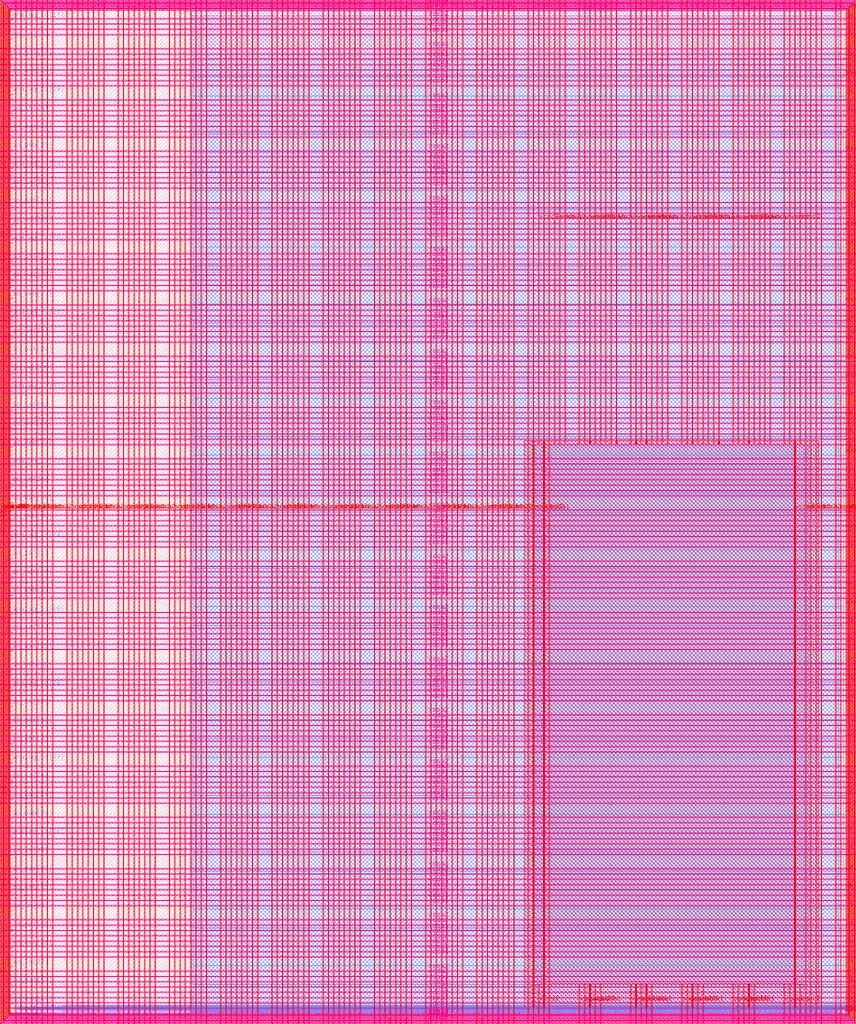
<source format=lef>
VERSION 5.7 ;
  NOWIREEXTENSIONATPIN ON ;
  DIVIDERCHAR "/" ;
  BUSBITCHARS "[]" ;
MACRO user_project_wrapper
  CLASS BLOCK ;
  FOREIGN user_project_wrapper ;
  ORIGIN 0.000 0.000 ;
  SIZE 2920.000 BY 3520.000 ;
  PIN analog_io[0]
    DIRECTION INOUT ;
    USE SIGNAL ;
    PORT
      LAYER met3 ;
        RECT 2917.600 1426.380 2924.800 1427.580 ;
    END
  END analog_io[0]
  PIN analog_io[10]
    DIRECTION INOUT ;
    USE SIGNAL ;
    PORT
      LAYER met2 ;
        RECT 2230.490 3517.600 2231.050 3524.800 ;
    END
  END analog_io[10]
  PIN analog_io[11]
    DIRECTION INOUT ;
    USE SIGNAL ;
    PORT
      LAYER met2 ;
        RECT 1905.730 3517.600 1906.290 3524.800 ;
    END
  END analog_io[11]
  PIN analog_io[12]
    DIRECTION INOUT ;
    USE SIGNAL ;
    PORT
      LAYER met2 ;
        RECT 1581.430 3517.600 1581.990 3524.800 ;
    END
  END analog_io[12]
  PIN analog_io[13]
    DIRECTION INOUT ;
    USE SIGNAL ;
    PORT
      LAYER met2 ;
        RECT 1257.130 3517.600 1257.690 3524.800 ;
    END
  END analog_io[13]
  PIN analog_io[14]
    DIRECTION INOUT ;
    USE SIGNAL ;
    PORT
      LAYER met2 ;
        RECT 932.370 3517.600 932.930 3524.800 ;
    END
  END analog_io[14]
  PIN analog_io[15]
    DIRECTION INOUT ;
    USE SIGNAL ;
    PORT
      LAYER met2 ;
        RECT 608.070 3517.600 608.630 3524.800 ;
    END
  END analog_io[15]
  PIN analog_io[16]
    DIRECTION INOUT ;
    USE SIGNAL ;
    PORT
      LAYER met2 ;
        RECT 283.770 3517.600 284.330 3524.800 ;
    END
  END analog_io[16]
  PIN analog_io[17]
    DIRECTION INOUT ;
    USE SIGNAL ;
    PORT
      LAYER met3 ;
        RECT -4.800 3486.100 2.400 3487.300 ;
    END
  END analog_io[17]
  PIN analog_io[18]
    DIRECTION INOUT ;
    USE SIGNAL ;
    PORT
      LAYER met3 ;
        RECT -4.800 3224.980 2.400 3226.180 ;
    END
  END analog_io[18]
  PIN analog_io[19]
    DIRECTION INOUT ;
    USE SIGNAL ;
    PORT
      LAYER met3 ;
        RECT -4.800 2964.540 2.400 2965.740 ;
    END
  END analog_io[19]
  PIN analog_io[1]
    DIRECTION INOUT ;
    USE SIGNAL ;
    PORT
      LAYER met3 ;
        RECT 2917.600 1692.260 2924.800 1693.460 ;
    END
  END analog_io[1]
  PIN analog_io[20]
    DIRECTION INOUT ;
    USE SIGNAL ;
    PORT
      LAYER met3 ;
        RECT -4.800 2703.420 2.400 2704.620 ;
    END
  END analog_io[20]
  PIN analog_io[21]
    DIRECTION INOUT ;
    USE SIGNAL ;
    PORT
      LAYER met3 ;
        RECT -4.800 2442.980 2.400 2444.180 ;
    END
  END analog_io[21]
  PIN analog_io[22]
    DIRECTION INOUT ;
    USE SIGNAL ;
    PORT
      LAYER met3 ;
        RECT -4.800 2182.540 2.400 2183.740 ;
    END
  END analog_io[22]
  PIN analog_io[23]
    DIRECTION INOUT ;
    USE SIGNAL ;
    PORT
      LAYER met3 ;
        RECT -4.800 1921.420 2.400 1922.620 ;
    END
  END analog_io[23]
  PIN analog_io[24]
    DIRECTION INOUT ;
    USE SIGNAL ;
    PORT
      LAYER met3 ;
        RECT -4.800 1660.980 2.400 1662.180 ;
    END
  END analog_io[24]
  PIN analog_io[25]
    DIRECTION INOUT ;
    USE SIGNAL ;
    PORT
      LAYER met3 ;
        RECT -4.800 1399.860 2.400 1401.060 ;
    END
  END analog_io[25]
  PIN analog_io[26]
    DIRECTION INOUT ;
    USE SIGNAL ;
    PORT
      LAYER met3 ;
        RECT -4.800 1139.420 2.400 1140.620 ;
    END
  END analog_io[26]
  PIN analog_io[27]
    DIRECTION INOUT ;
    USE SIGNAL ;
    PORT
      LAYER met3 ;
        RECT -4.800 878.980 2.400 880.180 ;
    END
  END analog_io[27]
  PIN analog_io[28]
    DIRECTION INOUT ;
    USE SIGNAL ;
    PORT
      LAYER met3 ;
        RECT -4.800 617.860 2.400 619.060 ;
    END
  END analog_io[28]
  PIN analog_io[2]
    DIRECTION INOUT ;
    USE SIGNAL ;
    PORT
      LAYER met3 ;
        RECT 2917.600 1958.140 2924.800 1959.340 ;
    END
  END analog_io[2]
  PIN analog_io[3]
    DIRECTION INOUT ;
    USE SIGNAL ;
    PORT
      LAYER met3 ;
        RECT 2917.600 2223.340 2924.800 2224.540 ;
    END
  END analog_io[3]
  PIN analog_io[4]
    DIRECTION INOUT ;
    USE SIGNAL ;
    PORT
      LAYER met3 ;
        RECT 2917.600 2489.220 2924.800 2490.420 ;
    END
  END analog_io[4]
  PIN analog_io[5]
    DIRECTION INOUT ;
    USE SIGNAL ;
    PORT
      LAYER met3 ;
        RECT 2917.600 2755.100 2924.800 2756.300 ;
    END
  END analog_io[5]
  PIN analog_io[6]
    DIRECTION INOUT ;
    USE SIGNAL ;
    PORT
      LAYER met3 ;
        RECT 2917.600 3020.300 2924.800 3021.500 ;
    END
  END analog_io[6]
  PIN analog_io[7]
    DIRECTION INOUT ;
    USE SIGNAL ;
    PORT
      LAYER met3 ;
        RECT 2917.600 3286.180 2924.800 3287.380 ;
    END
  END analog_io[7]
  PIN analog_io[8]
    DIRECTION INOUT ;
    USE SIGNAL ;
    PORT
      LAYER met2 ;
        RECT 2879.090 3517.600 2879.650 3524.800 ;
    END
  END analog_io[8]
  PIN analog_io[9]
    DIRECTION INOUT ;
    USE SIGNAL ;
    PORT
      LAYER met2 ;
        RECT 2554.790 3517.600 2555.350 3524.800 ;
    END
  END analog_io[9]
  PIN io_in[0]
    DIRECTION INPUT ;
    USE SIGNAL ;
    PORT
      LAYER met3 ;
        RECT 2917.600 32.380 2924.800 33.580 ;
    END
  END io_in[0]
  PIN io_in[10]
    DIRECTION INPUT ;
    USE SIGNAL ;
    PORT
      LAYER met3 ;
        RECT 2917.600 2289.980 2924.800 2291.180 ;
    END
  END io_in[10]
  PIN io_in[11]
    DIRECTION INPUT ;
    USE SIGNAL ;
    PORT
      LAYER met3 ;
        RECT 2917.600 2555.860 2924.800 2557.060 ;
    END
  END io_in[11]
  PIN io_in[12]
    DIRECTION INPUT ;
    USE SIGNAL ;
    PORT
      LAYER met3 ;
        RECT 2917.600 2821.060 2924.800 2822.260 ;
    END
  END io_in[12]
  PIN io_in[13]
    DIRECTION INPUT ;
    USE SIGNAL ;
    PORT
      LAYER met3 ;
        RECT 2917.600 3086.940 2924.800 3088.140 ;
    END
  END io_in[13]
  PIN io_in[14]
    DIRECTION INPUT ;
    USE SIGNAL ;
    PORT
      LAYER met3 ;
        RECT 2917.600 3352.820 2924.800 3354.020 ;
    END
  END io_in[14]
  PIN io_in[15]
    DIRECTION INPUT ;
    USE SIGNAL ;
    PORT
      LAYER met2 ;
        RECT 2798.130 3517.600 2798.690 3524.800 ;
    END
  END io_in[15]
  PIN io_in[16]
    DIRECTION INPUT ;
    USE SIGNAL ;
    PORT
      LAYER met2 ;
        RECT 2473.830 3517.600 2474.390 3524.800 ;
    END
  END io_in[16]
  PIN io_in[17]
    DIRECTION INPUT ;
    USE SIGNAL ;
    PORT
      LAYER met2 ;
        RECT 2149.070 3517.600 2149.630 3524.800 ;
    END
  END io_in[17]
  PIN io_in[18]
    DIRECTION INPUT ;
    USE SIGNAL ;
    PORT
      LAYER met2 ;
        RECT 1824.770 3517.600 1825.330 3524.800 ;
    END
  END io_in[18]
  PIN io_in[19]
    DIRECTION INPUT ;
    USE SIGNAL ;
    PORT
      LAYER met2 ;
        RECT 1500.470 3517.600 1501.030 3524.800 ;
    END
  END io_in[19]
  PIN io_in[1]
    DIRECTION INPUT ;
    USE SIGNAL ;
    PORT
      LAYER met3 ;
        RECT 2917.600 230.940 2924.800 232.140 ;
    END
  END io_in[1]
  PIN io_in[20]
    DIRECTION INPUT ;
    USE SIGNAL ;
    PORT
      LAYER met2 ;
        RECT 1175.710 3517.600 1176.270 3524.800 ;
    END
  END io_in[20]
  PIN io_in[21]
    DIRECTION INPUT ;
    USE SIGNAL ;
    PORT
      LAYER met2 ;
        RECT 851.410 3517.600 851.970 3524.800 ;
    END
  END io_in[21]
  PIN io_in[22]
    DIRECTION INPUT ;
    USE SIGNAL ;
    PORT
      LAYER met2 ;
        RECT 527.110 3517.600 527.670 3524.800 ;
    END
  END io_in[22]
  PIN io_in[23]
    DIRECTION INPUT ;
    USE SIGNAL ;
    PORT
      LAYER met2 ;
        RECT 202.350 3517.600 202.910 3524.800 ;
    END
  END io_in[23]
  PIN io_in[24]
    DIRECTION INPUT ;
    USE SIGNAL ;
    PORT
      LAYER met3 ;
        RECT -4.800 3420.820 2.400 3422.020 ;
    END
  END io_in[24]
  PIN io_in[25]
    DIRECTION INPUT ;
    USE SIGNAL ;
    PORT
      LAYER met3 ;
        RECT -4.800 3159.700 2.400 3160.900 ;
    END
  END io_in[25]
  PIN io_in[26]
    DIRECTION INPUT ;
    USE SIGNAL ;
    PORT
      LAYER met3 ;
        RECT -4.800 2899.260 2.400 2900.460 ;
    END
  END io_in[26]
  PIN io_in[27]
    DIRECTION INPUT ;
    USE SIGNAL ;
    PORT
      LAYER met3 ;
        RECT -4.800 2638.820 2.400 2640.020 ;
    END
  END io_in[27]
  PIN io_in[28]
    DIRECTION INPUT ;
    USE SIGNAL ;
    PORT
      LAYER met3 ;
        RECT -4.800 2377.700 2.400 2378.900 ;
    END
  END io_in[28]
  PIN io_in[29]
    DIRECTION INPUT ;
    USE SIGNAL ;
    PORT
      LAYER met3 ;
        RECT -4.800 2117.260 2.400 2118.460 ;
    END
  END io_in[29]
  PIN io_in[2]
    DIRECTION INPUT ;
    USE SIGNAL ;
    PORT
      LAYER met3 ;
        RECT 2917.600 430.180 2924.800 431.380 ;
    END
  END io_in[2]
  PIN io_in[30]
    DIRECTION INPUT ;
    USE SIGNAL ;
    PORT
      LAYER met3 ;
        RECT -4.800 1856.140 2.400 1857.340 ;
    END
  END io_in[30]
  PIN io_in[31]
    DIRECTION INPUT ;
    USE SIGNAL ;
    PORT
      LAYER met3 ;
        RECT -4.800 1595.700 2.400 1596.900 ;
    END
  END io_in[31]
  PIN io_in[32]
    DIRECTION INPUT ;
    USE SIGNAL ;
    PORT
      LAYER met3 ;
        RECT -4.800 1335.260 2.400 1336.460 ;
    END
  END io_in[32]
  PIN io_in[33]
    DIRECTION INPUT ;
    USE SIGNAL ;
    PORT
      LAYER met3 ;
        RECT -4.800 1074.140 2.400 1075.340 ;
    END
  END io_in[33]
  PIN io_in[34]
    DIRECTION INPUT ;
    USE SIGNAL ;
    PORT
      LAYER met3 ;
        RECT -4.800 813.700 2.400 814.900 ;
    END
  END io_in[34]
  PIN io_in[35]
    DIRECTION INPUT ;
    USE SIGNAL ;
    PORT
      LAYER met3 ;
        RECT -4.800 552.580 2.400 553.780 ;
    END
  END io_in[35]
  PIN io_in[36]
    DIRECTION INPUT ;
    USE SIGNAL ;
    PORT
      LAYER met3 ;
        RECT -4.800 357.420 2.400 358.620 ;
    END
  END io_in[36]
  PIN io_in[37]
    DIRECTION INPUT ;
    USE SIGNAL ;
    PORT
      LAYER met3 ;
        RECT -4.800 161.580 2.400 162.780 ;
    END
  END io_in[37]
  PIN io_in[3]
    DIRECTION INPUT ;
    USE SIGNAL ;
    PORT
      LAYER met3 ;
        RECT 2917.600 629.420 2924.800 630.620 ;
    END
  END io_in[3]
  PIN io_in[4]
    DIRECTION INPUT ;
    USE SIGNAL ;
    PORT
      LAYER met3 ;
        RECT 2917.600 828.660 2924.800 829.860 ;
    END
  END io_in[4]
  PIN io_in[5]
    DIRECTION INPUT ;
    USE SIGNAL ;
    PORT
      LAYER met3 ;
        RECT 2917.600 1027.900 2924.800 1029.100 ;
    END
  END io_in[5]
  PIN io_in[6]
    DIRECTION INPUT ;
    USE SIGNAL ;
    PORT
      LAYER met3 ;
        RECT 2917.600 1227.140 2924.800 1228.340 ;
    END
  END io_in[6]
  PIN io_in[7]
    DIRECTION INPUT ;
    USE SIGNAL ;
    PORT
      LAYER met3 ;
        RECT 2917.600 1493.020 2924.800 1494.220 ;
    END
  END io_in[7]
  PIN io_in[8]
    DIRECTION INPUT ;
    USE SIGNAL ;
    PORT
      LAYER met3 ;
        RECT 2917.600 1758.900 2924.800 1760.100 ;
    END
  END io_in[8]
  PIN io_in[9]
    DIRECTION INPUT ;
    USE SIGNAL ;
    PORT
      LAYER met3 ;
        RECT 2917.600 2024.100 2924.800 2025.300 ;
    END
  END io_in[9]
  PIN io_oeb[0]
    DIRECTION OUTPUT TRISTATE ;
    USE SIGNAL ;
    PORT
      LAYER met3 ;
        RECT 2917.600 164.980 2924.800 166.180 ;
    END
  END io_oeb[0]
  PIN io_oeb[10]
    DIRECTION OUTPUT TRISTATE ;
    USE SIGNAL ;
    PORT
      LAYER met3 ;
        RECT 2917.600 2422.580 2924.800 2423.780 ;
    END
  END io_oeb[10]
  PIN io_oeb[11]
    DIRECTION OUTPUT TRISTATE ;
    USE SIGNAL ;
    PORT
      LAYER met3 ;
        RECT 2917.600 2688.460 2924.800 2689.660 ;
    END
  END io_oeb[11]
  PIN io_oeb[12]
    DIRECTION OUTPUT TRISTATE ;
    USE SIGNAL ;
    PORT
      LAYER met3 ;
        RECT 2917.600 2954.340 2924.800 2955.540 ;
    END
  END io_oeb[12]
  PIN io_oeb[13]
    DIRECTION OUTPUT TRISTATE ;
    USE SIGNAL ;
    PORT
      LAYER met3 ;
        RECT 2917.600 3219.540 2924.800 3220.740 ;
    END
  END io_oeb[13]
  PIN io_oeb[14]
    DIRECTION OUTPUT TRISTATE ;
    USE SIGNAL ;
    PORT
      LAYER met3 ;
        RECT 2917.600 3485.420 2924.800 3486.620 ;
    END
  END io_oeb[14]
  PIN io_oeb[15]
    DIRECTION OUTPUT TRISTATE ;
    USE SIGNAL ;
    PORT
      LAYER met2 ;
        RECT 2635.750 3517.600 2636.310 3524.800 ;
    END
  END io_oeb[15]
  PIN io_oeb[16]
    DIRECTION OUTPUT TRISTATE ;
    USE SIGNAL ;
    PORT
      LAYER met2 ;
        RECT 2311.450 3517.600 2312.010 3524.800 ;
    END
  END io_oeb[16]
  PIN io_oeb[17]
    DIRECTION OUTPUT TRISTATE ;
    USE SIGNAL ;
    PORT
      LAYER met2 ;
        RECT 1987.150 3517.600 1987.710 3524.800 ;
    END
  END io_oeb[17]
  PIN io_oeb[18]
    DIRECTION OUTPUT TRISTATE ;
    USE SIGNAL ;
    PORT
      LAYER met2 ;
        RECT 1662.390 3517.600 1662.950 3524.800 ;
    END
  END io_oeb[18]
  PIN io_oeb[19]
    DIRECTION OUTPUT TRISTATE ;
    USE SIGNAL ;
    PORT
      LAYER met2 ;
        RECT 1338.090 3517.600 1338.650 3524.800 ;
    END
  END io_oeb[19]
  PIN io_oeb[1]
    DIRECTION OUTPUT TRISTATE ;
    USE SIGNAL ;
    PORT
      LAYER met3 ;
        RECT 2917.600 364.220 2924.800 365.420 ;
    END
  END io_oeb[1]
  PIN io_oeb[20]
    DIRECTION OUTPUT TRISTATE ;
    USE SIGNAL ;
    PORT
      LAYER met2 ;
        RECT 1013.790 3517.600 1014.350 3524.800 ;
    END
  END io_oeb[20]
  PIN io_oeb[21]
    DIRECTION OUTPUT TRISTATE ;
    USE SIGNAL ;
    PORT
      LAYER met2 ;
        RECT 689.030 3517.600 689.590 3524.800 ;
    END
  END io_oeb[21]
  PIN io_oeb[22]
    DIRECTION OUTPUT TRISTATE ;
    USE SIGNAL ;
    PORT
      LAYER met2 ;
        RECT 364.730 3517.600 365.290 3524.800 ;
    END
  END io_oeb[22]
  PIN io_oeb[23]
    DIRECTION OUTPUT TRISTATE ;
    USE SIGNAL ;
    PORT
      LAYER met2 ;
        RECT 40.430 3517.600 40.990 3524.800 ;
    END
  END io_oeb[23]
  PIN io_oeb[24]
    DIRECTION OUTPUT TRISTATE ;
    USE SIGNAL ;
    PORT
      LAYER met3 ;
        RECT -4.800 3290.260 2.400 3291.460 ;
    END
  END io_oeb[24]
  PIN io_oeb[25]
    DIRECTION OUTPUT TRISTATE ;
    USE SIGNAL ;
    PORT
      LAYER met3 ;
        RECT -4.800 3029.820 2.400 3031.020 ;
    END
  END io_oeb[25]
  PIN io_oeb[26]
    DIRECTION OUTPUT TRISTATE ;
    USE SIGNAL ;
    PORT
      LAYER met3 ;
        RECT -4.800 2768.700 2.400 2769.900 ;
    END
  END io_oeb[26]
  PIN io_oeb[27]
    DIRECTION OUTPUT TRISTATE ;
    USE SIGNAL ;
    PORT
      LAYER met3 ;
        RECT -4.800 2508.260 2.400 2509.460 ;
    END
  END io_oeb[27]
  PIN io_oeb[28]
    DIRECTION OUTPUT TRISTATE ;
    USE SIGNAL ;
    PORT
      LAYER met3 ;
        RECT -4.800 2247.140 2.400 2248.340 ;
    END
  END io_oeb[28]
  PIN io_oeb[29]
    DIRECTION OUTPUT TRISTATE ;
    USE SIGNAL ;
    PORT
      LAYER met3 ;
        RECT -4.800 1986.700 2.400 1987.900 ;
    END
  END io_oeb[29]
  PIN io_oeb[2]
    DIRECTION OUTPUT TRISTATE ;
    USE SIGNAL ;
    PORT
      LAYER met3 ;
        RECT 2917.600 563.460 2924.800 564.660 ;
    END
  END io_oeb[2]
  PIN io_oeb[30]
    DIRECTION OUTPUT TRISTATE ;
    USE SIGNAL ;
    PORT
      LAYER met3 ;
        RECT -4.800 1726.260 2.400 1727.460 ;
    END
  END io_oeb[30]
  PIN io_oeb[31]
    DIRECTION OUTPUT TRISTATE ;
    USE SIGNAL ;
    PORT
      LAYER met3 ;
        RECT -4.800 1465.140 2.400 1466.340 ;
    END
  END io_oeb[31]
  PIN io_oeb[32]
    DIRECTION OUTPUT TRISTATE ;
    USE SIGNAL ;
    PORT
      LAYER met3 ;
        RECT -4.800 1204.700 2.400 1205.900 ;
    END
  END io_oeb[32]
  PIN io_oeb[33]
    DIRECTION OUTPUT TRISTATE ;
    USE SIGNAL ;
    PORT
      LAYER met3 ;
        RECT -4.800 943.580 2.400 944.780 ;
    END
  END io_oeb[33]
  PIN io_oeb[34]
    DIRECTION OUTPUT TRISTATE ;
    USE SIGNAL ;
    PORT
      LAYER met3 ;
        RECT -4.800 683.140 2.400 684.340 ;
    END
  END io_oeb[34]
  PIN io_oeb[35]
    DIRECTION OUTPUT TRISTATE ;
    USE SIGNAL ;
    PORT
      LAYER met3 ;
        RECT -4.800 422.700 2.400 423.900 ;
    END
  END io_oeb[35]
  PIN io_oeb[36]
    DIRECTION OUTPUT TRISTATE ;
    USE SIGNAL ;
    PORT
      LAYER met3 ;
        RECT -4.800 226.860 2.400 228.060 ;
    END
  END io_oeb[36]
  PIN io_oeb[37]
    DIRECTION OUTPUT TRISTATE ;
    USE SIGNAL ;
    PORT
      LAYER met3 ;
        RECT -4.800 31.700 2.400 32.900 ;
    END
  END io_oeb[37]
  PIN io_oeb[3]
    DIRECTION OUTPUT TRISTATE ;
    USE SIGNAL ;
    PORT
      LAYER met3 ;
        RECT 2917.600 762.700 2924.800 763.900 ;
    END
  END io_oeb[3]
  PIN io_oeb[4]
    DIRECTION OUTPUT TRISTATE ;
    USE SIGNAL ;
    PORT
      LAYER met3 ;
        RECT 2917.600 961.940 2924.800 963.140 ;
    END
  END io_oeb[4]
  PIN io_oeb[5]
    DIRECTION OUTPUT TRISTATE ;
    USE SIGNAL ;
    PORT
      LAYER met3 ;
        RECT 2917.600 1161.180 2924.800 1162.380 ;
    END
  END io_oeb[5]
  PIN io_oeb[6]
    DIRECTION OUTPUT TRISTATE ;
    USE SIGNAL ;
    PORT
      LAYER met3 ;
        RECT 2917.600 1360.420 2924.800 1361.620 ;
    END
  END io_oeb[6]
  PIN io_oeb[7]
    DIRECTION OUTPUT TRISTATE ;
    USE SIGNAL ;
    PORT
      LAYER met3 ;
        RECT 2917.600 1625.620 2924.800 1626.820 ;
    END
  END io_oeb[7]
  PIN io_oeb[8]
    DIRECTION OUTPUT TRISTATE ;
    USE SIGNAL ;
    PORT
      LAYER met3 ;
        RECT 2917.600 1891.500 2924.800 1892.700 ;
    END
  END io_oeb[8]
  PIN io_oeb[9]
    DIRECTION OUTPUT TRISTATE ;
    USE SIGNAL ;
    PORT
      LAYER met3 ;
        RECT 2917.600 2157.380 2924.800 2158.580 ;
    END
  END io_oeb[9]
  PIN io_out[0]
    DIRECTION OUTPUT TRISTATE ;
    USE SIGNAL ;
    PORT
      LAYER met3 ;
        RECT 2917.600 98.340 2924.800 99.540 ;
    END
  END io_out[0]
  PIN io_out[10]
    DIRECTION OUTPUT TRISTATE ;
    USE SIGNAL ;
    PORT
      LAYER met3 ;
        RECT 2917.600 2356.620 2924.800 2357.820 ;
    END
  END io_out[10]
  PIN io_out[11]
    DIRECTION OUTPUT TRISTATE ;
    USE SIGNAL ;
    PORT
      LAYER met3 ;
        RECT 2917.600 2621.820 2924.800 2623.020 ;
    END
  END io_out[11]
  PIN io_out[12]
    DIRECTION OUTPUT TRISTATE ;
    USE SIGNAL ;
    PORT
      LAYER met3 ;
        RECT 2917.600 2887.700 2924.800 2888.900 ;
    END
  END io_out[12]
  PIN io_out[13]
    DIRECTION OUTPUT TRISTATE ;
    USE SIGNAL ;
    PORT
      LAYER met3 ;
        RECT 2917.600 3153.580 2924.800 3154.780 ;
    END
  END io_out[13]
  PIN io_out[14]
    DIRECTION OUTPUT TRISTATE ;
    USE SIGNAL ;
    PORT
      LAYER met3 ;
        RECT 2917.600 3418.780 2924.800 3419.980 ;
    END
  END io_out[14]
  PIN io_out[15]
    DIRECTION OUTPUT TRISTATE ;
    USE SIGNAL ;
    PORT
      LAYER met2 ;
        RECT 2717.170 3517.600 2717.730 3524.800 ;
    END
  END io_out[15]
  PIN io_out[16]
    DIRECTION OUTPUT TRISTATE ;
    USE SIGNAL ;
    PORT
      LAYER met2 ;
        RECT 2392.410 3517.600 2392.970 3524.800 ;
    END
  END io_out[16]
  PIN io_out[17]
    DIRECTION OUTPUT TRISTATE ;
    USE SIGNAL ;
    PORT
      LAYER met2 ;
        RECT 2068.110 3517.600 2068.670 3524.800 ;
    END
  END io_out[17]
  PIN io_out[18]
    DIRECTION OUTPUT TRISTATE ;
    USE SIGNAL ;
    PORT
      LAYER met2 ;
        RECT 1743.810 3517.600 1744.370 3524.800 ;
    END
  END io_out[18]
  PIN io_out[19]
    DIRECTION OUTPUT TRISTATE ;
    USE SIGNAL ;
    PORT
      LAYER met2 ;
        RECT 1419.050 3517.600 1419.610 3524.800 ;
    END
  END io_out[19]
  PIN io_out[1]
    DIRECTION OUTPUT TRISTATE ;
    USE SIGNAL ;
    PORT
      LAYER met3 ;
        RECT 2917.600 297.580 2924.800 298.780 ;
    END
  END io_out[1]
  PIN io_out[20]
    DIRECTION OUTPUT TRISTATE ;
    USE SIGNAL ;
    PORT
      LAYER met2 ;
        RECT 1094.750 3517.600 1095.310 3524.800 ;
    END
  END io_out[20]
  PIN io_out[21]
    DIRECTION OUTPUT TRISTATE ;
    USE SIGNAL ;
    PORT
      LAYER met2 ;
        RECT 770.450 3517.600 771.010 3524.800 ;
    END
  END io_out[21]
  PIN io_out[22]
    DIRECTION OUTPUT TRISTATE ;
    USE SIGNAL ;
    PORT
      LAYER met2 ;
        RECT 445.690 3517.600 446.250 3524.800 ;
    END
  END io_out[22]
  PIN io_out[23]
    DIRECTION OUTPUT TRISTATE ;
    USE SIGNAL ;
    PORT
      LAYER met2 ;
        RECT 121.390 3517.600 121.950 3524.800 ;
    END
  END io_out[23]
  PIN io_out[24]
    DIRECTION OUTPUT TRISTATE ;
    USE SIGNAL ;
    PORT
      LAYER met3 ;
        RECT -4.800 3355.540 2.400 3356.740 ;
    END
  END io_out[24]
  PIN io_out[25]
    DIRECTION OUTPUT TRISTATE ;
    USE SIGNAL ;
    PORT
      LAYER met3 ;
        RECT -4.800 3095.100 2.400 3096.300 ;
    END
  END io_out[25]
  PIN io_out[26]
    DIRECTION OUTPUT TRISTATE ;
    USE SIGNAL ;
    PORT
      LAYER met3 ;
        RECT -4.800 2833.980 2.400 2835.180 ;
    END
  END io_out[26]
  PIN io_out[27]
    DIRECTION OUTPUT TRISTATE ;
    USE SIGNAL ;
    PORT
      LAYER met3 ;
        RECT -4.800 2573.540 2.400 2574.740 ;
    END
  END io_out[27]
  PIN io_out[28]
    DIRECTION OUTPUT TRISTATE ;
    USE SIGNAL ;
    PORT
      LAYER met3 ;
        RECT -4.800 2312.420 2.400 2313.620 ;
    END
  END io_out[28]
  PIN io_out[29]
    DIRECTION OUTPUT TRISTATE ;
    USE SIGNAL ;
    PORT
      LAYER met3 ;
        RECT -4.800 2051.980 2.400 2053.180 ;
    END
  END io_out[29]
  PIN io_out[2]
    DIRECTION OUTPUT TRISTATE ;
    USE SIGNAL ;
    PORT
      LAYER met3 ;
        RECT 2917.600 496.820 2924.800 498.020 ;
    END
  END io_out[2]
  PIN io_out[30]
    DIRECTION OUTPUT TRISTATE ;
    USE SIGNAL ;
    PORT
      LAYER met3 ;
        RECT -4.800 1791.540 2.400 1792.740 ;
    END
  END io_out[30]
  PIN io_out[31]
    DIRECTION OUTPUT TRISTATE ;
    USE SIGNAL ;
    PORT
      LAYER met3 ;
        RECT -4.800 1530.420 2.400 1531.620 ;
    END
  END io_out[31]
  PIN io_out[32]
    DIRECTION OUTPUT TRISTATE ;
    USE SIGNAL ;
    PORT
      LAYER met3 ;
        RECT -4.800 1269.980 2.400 1271.180 ;
    END
  END io_out[32]
  PIN io_out[33]
    DIRECTION OUTPUT TRISTATE ;
    USE SIGNAL ;
    PORT
      LAYER met3 ;
        RECT -4.800 1008.860 2.400 1010.060 ;
    END
  END io_out[33]
  PIN io_out[34]
    DIRECTION OUTPUT TRISTATE ;
    USE SIGNAL ;
    PORT
      LAYER met3 ;
        RECT -4.800 748.420 2.400 749.620 ;
    END
  END io_out[34]
  PIN io_out[35]
    DIRECTION OUTPUT TRISTATE ;
    USE SIGNAL ;
    PORT
      LAYER met3 ;
        RECT -4.800 487.300 2.400 488.500 ;
    END
  END io_out[35]
  PIN io_out[36]
    DIRECTION OUTPUT TRISTATE ;
    USE SIGNAL ;
    PORT
      LAYER met3 ;
        RECT -4.800 292.140 2.400 293.340 ;
    END
  END io_out[36]
  PIN io_out[37]
    DIRECTION OUTPUT TRISTATE ;
    USE SIGNAL ;
    PORT
      LAYER met3 ;
        RECT -4.800 96.300 2.400 97.500 ;
    END
  END io_out[37]
  PIN io_out[3]
    DIRECTION OUTPUT TRISTATE ;
    USE SIGNAL ;
    PORT
      LAYER met3 ;
        RECT 2917.600 696.060 2924.800 697.260 ;
    END
  END io_out[3]
  PIN io_out[4]
    DIRECTION OUTPUT TRISTATE ;
    USE SIGNAL ;
    PORT
      LAYER met3 ;
        RECT 2917.600 895.300 2924.800 896.500 ;
    END
  END io_out[4]
  PIN io_out[5]
    DIRECTION OUTPUT TRISTATE ;
    USE SIGNAL ;
    PORT
      LAYER met3 ;
        RECT 2917.600 1094.540 2924.800 1095.740 ;
    END
  END io_out[5]
  PIN io_out[6]
    DIRECTION OUTPUT TRISTATE ;
    USE SIGNAL ;
    PORT
      LAYER met3 ;
        RECT 2917.600 1293.780 2924.800 1294.980 ;
    END
  END io_out[6]
  PIN io_out[7]
    DIRECTION OUTPUT TRISTATE ;
    USE SIGNAL ;
    PORT
      LAYER met3 ;
        RECT 2917.600 1559.660 2924.800 1560.860 ;
    END
  END io_out[7]
  PIN io_out[8]
    DIRECTION OUTPUT TRISTATE ;
    USE SIGNAL ;
    PORT
      LAYER met3 ;
        RECT 2917.600 1824.860 2924.800 1826.060 ;
    END
  END io_out[8]
  PIN io_out[9]
    DIRECTION OUTPUT TRISTATE ;
    USE SIGNAL ;
    PORT
      LAYER met3 ;
        RECT 2917.600 2090.740 2924.800 2091.940 ;
    END
  END io_out[9]
  PIN la_data_in[0]
    DIRECTION INPUT ;
    USE SIGNAL ;
    PORT
      LAYER met2 ;
        RECT 629.230 -4.800 629.790 2.400 ;
    END
  END la_data_in[0]
  PIN la_data_in[100]
    DIRECTION INPUT ;
    USE SIGNAL ;
    PORT
      LAYER met2 ;
        RECT 2402.530 -4.800 2403.090 2.400 ;
    END
  END la_data_in[100]
  PIN la_data_in[101]
    DIRECTION INPUT ;
    USE SIGNAL ;
    PORT
      LAYER met2 ;
        RECT 2420.010 -4.800 2420.570 2.400 ;
    END
  END la_data_in[101]
  PIN la_data_in[102]
    DIRECTION INPUT ;
    USE SIGNAL ;
    PORT
      LAYER met2 ;
        RECT 2437.950 -4.800 2438.510 2.400 ;
    END
  END la_data_in[102]
  PIN la_data_in[103]
    DIRECTION INPUT ;
    USE SIGNAL ;
    PORT
      LAYER met2 ;
        RECT 2455.430 -4.800 2455.990 2.400 ;
    END
  END la_data_in[103]
  PIN la_data_in[104]
    DIRECTION INPUT ;
    USE SIGNAL ;
    PORT
      LAYER met2 ;
        RECT 2473.370 -4.800 2473.930 2.400 ;
    END
  END la_data_in[104]
  PIN la_data_in[105]
    DIRECTION INPUT ;
    USE SIGNAL ;
    PORT
      LAYER met2 ;
        RECT 2490.850 -4.800 2491.410 2.400 ;
    END
  END la_data_in[105]
  PIN la_data_in[106]
    DIRECTION INPUT ;
    USE SIGNAL ;
    PORT
      LAYER met2 ;
        RECT 2508.790 -4.800 2509.350 2.400 ;
    END
  END la_data_in[106]
  PIN la_data_in[107]
    DIRECTION INPUT ;
    USE SIGNAL ;
    PORT
      LAYER met2 ;
        RECT 2526.730 -4.800 2527.290 2.400 ;
    END
  END la_data_in[107]
  PIN la_data_in[108]
    DIRECTION INPUT ;
    USE SIGNAL ;
    PORT
      LAYER met2 ;
        RECT 2544.210 -4.800 2544.770 2.400 ;
    END
  END la_data_in[108]
  PIN la_data_in[109]
    DIRECTION INPUT ;
    USE SIGNAL ;
    PORT
      LAYER met2 ;
        RECT 2562.150 -4.800 2562.710 2.400 ;
    END
  END la_data_in[109]
  PIN la_data_in[10]
    DIRECTION INPUT ;
    USE SIGNAL ;
    PORT
      LAYER met2 ;
        RECT 806.330 -4.800 806.890 2.400 ;
    END
  END la_data_in[10]
  PIN la_data_in[110]
    DIRECTION INPUT ;
    USE SIGNAL ;
    PORT
      LAYER met2 ;
        RECT 2579.630 -4.800 2580.190 2.400 ;
    END
  END la_data_in[110]
  PIN la_data_in[111]
    DIRECTION INPUT ;
    USE SIGNAL ;
    PORT
      LAYER met2 ;
        RECT 2597.570 -4.800 2598.130 2.400 ;
    END
  END la_data_in[111]
  PIN la_data_in[112]
    DIRECTION INPUT ;
    USE SIGNAL ;
    PORT
      LAYER met2 ;
        RECT 2615.050 -4.800 2615.610 2.400 ;
    END
  END la_data_in[112]
  PIN la_data_in[113]
    DIRECTION INPUT ;
    USE SIGNAL ;
    PORT
      LAYER met2 ;
        RECT 2632.990 -4.800 2633.550 2.400 ;
    END
  END la_data_in[113]
  PIN la_data_in[114]
    DIRECTION INPUT ;
    USE SIGNAL ;
    PORT
      LAYER met2 ;
        RECT 2650.470 -4.800 2651.030 2.400 ;
    END
  END la_data_in[114]
  PIN la_data_in[115]
    DIRECTION INPUT ;
    USE SIGNAL ;
    PORT
      LAYER met2 ;
        RECT 2668.410 -4.800 2668.970 2.400 ;
    END
  END la_data_in[115]
  PIN la_data_in[116]
    DIRECTION INPUT ;
    USE SIGNAL ;
    PORT
      LAYER met2 ;
        RECT 2685.890 -4.800 2686.450 2.400 ;
    END
  END la_data_in[116]
  PIN la_data_in[117]
    DIRECTION INPUT ;
    USE SIGNAL ;
    PORT
      LAYER met2 ;
        RECT 2703.830 -4.800 2704.390 2.400 ;
    END
  END la_data_in[117]
  PIN la_data_in[118]
    DIRECTION INPUT ;
    USE SIGNAL ;
    PORT
      LAYER met2 ;
        RECT 2721.770 -4.800 2722.330 2.400 ;
    END
  END la_data_in[118]
  PIN la_data_in[119]
    DIRECTION INPUT ;
    USE SIGNAL ;
    PORT
      LAYER met2 ;
        RECT 2739.250 -4.800 2739.810 2.400 ;
    END
  END la_data_in[119]
  PIN la_data_in[11]
    DIRECTION INPUT ;
    USE SIGNAL ;
    PORT
      LAYER met2 ;
        RECT 824.270 -4.800 824.830 2.400 ;
    END
  END la_data_in[11]
  PIN la_data_in[120]
    DIRECTION INPUT ;
    USE SIGNAL ;
    PORT
      LAYER met2 ;
        RECT 2757.190 -4.800 2757.750 2.400 ;
    END
  END la_data_in[120]
  PIN la_data_in[121]
    DIRECTION INPUT ;
    USE SIGNAL ;
    PORT
      LAYER met2 ;
        RECT 2774.670 -4.800 2775.230 2.400 ;
    END
  END la_data_in[121]
  PIN la_data_in[122]
    DIRECTION INPUT ;
    USE SIGNAL ;
    PORT
      LAYER met2 ;
        RECT 2792.610 -4.800 2793.170 2.400 ;
    END
  END la_data_in[122]
  PIN la_data_in[123]
    DIRECTION INPUT ;
    USE SIGNAL ;
    PORT
      LAYER met2 ;
        RECT 2810.090 -4.800 2810.650 2.400 ;
    END
  END la_data_in[123]
  PIN la_data_in[124]
    DIRECTION INPUT ;
    USE SIGNAL ;
    PORT
      LAYER met2 ;
        RECT 2828.030 -4.800 2828.590 2.400 ;
    END
  END la_data_in[124]
  PIN la_data_in[125]
    DIRECTION INPUT ;
    USE SIGNAL ;
    PORT
      LAYER met2 ;
        RECT 2845.510 -4.800 2846.070 2.400 ;
    END
  END la_data_in[125]
  PIN la_data_in[126]
    DIRECTION INPUT ;
    USE SIGNAL ;
    PORT
      LAYER met2 ;
        RECT 2863.450 -4.800 2864.010 2.400 ;
    END
  END la_data_in[126]
  PIN la_data_in[127]
    DIRECTION INPUT ;
    USE SIGNAL ;
    PORT
      LAYER met2 ;
        RECT 2881.390 -4.800 2881.950 2.400 ;
    END
  END la_data_in[127]
  PIN la_data_in[12]
    DIRECTION INPUT ;
    USE SIGNAL ;
    PORT
      LAYER met2 ;
        RECT 841.750 -4.800 842.310 2.400 ;
    END
  END la_data_in[12]
  PIN la_data_in[13]
    DIRECTION INPUT ;
    USE SIGNAL ;
    PORT
      LAYER met2 ;
        RECT 859.690 -4.800 860.250 2.400 ;
    END
  END la_data_in[13]
  PIN la_data_in[14]
    DIRECTION INPUT ;
    USE SIGNAL ;
    PORT
      LAYER met2 ;
        RECT 877.170 -4.800 877.730 2.400 ;
    END
  END la_data_in[14]
  PIN la_data_in[15]
    DIRECTION INPUT ;
    USE SIGNAL ;
    PORT
      LAYER met2 ;
        RECT 895.110 -4.800 895.670 2.400 ;
    END
  END la_data_in[15]
  PIN la_data_in[16]
    DIRECTION INPUT ;
    USE SIGNAL ;
    PORT
      LAYER met2 ;
        RECT 912.590 -4.800 913.150 2.400 ;
    END
  END la_data_in[16]
  PIN la_data_in[17]
    DIRECTION INPUT ;
    USE SIGNAL ;
    PORT
      LAYER met2 ;
        RECT 930.530 -4.800 931.090 2.400 ;
    END
  END la_data_in[17]
  PIN la_data_in[18]
    DIRECTION INPUT ;
    USE SIGNAL ;
    PORT
      LAYER met2 ;
        RECT 948.470 -4.800 949.030 2.400 ;
    END
  END la_data_in[18]
  PIN la_data_in[19]
    DIRECTION INPUT ;
    USE SIGNAL ;
    PORT
      LAYER met2 ;
        RECT 965.950 -4.800 966.510 2.400 ;
    END
  END la_data_in[19]
  PIN la_data_in[1]
    DIRECTION INPUT ;
    USE SIGNAL ;
    PORT
      LAYER met2 ;
        RECT 646.710 -4.800 647.270 2.400 ;
    END
  END la_data_in[1]
  PIN la_data_in[20]
    DIRECTION INPUT ;
    USE SIGNAL ;
    PORT
      LAYER met2 ;
        RECT 983.890 -4.800 984.450 2.400 ;
    END
  END la_data_in[20]
  PIN la_data_in[21]
    DIRECTION INPUT ;
    USE SIGNAL ;
    PORT
      LAYER met2 ;
        RECT 1001.370 -4.800 1001.930 2.400 ;
    END
  END la_data_in[21]
  PIN la_data_in[22]
    DIRECTION INPUT ;
    USE SIGNAL ;
    PORT
      LAYER met2 ;
        RECT 1019.310 -4.800 1019.870 2.400 ;
    END
  END la_data_in[22]
  PIN la_data_in[23]
    DIRECTION INPUT ;
    USE SIGNAL ;
    PORT
      LAYER met2 ;
        RECT 1036.790 -4.800 1037.350 2.400 ;
    END
  END la_data_in[23]
  PIN la_data_in[24]
    DIRECTION INPUT ;
    USE SIGNAL ;
    PORT
      LAYER met2 ;
        RECT 1054.730 -4.800 1055.290 2.400 ;
    END
  END la_data_in[24]
  PIN la_data_in[25]
    DIRECTION INPUT ;
    USE SIGNAL ;
    PORT
      LAYER met2 ;
        RECT 1072.210 -4.800 1072.770 2.400 ;
    END
  END la_data_in[25]
  PIN la_data_in[26]
    DIRECTION INPUT ;
    USE SIGNAL ;
    PORT
      LAYER met2 ;
        RECT 1090.150 -4.800 1090.710 2.400 ;
    END
  END la_data_in[26]
  PIN la_data_in[27]
    DIRECTION INPUT ;
    USE SIGNAL ;
    PORT
      LAYER met2 ;
        RECT 1107.630 -4.800 1108.190 2.400 ;
    END
  END la_data_in[27]
  PIN la_data_in[28]
    DIRECTION INPUT ;
    USE SIGNAL ;
    PORT
      LAYER met2 ;
        RECT 1125.570 -4.800 1126.130 2.400 ;
    END
  END la_data_in[28]
  PIN la_data_in[29]
    DIRECTION INPUT ;
    USE SIGNAL ;
    PORT
      LAYER met2 ;
        RECT 1143.510 -4.800 1144.070 2.400 ;
    END
  END la_data_in[29]
  PIN la_data_in[2]
    DIRECTION INPUT ;
    USE SIGNAL ;
    PORT
      LAYER met2 ;
        RECT 664.650 -4.800 665.210 2.400 ;
    END
  END la_data_in[2]
  PIN la_data_in[30]
    DIRECTION INPUT ;
    USE SIGNAL ;
    PORT
      LAYER met2 ;
        RECT 1160.990 -4.800 1161.550 2.400 ;
    END
  END la_data_in[30]
  PIN la_data_in[31]
    DIRECTION INPUT ;
    USE SIGNAL ;
    PORT
      LAYER met2 ;
        RECT 1178.930 -4.800 1179.490 2.400 ;
    END
  END la_data_in[31]
  PIN la_data_in[32]
    DIRECTION INPUT ;
    USE SIGNAL ;
    PORT
      LAYER met2 ;
        RECT 1196.410 -4.800 1196.970 2.400 ;
    END
  END la_data_in[32]
  PIN la_data_in[33]
    DIRECTION INPUT ;
    USE SIGNAL ;
    PORT
      LAYER met2 ;
        RECT 1214.350 -4.800 1214.910 2.400 ;
    END
  END la_data_in[33]
  PIN la_data_in[34]
    DIRECTION INPUT ;
    USE SIGNAL ;
    PORT
      LAYER met2 ;
        RECT 1231.830 -4.800 1232.390 2.400 ;
    END
  END la_data_in[34]
  PIN la_data_in[35]
    DIRECTION INPUT ;
    USE SIGNAL ;
    PORT
      LAYER met2 ;
        RECT 1249.770 -4.800 1250.330 2.400 ;
    END
  END la_data_in[35]
  PIN la_data_in[36]
    DIRECTION INPUT ;
    USE SIGNAL ;
    PORT
      LAYER met2 ;
        RECT 1267.250 -4.800 1267.810 2.400 ;
    END
  END la_data_in[36]
  PIN la_data_in[37]
    DIRECTION INPUT ;
    USE SIGNAL ;
    PORT
      LAYER met2 ;
        RECT 1285.190 -4.800 1285.750 2.400 ;
    END
  END la_data_in[37]
  PIN la_data_in[38]
    DIRECTION INPUT ;
    USE SIGNAL ;
    PORT
      LAYER met2 ;
        RECT 1303.130 -4.800 1303.690 2.400 ;
    END
  END la_data_in[38]
  PIN la_data_in[39]
    DIRECTION INPUT ;
    USE SIGNAL ;
    PORT
      LAYER met2 ;
        RECT 1320.610 -4.800 1321.170 2.400 ;
    END
  END la_data_in[39]
  PIN la_data_in[3]
    DIRECTION INPUT ;
    USE SIGNAL ;
    PORT
      LAYER met2 ;
        RECT 682.130 -4.800 682.690 2.400 ;
    END
  END la_data_in[3]
  PIN la_data_in[40]
    DIRECTION INPUT ;
    USE SIGNAL ;
    PORT
      LAYER met2 ;
        RECT 1338.550 -4.800 1339.110 2.400 ;
    END
  END la_data_in[40]
  PIN la_data_in[41]
    DIRECTION INPUT ;
    USE SIGNAL ;
    PORT
      LAYER met2 ;
        RECT 1356.030 -4.800 1356.590 2.400 ;
    END
  END la_data_in[41]
  PIN la_data_in[42]
    DIRECTION INPUT ;
    USE SIGNAL ;
    PORT
      LAYER met2 ;
        RECT 1373.970 -4.800 1374.530 2.400 ;
    END
  END la_data_in[42]
  PIN la_data_in[43]
    DIRECTION INPUT ;
    USE SIGNAL ;
    PORT
      LAYER met2 ;
        RECT 1391.450 -4.800 1392.010 2.400 ;
    END
  END la_data_in[43]
  PIN la_data_in[44]
    DIRECTION INPUT ;
    USE SIGNAL ;
    PORT
      LAYER met2 ;
        RECT 1409.390 -4.800 1409.950 2.400 ;
    END
  END la_data_in[44]
  PIN la_data_in[45]
    DIRECTION INPUT ;
    USE SIGNAL ;
    PORT
      LAYER met2 ;
        RECT 1426.870 -4.800 1427.430 2.400 ;
    END
  END la_data_in[45]
  PIN la_data_in[46]
    DIRECTION INPUT ;
    USE SIGNAL ;
    PORT
      LAYER met2 ;
        RECT 1444.810 -4.800 1445.370 2.400 ;
    END
  END la_data_in[46]
  PIN la_data_in[47]
    DIRECTION INPUT ;
    USE SIGNAL ;
    PORT
      LAYER met2 ;
        RECT 1462.750 -4.800 1463.310 2.400 ;
    END
  END la_data_in[47]
  PIN la_data_in[48]
    DIRECTION INPUT ;
    USE SIGNAL ;
    PORT
      LAYER met2 ;
        RECT 1480.230 -4.800 1480.790 2.400 ;
    END
  END la_data_in[48]
  PIN la_data_in[49]
    DIRECTION INPUT ;
    USE SIGNAL ;
    PORT
      LAYER met2 ;
        RECT 1498.170 -4.800 1498.730 2.400 ;
    END
  END la_data_in[49]
  PIN la_data_in[4]
    DIRECTION INPUT ;
    USE SIGNAL ;
    PORT
      LAYER met2 ;
        RECT 700.070 -4.800 700.630 2.400 ;
    END
  END la_data_in[4]
  PIN la_data_in[50]
    DIRECTION INPUT ;
    USE SIGNAL ;
    PORT
      LAYER met2 ;
        RECT 1515.650 -4.800 1516.210 2.400 ;
    END
  END la_data_in[50]
  PIN la_data_in[51]
    DIRECTION INPUT ;
    USE SIGNAL ;
    PORT
      LAYER met2 ;
        RECT 1533.590 -4.800 1534.150 2.400 ;
    END
  END la_data_in[51]
  PIN la_data_in[52]
    DIRECTION INPUT ;
    USE SIGNAL ;
    PORT
      LAYER met2 ;
        RECT 1551.070 -4.800 1551.630 2.400 ;
    END
  END la_data_in[52]
  PIN la_data_in[53]
    DIRECTION INPUT ;
    USE SIGNAL ;
    PORT
      LAYER met2 ;
        RECT 1569.010 -4.800 1569.570 2.400 ;
    END
  END la_data_in[53]
  PIN la_data_in[54]
    DIRECTION INPUT ;
    USE SIGNAL ;
    PORT
      LAYER met2 ;
        RECT 1586.490 -4.800 1587.050 2.400 ;
    END
  END la_data_in[54]
  PIN la_data_in[55]
    DIRECTION INPUT ;
    USE SIGNAL ;
    PORT
      LAYER met2 ;
        RECT 1604.430 -4.800 1604.990 2.400 ;
    END
  END la_data_in[55]
  PIN la_data_in[56]
    DIRECTION INPUT ;
    USE SIGNAL ;
    PORT
      LAYER met2 ;
        RECT 1621.910 -4.800 1622.470 2.400 ;
    END
  END la_data_in[56]
  PIN la_data_in[57]
    DIRECTION INPUT ;
    USE SIGNAL ;
    PORT
      LAYER met2 ;
        RECT 1639.850 -4.800 1640.410 2.400 ;
    END
  END la_data_in[57]
  PIN la_data_in[58]
    DIRECTION INPUT ;
    USE SIGNAL ;
    PORT
      LAYER met2 ;
        RECT 1657.790 -4.800 1658.350 2.400 ;
    END
  END la_data_in[58]
  PIN la_data_in[59]
    DIRECTION INPUT ;
    USE SIGNAL ;
    PORT
      LAYER met2 ;
        RECT 1675.270 -4.800 1675.830 2.400 ;
    END
  END la_data_in[59]
  PIN la_data_in[5]
    DIRECTION INPUT ;
    USE SIGNAL ;
    PORT
      LAYER met2 ;
        RECT 717.550 -4.800 718.110 2.400 ;
    END
  END la_data_in[5]
  PIN la_data_in[60]
    DIRECTION INPUT ;
    USE SIGNAL ;
    PORT
      LAYER met2 ;
        RECT 1693.210 -4.800 1693.770 2.400 ;
    END
  END la_data_in[60]
  PIN la_data_in[61]
    DIRECTION INPUT ;
    USE SIGNAL ;
    PORT
      LAYER met2 ;
        RECT 1710.690 -4.800 1711.250 2.400 ;
    END
  END la_data_in[61]
  PIN la_data_in[62]
    DIRECTION INPUT ;
    USE SIGNAL ;
    PORT
      LAYER met2 ;
        RECT 1728.630 -4.800 1729.190 2.400 ;
    END
  END la_data_in[62]
  PIN la_data_in[63]
    DIRECTION INPUT ;
    USE SIGNAL ;
    PORT
      LAYER met2 ;
        RECT 1746.110 -4.800 1746.670 2.400 ;
    END
  END la_data_in[63]
  PIN la_data_in[64]
    DIRECTION INPUT ;
    USE SIGNAL ;
    PORT
      LAYER met2 ;
        RECT 1764.050 -4.800 1764.610 2.400 ;
    END
  END la_data_in[64]
  PIN la_data_in[65]
    DIRECTION INPUT ;
    USE SIGNAL ;
    PORT
      LAYER met2 ;
        RECT 1781.530 -4.800 1782.090 2.400 ;
    END
  END la_data_in[65]
  PIN la_data_in[66]
    DIRECTION INPUT ;
    USE SIGNAL ;
    PORT
      LAYER met2 ;
        RECT 1799.470 -4.800 1800.030 2.400 ;
    END
  END la_data_in[66]
  PIN la_data_in[67]
    DIRECTION INPUT ;
    USE SIGNAL ;
    PORT
      LAYER met2 ;
        RECT 1817.410 -4.800 1817.970 2.400 ;
    END
  END la_data_in[67]
  PIN la_data_in[68]
    DIRECTION INPUT ;
    USE SIGNAL ;
    PORT
      LAYER met2 ;
        RECT 1834.890 -4.800 1835.450 2.400 ;
    END
  END la_data_in[68]
  PIN la_data_in[69]
    DIRECTION INPUT ;
    USE SIGNAL ;
    PORT
      LAYER met2 ;
        RECT 1852.830 -4.800 1853.390 2.400 ;
    END
  END la_data_in[69]
  PIN la_data_in[6]
    DIRECTION INPUT ;
    USE SIGNAL ;
    PORT
      LAYER met2 ;
        RECT 735.490 -4.800 736.050 2.400 ;
    END
  END la_data_in[6]
  PIN la_data_in[70]
    DIRECTION INPUT ;
    USE SIGNAL ;
    PORT
      LAYER met2 ;
        RECT 1870.310 -4.800 1870.870 2.400 ;
    END
  END la_data_in[70]
  PIN la_data_in[71]
    DIRECTION INPUT ;
    USE SIGNAL ;
    PORT
      LAYER met2 ;
        RECT 1888.250 -4.800 1888.810 2.400 ;
    END
  END la_data_in[71]
  PIN la_data_in[72]
    DIRECTION INPUT ;
    USE SIGNAL ;
    PORT
      LAYER met2 ;
        RECT 1905.730 -4.800 1906.290 2.400 ;
    END
  END la_data_in[72]
  PIN la_data_in[73]
    DIRECTION INPUT ;
    USE SIGNAL ;
    PORT
      LAYER met2 ;
        RECT 1923.670 -4.800 1924.230 2.400 ;
    END
  END la_data_in[73]
  PIN la_data_in[74]
    DIRECTION INPUT ;
    USE SIGNAL ;
    PORT
      LAYER met2 ;
        RECT 1941.150 -4.800 1941.710 2.400 ;
    END
  END la_data_in[74]
  PIN la_data_in[75]
    DIRECTION INPUT ;
    USE SIGNAL ;
    PORT
      LAYER met2 ;
        RECT 1959.090 -4.800 1959.650 2.400 ;
    END
  END la_data_in[75]
  PIN la_data_in[76]
    DIRECTION INPUT ;
    USE SIGNAL ;
    PORT
      LAYER met2 ;
        RECT 1976.570 -4.800 1977.130 2.400 ;
    END
  END la_data_in[76]
  PIN la_data_in[77]
    DIRECTION INPUT ;
    USE SIGNAL ;
    PORT
      LAYER met2 ;
        RECT 1994.510 -4.800 1995.070 2.400 ;
    END
  END la_data_in[77]
  PIN la_data_in[78]
    DIRECTION INPUT ;
    USE SIGNAL ;
    PORT
      LAYER met2 ;
        RECT 2012.450 -4.800 2013.010 2.400 ;
    END
  END la_data_in[78]
  PIN la_data_in[79]
    DIRECTION INPUT ;
    USE SIGNAL ;
    PORT
      LAYER met2 ;
        RECT 2029.930 -4.800 2030.490 2.400 ;
    END
  END la_data_in[79]
  PIN la_data_in[7]
    DIRECTION INPUT ;
    USE SIGNAL ;
    PORT
      LAYER met2 ;
        RECT 752.970 -4.800 753.530 2.400 ;
    END
  END la_data_in[7]
  PIN la_data_in[80]
    DIRECTION INPUT ;
    USE SIGNAL ;
    PORT
      LAYER met2 ;
        RECT 2047.870 -4.800 2048.430 2.400 ;
    END
  END la_data_in[80]
  PIN la_data_in[81]
    DIRECTION INPUT ;
    USE SIGNAL ;
    PORT
      LAYER met2 ;
        RECT 2065.350 -4.800 2065.910 2.400 ;
    END
  END la_data_in[81]
  PIN la_data_in[82]
    DIRECTION INPUT ;
    USE SIGNAL ;
    PORT
      LAYER met2 ;
        RECT 2083.290 -4.800 2083.850 2.400 ;
    END
  END la_data_in[82]
  PIN la_data_in[83]
    DIRECTION INPUT ;
    USE SIGNAL ;
    PORT
      LAYER met2 ;
        RECT 2100.770 -4.800 2101.330 2.400 ;
    END
  END la_data_in[83]
  PIN la_data_in[84]
    DIRECTION INPUT ;
    USE SIGNAL ;
    PORT
      LAYER met2 ;
        RECT 2118.710 -4.800 2119.270 2.400 ;
    END
  END la_data_in[84]
  PIN la_data_in[85]
    DIRECTION INPUT ;
    USE SIGNAL ;
    PORT
      LAYER met2 ;
        RECT 2136.190 -4.800 2136.750 2.400 ;
    END
  END la_data_in[85]
  PIN la_data_in[86]
    DIRECTION INPUT ;
    USE SIGNAL ;
    PORT
      LAYER met2 ;
        RECT 2154.130 -4.800 2154.690 2.400 ;
    END
  END la_data_in[86]
  PIN la_data_in[87]
    DIRECTION INPUT ;
    USE SIGNAL ;
    PORT
      LAYER met2 ;
        RECT 2172.070 -4.800 2172.630 2.400 ;
    END
  END la_data_in[87]
  PIN la_data_in[88]
    DIRECTION INPUT ;
    USE SIGNAL ;
    PORT
      LAYER met2 ;
        RECT 2189.550 -4.800 2190.110 2.400 ;
    END
  END la_data_in[88]
  PIN la_data_in[89]
    DIRECTION INPUT ;
    USE SIGNAL ;
    PORT
      LAYER met2 ;
        RECT 2207.490 -4.800 2208.050 2.400 ;
    END
  END la_data_in[89]
  PIN la_data_in[8]
    DIRECTION INPUT ;
    USE SIGNAL ;
    PORT
      LAYER met2 ;
        RECT 770.910 -4.800 771.470 2.400 ;
    END
  END la_data_in[8]
  PIN la_data_in[90]
    DIRECTION INPUT ;
    USE SIGNAL ;
    PORT
      LAYER met2 ;
        RECT 2224.970 -4.800 2225.530 2.400 ;
    END
  END la_data_in[90]
  PIN la_data_in[91]
    DIRECTION INPUT ;
    USE SIGNAL ;
    PORT
      LAYER met2 ;
        RECT 2242.910 -4.800 2243.470 2.400 ;
    END
  END la_data_in[91]
  PIN la_data_in[92]
    DIRECTION INPUT ;
    USE SIGNAL ;
    PORT
      LAYER met2 ;
        RECT 2260.390 -4.800 2260.950 2.400 ;
    END
  END la_data_in[92]
  PIN la_data_in[93]
    DIRECTION INPUT ;
    USE SIGNAL ;
    PORT
      LAYER met2 ;
        RECT 2278.330 -4.800 2278.890 2.400 ;
    END
  END la_data_in[93]
  PIN la_data_in[94]
    DIRECTION INPUT ;
    USE SIGNAL ;
    PORT
      LAYER met2 ;
        RECT 2295.810 -4.800 2296.370 2.400 ;
    END
  END la_data_in[94]
  PIN la_data_in[95]
    DIRECTION INPUT ;
    USE SIGNAL ;
    PORT
      LAYER met2 ;
        RECT 2313.750 -4.800 2314.310 2.400 ;
    END
  END la_data_in[95]
  PIN la_data_in[96]
    DIRECTION INPUT ;
    USE SIGNAL ;
    PORT
      LAYER met2 ;
        RECT 2331.230 -4.800 2331.790 2.400 ;
    END
  END la_data_in[96]
  PIN la_data_in[97]
    DIRECTION INPUT ;
    USE SIGNAL ;
    PORT
      LAYER met2 ;
        RECT 2349.170 -4.800 2349.730 2.400 ;
    END
  END la_data_in[97]
  PIN la_data_in[98]
    DIRECTION INPUT ;
    USE SIGNAL ;
    PORT
      LAYER met2 ;
        RECT 2367.110 -4.800 2367.670 2.400 ;
    END
  END la_data_in[98]
  PIN la_data_in[99]
    DIRECTION INPUT ;
    USE SIGNAL ;
    PORT
      LAYER met2 ;
        RECT 2384.590 -4.800 2385.150 2.400 ;
    END
  END la_data_in[99]
  PIN la_data_in[9]
    DIRECTION INPUT ;
    USE SIGNAL ;
    PORT
      LAYER met2 ;
        RECT 788.850 -4.800 789.410 2.400 ;
    END
  END la_data_in[9]
  PIN la_data_out[0]
    DIRECTION OUTPUT TRISTATE ;
    USE SIGNAL ;
    PORT
      LAYER met2 ;
        RECT 634.750 -4.800 635.310 2.400 ;
    END
  END la_data_out[0]
  PIN la_data_out[100]
    DIRECTION OUTPUT TRISTATE ;
    USE SIGNAL ;
    PORT
      LAYER met2 ;
        RECT 2408.510 -4.800 2409.070 2.400 ;
    END
  END la_data_out[100]
  PIN la_data_out[101]
    DIRECTION OUTPUT TRISTATE ;
    USE SIGNAL ;
    PORT
      LAYER met2 ;
        RECT 2425.990 -4.800 2426.550 2.400 ;
    END
  END la_data_out[101]
  PIN la_data_out[102]
    DIRECTION OUTPUT TRISTATE ;
    USE SIGNAL ;
    PORT
      LAYER met2 ;
        RECT 2443.930 -4.800 2444.490 2.400 ;
    END
  END la_data_out[102]
  PIN la_data_out[103]
    DIRECTION OUTPUT TRISTATE ;
    USE SIGNAL ;
    PORT
      LAYER met2 ;
        RECT 2461.410 -4.800 2461.970 2.400 ;
    END
  END la_data_out[103]
  PIN la_data_out[104]
    DIRECTION OUTPUT TRISTATE ;
    USE SIGNAL ;
    PORT
      LAYER met2 ;
        RECT 2479.350 -4.800 2479.910 2.400 ;
    END
  END la_data_out[104]
  PIN la_data_out[105]
    DIRECTION OUTPUT TRISTATE ;
    USE SIGNAL ;
    PORT
      LAYER met2 ;
        RECT 2496.830 -4.800 2497.390 2.400 ;
    END
  END la_data_out[105]
  PIN la_data_out[106]
    DIRECTION OUTPUT TRISTATE ;
    USE SIGNAL ;
    PORT
      LAYER met2 ;
        RECT 2514.770 -4.800 2515.330 2.400 ;
    END
  END la_data_out[106]
  PIN la_data_out[107]
    DIRECTION OUTPUT TRISTATE ;
    USE SIGNAL ;
    PORT
      LAYER met2 ;
        RECT 2532.250 -4.800 2532.810 2.400 ;
    END
  END la_data_out[107]
  PIN la_data_out[108]
    DIRECTION OUTPUT TRISTATE ;
    USE SIGNAL ;
    PORT
      LAYER met2 ;
        RECT 2550.190 -4.800 2550.750 2.400 ;
    END
  END la_data_out[108]
  PIN la_data_out[109]
    DIRECTION OUTPUT TRISTATE ;
    USE SIGNAL ;
    PORT
      LAYER met2 ;
        RECT 2567.670 -4.800 2568.230 2.400 ;
    END
  END la_data_out[109]
  PIN la_data_out[10]
    DIRECTION OUTPUT TRISTATE ;
    USE SIGNAL ;
    PORT
      LAYER met2 ;
        RECT 812.310 -4.800 812.870 2.400 ;
    END
  END la_data_out[10]
  PIN la_data_out[110]
    DIRECTION OUTPUT TRISTATE ;
    USE SIGNAL ;
    PORT
      LAYER met2 ;
        RECT 2585.610 -4.800 2586.170 2.400 ;
    END
  END la_data_out[110]
  PIN la_data_out[111]
    DIRECTION OUTPUT TRISTATE ;
    USE SIGNAL ;
    PORT
      LAYER met2 ;
        RECT 2603.550 -4.800 2604.110 2.400 ;
    END
  END la_data_out[111]
  PIN la_data_out[112]
    DIRECTION OUTPUT TRISTATE ;
    USE SIGNAL ;
    PORT
      LAYER met2 ;
        RECT 2621.030 -4.800 2621.590 2.400 ;
    END
  END la_data_out[112]
  PIN la_data_out[113]
    DIRECTION OUTPUT TRISTATE ;
    USE SIGNAL ;
    PORT
      LAYER met2 ;
        RECT 2638.970 -4.800 2639.530 2.400 ;
    END
  END la_data_out[113]
  PIN la_data_out[114]
    DIRECTION OUTPUT TRISTATE ;
    USE SIGNAL ;
    PORT
      LAYER met2 ;
        RECT 2656.450 -4.800 2657.010 2.400 ;
    END
  END la_data_out[114]
  PIN la_data_out[115]
    DIRECTION OUTPUT TRISTATE ;
    USE SIGNAL ;
    PORT
      LAYER met2 ;
        RECT 2674.390 -4.800 2674.950 2.400 ;
    END
  END la_data_out[115]
  PIN la_data_out[116]
    DIRECTION OUTPUT TRISTATE ;
    USE SIGNAL ;
    PORT
      LAYER met2 ;
        RECT 2691.870 -4.800 2692.430 2.400 ;
    END
  END la_data_out[116]
  PIN la_data_out[117]
    DIRECTION OUTPUT TRISTATE ;
    USE SIGNAL ;
    PORT
      LAYER met2 ;
        RECT 2709.810 -4.800 2710.370 2.400 ;
    END
  END la_data_out[117]
  PIN la_data_out[118]
    DIRECTION OUTPUT TRISTATE ;
    USE SIGNAL ;
    PORT
      LAYER met2 ;
        RECT 2727.290 -4.800 2727.850 2.400 ;
    END
  END la_data_out[118]
  PIN la_data_out[119]
    DIRECTION OUTPUT TRISTATE ;
    USE SIGNAL ;
    PORT
      LAYER met2 ;
        RECT 2745.230 -4.800 2745.790 2.400 ;
    END
  END la_data_out[119]
  PIN la_data_out[11]
    DIRECTION OUTPUT TRISTATE ;
    USE SIGNAL ;
    PORT
      LAYER met2 ;
        RECT 830.250 -4.800 830.810 2.400 ;
    END
  END la_data_out[11]
  PIN la_data_out[120]
    DIRECTION OUTPUT TRISTATE ;
    USE SIGNAL ;
    PORT
      LAYER met2 ;
        RECT 2763.170 -4.800 2763.730 2.400 ;
    END
  END la_data_out[120]
  PIN la_data_out[121]
    DIRECTION OUTPUT TRISTATE ;
    USE SIGNAL ;
    PORT
      LAYER met2 ;
        RECT 2780.650 -4.800 2781.210 2.400 ;
    END
  END la_data_out[121]
  PIN la_data_out[122]
    DIRECTION OUTPUT TRISTATE ;
    USE SIGNAL ;
    PORT
      LAYER met2 ;
        RECT 2798.590 -4.800 2799.150 2.400 ;
    END
  END la_data_out[122]
  PIN la_data_out[123]
    DIRECTION OUTPUT TRISTATE ;
    USE SIGNAL ;
    PORT
      LAYER met2 ;
        RECT 2816.070 -4.800 2816.630 2.400 ;
    END
  END la_data_out[123]
  PIN la_data_out[124]
    DIRECTION OUTPUT TRISTATE ;
    USE SIGNAL ;
    PORT
      LAYER met2 ;
        RECT 2834.010 -4.800 2834.570 2.400 ;
    END
  END la_data_out[124]
  PIN la_data_out[125]
    DIRECTION OUTPUT TRISTATE ;
    USE SIGNAL ;
    PORT
      LAYER met2 ;
        RECT 2851.490 -4.800 2852.050 2.400 ;
    END
  END la_data_out[125]
  PIN la_data_out[126]
    DIRECTION OUTPUT TRISTATE ;
    USE SIGNAL ;
    PORT
      LAYER met2 ;
        RECT 2869.430 -4.800 2869.990 2.400 ;
    END
  END la_data_out[126]
  PIN la_data_out[127]
    DIRECTION OUTPUT TRISTATE ;
    USE SIGNAL ;
    PORT
      LAYER met2 ;
        RECT 2886.910 -4.800 2887.470 2.400 ;
    END
  END la_data_out[127]
  PIN la_data_out[12]
    DIRECTION OUTPUT TRISTATE ;
    USE SIGNAL ;
    PORT
      LAYER met2 ;
        RECT 847.730 -4.800 848.290 2.400 ;
    END
  END la_data_out[12]
  PIN la_data_out[13]
    DIRECTION OUTPUT TRISTATE ;
    USE SIGNAL ;
    PORT
      LAYER met2 ;
        RECT 865.670 -4.800 866.230 2.400 ;
    END
  END la_data_out[13]
  PIN la_data_out[14]
    DIRECTION OUTPUT TRISTATE ;
    USE SIGNAL ;
    PORT
      LAYER met2 ;
        RECT 883.150 -4.800 883.710 2.400 ;
    END
  END la_data_out[14]
  PIN la_data_out[15]
    DIRECTION OUTPUT TRISTATE ;
    USE SIGNAL ;
    PORT
      LAYER met2 ;
        RECT 901.090 -4.800 901.650 2.400 ;
    END
  END la_data_out[15]
  PIN la_data_out[16]
    DIRECTION OUTPUT TRISTATE ;
    USE SIGNAL ;
    PORT
      LAYER met2 ;
        RECT 918.570 -4.800 919.130 2.400 ;
    END
  END la_data_out[16]
  PIN la_data_out[17]
    DIRECTION OUTPUT TRISTATE ;
    USE SIGNAL ;
    PORT
      LAYER met2 ;
        RECT 936.510 -4.800 937.070 2.400 ;
    END
  END la_data_out[17]
  PIN la_data_out[18]
    DIRECTION OUTPUT TRISTATE ;
    USE SIGNAL ;
    PORT
      LAYER met2 ;
        RECT 953.990 -4.800 954.550 2.400 ;
    END
  END la_data_out[18]
  PIN la_data_out[19]
    DIRECTION OUTPUT TRISTATE ;
    USE SIGNAL ;
    PORT
      LAYER met2 ;
        RECT 971.930 -4.800 972.490 2.400 ;
    END
  END la_data_out[19]
  PIN la_data_out[1]
    DIRECTION OUTPUT TRISTATE ;
    USE SIGNAL ;
    PORT
      LAYER met2 ;
        RECT 652.690 -4.800 653.250 2.400 ;
    END
  END la_data_out[1]
  PIN la_data_out[20]
    DIRECTION OUTPUT TRISTATE ;
    USE SIGNAL ;
    PORT
      LAYER met2 ;
        RECT 989.410 -4.800 989.970 2.400 ;
    END
  END la_data_out[20]
  PIN la_data_out[21]
    DIRECTION OUTPUT TRISTATE ;
    USE SIGNAL ;
    PORT
      LAYER met2 ;
        RECT 1007.350 -4.800 1007.910 2.400 ;
    END
  END la_data_out[21]
  PIN la_data_out[22]
    DIRECTION OUTPUT TRISTATE ;
    USE SIGNAL ;
    PORT
      LAYER met2 ;
        RECT 1025.290 -4.800 1025.850 2.400 ;
    END
  END la_data_out[22]
  PIN la_data_out[23]
    DIRECTION OUTPUT TRISTATE ;
    USE SIGNAL ;
    PORT
      LAYER met2 ;
        RECT 1042.770 -4.800 1043.330 2.400 ;
    END
  END la_data_out[23]
  PIN la_data_out[24]
    DIRECTION OUTPUT TRISTATE ;
    USE SIGNAL ;
    PORT
      LAYER met2 ;
        RECT 1060.710 -4.800 1061.270 2.400 ;
    END
  END la_data_out[24]
  PIN la_data_out[25]
    DIRECTION OUTPUT TRISTATE ;
    USE SIGNAL ;
    PORT
      LAYER met2 ;
        RECT 1078.190 -4.800 1078.750 2.400 ;
    END
  END la_data_out[25]
  PIN la_data_out[26]
    DIRECTION OUTPUT TRISTATE ;
    USE SIGNAL ;
    PORT
      LAYER met2 ;
        RECT 1096.130 -4.800 1096.690 2.400 ;
    END
  END la_data_out[26]
  PIN la_data_out[27]
    DIRECTION OUTPUT TRISTATE ;
    USE SIGNAL ;
    PORT
      LAYER met2 ;
        RECT 1113.610 -4.800 1114.170 2.400 ;
    END
  END la_data_out[27]
  PIN la_data_out[28]
    DIRECTION OUTPUT TRISTATE ;
    USE SIGNAL ;
    PORT
      LAYER met2 ;
        RECT 1131.550 -4.800 1132.110 2.400 ;
    END
  END la_data_out[28]
  PIN la_data_out[29]
    DIRECTION OUTPUT TRISTATE ;
    USE SIGNAL ;
    PORT
      LAYER met2 ;
        RECT 1149.030 -4.800 1149.590 2.400 ;
    END
  END la_data_out[29]
  PIN la_data_out[2]
    DIRECTION OUTPUT TRISTATE ;
    USE SIGNAL ;
    PORT
      LAYER met2 ;
        RECT 670.630 -4.800 671.190 2.400 ;
    END
  END la_data_out[2]
  PIN la_data_out[30]
    DIRECTION OUTPUT TRISTATE ;
    USE SIGNAL ;
    PORT
      LAYER met2 ;
        RECT 1166.970 -4.800 1167.530 2.400 ;
    END
  END la_data_out[30]
  PIN la_data_out[31]
    DIRECTION OUTPUT TRISTATE ;
    USE SIGNAL ;
    PORT
      LAYER met2 ;
        RECT 1184.910 -4.800 1185.470 2.400 ;
    END
  END la_data_out[31]
  PIN la_data_out[32]
    DIRECTION OUTPUT TRISTATE ;
    USE SIGNAL ;
    PORT
      LAYER met2 ;
        RECT 1202.390 -4.800 1202.950 2.400 ;
    END
  END la_data_out[32]
  PIN la_data_out[33]
    DIRECTION OUTPUT TRISTATE ;
    USE SIGNAL ;
    PORT
      LAYER met2 ;
        RECT 1220.330 -4.800 1220.890 2.400 ;
    END
  END la_data_out[33]
  PIN la_data_out[34]
    DIRECTION OUTPUT TRISTATE ;
    USE SIGNAL ;
    PORT
      LAYER met2 ;
        RECT 1237.810 -4.800 1238.370 2.400 ;
    END
  END la_data_out[34]
  PIN la_data_out[35]
    DIRECTION OUTPUT TRISTATE ;
    USE SIGNAL ;
    PORT
      LAYER met2 ;
        RECT 1255.750 -4.800 1256.310 2.400 ;
    END
  END la_data_out[35]
  PIN la_data_out[36]
    DIRECTION OUTPUT TRISTATE ;
    USE SIGNAL ;
    PORT
      LAYER met2 ;
        RECT 1273.230 -4.800 1273.790 2.400 ;
    END
  END la_data_out[36]
  PIN la_data_out[37]
    DIRECTION OUTPUT TRISTATE ;
    USE SIGNAL ;
    PORT
      LAYER met2 ;
        RECT 1291.170 -4.800 1291.730 2.400 ;
    END
  END la_data_out[37]
  PIN la_data_out[38]
    DIRECTION OUTPUT TRISTATE ;
    USE SIGNAL ;
    PORT
      LAYER met2 ;
        RECT 1308.650 -4.800 1309.210 2.400 ;
    END
  END la_data_out[38]
  PIN la_data_out[39]
    DIRECTION OUTPUT TRISTATE ;
    USE SIGNAL ;
    PORT
      LAYER met2 ;
        RECT 1326.590 -4.800 1327.150 2.400 ;
    END
  END la_data_out[39]
  PIN la_data_out[3]
    DIRECTION OUTPUT TRISTATE ;
    USE SIGNAL ;
    PORT
      LAYER met2 ;
        RECT 688.110 -4.800 688.670 2.400 ;
    END
  END la_data_out[3]
  PIN la_data_out[40]
    DIRECTION OUTPUT TRISTATE ;
    USE SIGNAL ;
    PORT
      LAYER met2 ;
        RECT 1344.070 -4.800 1344.630 2.400 ;
    END
  END la_data_out[40]
  PIN la_data_out[41]
    DIRECTION OUTPUT TRISTATE ;
    USE SIGNAL ;
    PORT
      LAYER met2 ;
        RECT 1362.010 -4.800 1362.570 2.400 ;
    END
  END la_data_out[41]
  PIN la_data_out[42]
    DIRECTION OUTPUT TRISTATE ;
    USE SIGNAL ;
    PORT
      LAYER met2 ;
        RECT 1379.950 -4.800 1380.510 2.400 ;
    END
  END la_data_out[42]
  PIN la_data_out[43]
    DIRECTION OUTPUT TRISTATE ;
    USE SIGNAL ;
    PORT
      LAYER met2 ;
        RECT 1397.430 -4.800 1397.990 2.400 ;
    END
  END la_data_out[43]
  PIN la_data_out[44]
    DIRECTION OUTPUT TRISTATE ;
    USE SIGNAL ;
    PORT
      LAYER met2 ;
        RECT 1415.370 -4.800 1415.930 2.400 ;
    END
  END la_data_out[44]
  PIN la_data_out[45]
    DIRECTION OUTPUT TRISTATE ;
    USE SIGNAL ;
    PORT
      LAYER met2 ;
        RECT 1432.850 -4.800 1433.410 2.400 ;
    END
  END la_data_out[45]
  PIN la_data_out[46]
    DIRECTION OUTPUT TRISTATE ;
    USE SIGNAL ;
    PORT
      LAYER met2 ;
        RECT 1450.790 -4.800 1451.350 2.400 ;
    END
  END la_data_out[46]
  PIN la_data_out[47]
    DIRECTION OUTPUT TRISTATE ;
    USE SIGNAL ;
    PORT
      LAYER met2 ;
        RECT 1468.270 -4.800 1468.830 2.400 ;
    END
  END la_data_out[47]
  PIN la_data_out[48]
    DIRECTION OUTPUT TRISTATE ;
    USE SIGNAL ;
    PORT
      LAYER met2 ;
        RECT 1486.210 -4.800 1486.770 2.400 ;
    END
  END la_data_out[48]
  PIN la_data_out[49]
    DIRECTION OUTPUT TRISTATE ;
    USE SIGNAL ;
    PORT
      LAYER met2 ;
        RECT 1503.690 -4.800 1504.250 2.400 ;
    END
  END la_data_out[49]
  PIN la_data_out[4]
    DIRECTION OUTPUT TRISTATE ;
    USE SIGNAL ;
    PORT
      LAYER met2 ;
        RECT 706.050 -4.800 706.610 2.400 ;
    END
  END la_data_out[4]
  PIN la_data_out[50]
    DIRECTION OUTPUT TRISTATE ;
    USE SIGNAL ;
    PORT
      LAYER met2 ;
        RECT 1521.630 -4.800 1522.190 2.400 ;
    END
  END la_data_out[50]
  PIN la_data_out[51]
    DIRECTION OUTPUT TRISTATE ;
    USE SIGNAL ;
    PORT
      LAYER met2 ;
        RECT 1539.570 -4.800 1540.130 2.400 ;
    END
  END la_data_out[51]
  PIN la_data_out[52]
    DIRECTION OUTPUT TRISTATE ;
    USE SIGNAL ;
    PORT
      LAYER met2 ;
        RECT 1557.050 -4.800 1557.610 2.400 ;
    END
  END la_data_out[52]
  PIN la_data_out[53]
    DIRECTION OUTPUT TRISTATE ;
    USE SIGNAL ;
    PORT
      LAYER met2 ;
        RECT 1574.990 -4.800 1575.550 2.400 ;
    END
  END la_data_out[53]
  PIN la_data_out[54]
    DIRECTION OUTPUT TRISTATE ;
    USE SIGNAL ;
    PORT
      LAYER met2 ;
        RECT 1592.470 -4.800 1593.030 2.400 ;
    END
  END la_data_out[54]
  PIN la_data_out[55]
    DIRECTION OUTPUT TRISTATE ;
    USE SIGNAL ;
    PORT
      LAYER met2 ;
        RECT 1610.410 -4.800 1610.970 2.400 ;
    END
  END la_data_out[55]
  PIN la_data_out[56]
    DIRECTION OUTPUT TRISTATE ;
    USE SIGNAL ;
    PORT
      LAYER met2 ;
        RECT 1627.890 -4.800 1628.450 2.400 ;
    END
  END la_data_out[56]
  PIN la_data_out[57]
    DIRECTION OUTPUT TRISTATE ;
    USE SIGNAL ;
    PORT
      LAYER met2 ;
        RECT 1645.830 -4.800 1646.390 2.400 ;
    END
  END la_data_out[57]
  PIN la_data_out[58]
    DIRECTION OUTPUT TRISTATE ;
    USE SIGNAL ;
    PORT
      LAYER met2 ;
        RECT 1663.310 -4.800 1663.870 2.400 ;
    END
  END la_data_out[58]
  PIN la_data_out[59]
    DIRECTION OUTPUT TRISTATE ;
    USE SIGNAL ;
    PORT
      LAYER met2 ;
        RECT 1681.250 -4.800 1681.810 2.400 ;
    END
  END la_data_out[59]
  PIN la_data_out[5]
    DIRECTION OUTPUT TRISTATE ;
    USE SIGNAL ;
    PORT
      LAYER met2 ;
        RECT 723.530 -4.800 724.090 2.400 ;
    END
  END la_data_out[5]
  PIN la_data_out[60]
    DIRECTION OUTPUT TRISTATE ;
    USE SIGNAL ;
    PORT
      LAYER met2 ;
        RECT 1699.190 -4.800 1699.750 2.400 ;
    END
  END la_data_out[60]
  PIN la_data_out[61]
    DIRECTION OUTPUT TRISTATE ;
    USE SIGNAL ;
    PORT
      LAYER met2 ;
        RECT 1716.670 -4.800 1717.230 2.400 ;
    END
  END la_data_out[61]
  PIN la_data_out[62]
    DIRECTION OUTPUT TRISTATE ;
    USE SIGNAL ;
    PORT
      LAYER met2 ;
        RECT 1734.610 -4.800 1735.170 2.400 ;
    END
  END la_data_out[62]
  PIN la_data_out[63]
    DIRECTION OUTPUT TRISTATE ;
    USE SIGNAL ;
    PORT
      LAYER met2 ;
        RECT 1752.090 -4.800 1752.650 2.400 ;
    END
  END la_data_out[63]
  PIN la_data_out[64]
    DIRECTION OUTPUT TRISTATE ;
    USE SIGNAL ;
    PORT
      LAYER met2 ;
        RECT 1770.030 -4.800 1770.590 2.400 ;
    END
  END la_data_out[64]
  PIN la_data_out[65]
    DIRECTION OUTPUT TRISTATE ;
    USE SIGNAL ;
    PORT
      LAYER met2 ;
        RECT 1787.510 -4.800 1788.070 2.400 ;
    END
  END la_data_out[65]
  PIN la_data_out[66]
    DIRECTION OUTPUT TRISTATE ;
    USE SIGNAL ;
    PORT
      LAYER met2 ;
        RECT 1805.450 -4.800 1806.010 2.400 ;
    END
  END la_data_out[66]
  PIN la_data_out[67]
    DIRECTION OUTPUT TRISTATE ;
    USE SIGNAL ;
    PORT
      LAYER met2 ;
        RECT 1822.930 -4.800 1823.490 2.400 ;
    END
  END la_data_out[67]
  PIN la_data_out[68]
    DIRECTION OUTPUT TRISTATE ;
    USE SIGNAL ;
    PORT
      LAYER met2 ;
        RECT 1840.870 -4.800 1841.430 2.400 ;
    END
  END la_data_out[68]
  PIN la_data_out[69]
    DIRECTION OUTPUT TRISTATE ;
    USE SIGNAL ;
    PORT
      LAYER met2 ;
        RECT 1858.350 -4.800 1858.910 2.400 ;
    END
  END la_data_out[69]
  PIN la_data_out[6]
    DIRECTION OUTPUT TRISTATE ;
    USE SIGNAL ;
    PORT
      LAYER met2 ;
        RECT 741.470 -4.800 742.030 2.400 ;
    END
  END la_data_out[6]
  PIN la_data_out[70]
    DIRECTION OUTPUT TRISTATE ;
    USE SIGNAL ;
    PORT
      LAYER met2 ;
        RECT 1876.290 -4.800 1876.850 2.400 ;
    END
  END la_data_out[70]
  PIN la_data_out[71]
    DIRECTION OUTPUT TRISTATE ;
    USE SIGNAL ;
    PORT
      LAYER met2 ;
        RECT 1894.230 -4.800 1894.790 2.400 ;
    END
  END la_data_out[71]
  PIN la_data_out[72]
    DIRECTION OUTPUT TRISTATE ;
    USE SIGNAL ;
    PORT
      LAYER met2 ;
        RECT 1911.710 -4.800 1912.270 2.400 ;
    END
  END la_data_out[72]
  PIN la_data_out[73]
    DIRECTION OUTPUT TRISTATE ;
    USE SIGNAL ;
    PORT
      LAYER met2 ;
        RECT 1929.650 -4.800 1930.210 2.400 ;
    END
  END la_data_out[73]
  PIN la_data_out[74]
    DIRECTION OUTPUT TRISTATE ;
    USE SIGNAL ;
    PORT
      LAYER met2 ;
        RECT 1947.130 -4.800 1947.690 2.400 ;
    END
  END la_data_out[74]
  PIN la_data_out[75]
    DIRECTION OUTPUT TRISTATE ;
    USE SIGNAL ;
    PORT
      LAYER met2 ;
        RECT 1965.070 -4.800 1965.630 2.400 ;
    END
  END la_data_out[75]
  PIN la_data_out[76]
    DIRECTION OUTPUT TRISTATE ;
    USE SIGNAL ;
    PORT
      LAYER met2 ;
        RECT 1982.550 -4.800 1983.110 2.400 ;
    END
  END la_data_out[76]
  PIN la_data_out[77]
    DIRECTION OUTPUT TRISTATE ;
    USE SIGNAL ;
    PORT
      LAYER met2 ;
        RECT 2000.490 -4.800 2001.050 2.400 ;
    END
  END la_data_out[77]
  PIN la_data_out[78]
    DIRECTION OUTPUT TRISTATE ;
    USE SIGNAL ;
    PORT
      LAYER met2 ;
        RECT 2017.970 -4.800 2018.530 2.400 ;
    END
  END la_data_out[78]
  PIN la_data_out[79]
    DIRECTION OUTPUT TRISTATE ;
    USE SIGNAL ;
    PORT
      LAYER met2 ;
        RECT 2035.910 -4.800 2036.470 2.400 ;
    END
  END la_data_out[79]
  PIN la_data_out[7]
    DIRECTION OUTPUT TRISTATE ;
    USE SIGNAL ;
    PORT
      LAYER met2 ;
        RECT 758.950 -4.800 759.510 2.400 ;
    END
  END la_data_out[7]
  PIN la_data_out[80]
    DIRECTION OUTPUT TRISTATE ;
    USE SIGNAL ;
    PORT
      LAYER met2 ;
        RECT 2053.850 -4.800 2054.410 2.400 ;
    END
  END la_data_out[80]
  PIN la_data_out[81]
    DIRECTION OUTPUT TRISTATE ;
    USE SIGNAL ;
    PORT
      LAYER met2 ;
        RECT 2071.330 -4.800 2071.890 2.400 ;
    END
  END la_data_out[81]
  PIN la_data_out[82]
    DIRECTION OUTPUT TRISTATE ;
    USE SIGNAL ;
    PORT
      LAYER met2 ;
        RECT 2089.270 -4.800 2089.830 2.400 ;
    END
  END la_data_out[82]
  PIN la_data_out[83]
    DIRECTION OUTPUT TRISTATE ;
    USE SIGNAL ;
    PORT
      LAYER met2 ;
        RECT 2106.750 -4.800 2107.310 2.400 ;
    END
  END la_data_out[83]
  PIN la_data_out[84]
    DIRECTION OUTPUT TRISTATE ;
    USE SIGNAL ;
    PORT
      LAYER met2 ;
        RECT 2124.690 -4.800 2125.250 2.400 ;
    END
  END la_data_out[84]
  PIN la_data_out[85]
    DIRECTION OUTPUT TRISTATE ;
    USE SIGNAL ;
    PORT
      LAYER met2 ;
        RECT 2142.170 -4.800 2142.730 2.400 ;
    END
  END la_data_out[85]
  PIN la_data_out[86]
    DIRECTION OUTPUT TRISTATE ;
    USE SIGNAL ;
    PORT
      LAYER met2 ;
        RECT 2160.110 -4.800 2160.670 2.400 ;
    END
  END la_data_out[86]
  PIN la_data_out[87]
    DIRECTION OUTPUT TRISTATE ;
    USE SIGNAL ;
    PORT
      LAYER met2 ;
        RECT 2177.590 -4.800 2178.150 2.400 ;
    END
  END la_data_out[87]
  PIN la_data_out[88]
    DIRECTION OUTPUT TRISTATE ;
    USE SIGNAL ;
    PORT
      LAYER met2 ;
        RECT 2195.530 -4.800 2196.090 2.400 ;
    END
  END la_data_out[88]
  PIN la_data_out[89]
    DIRECTION OUTPUT TRISTATE ;
    USE SIGNAL ;
    PORT
      LAYER met2 ;
        RECT 2213.010 -4.800 2213.570 2.400 ;
    END
  END la_data_out[89]
  PIN la_data_out[8]
    DIRECTION OUTPUT TRISTATE ;
    USE SIGNAL ;
    PORT
      LAYER met2 ;
        RECT 776.890 -4.800 777.450 2.400 ;
    END
  END la_data_out[8]
  PIN la_data_out[90]
    DIRECTION OUTPUT TRISTATE ;
    USE SIGNAL ;
    PORT
      LAYER met2 ;
        RECT 2230.950 -4.800 2231.510 2.400 ;
    END
  END la_data_out[90]
  PIN la_data_out[91]
    DIRECTION OUTPUT TRISTATE ;
    USE SIGNAL ;
    PORT
      LAYER met2 ;
        RECT 2248.890 -4.800 2249.450 2.400 ;
    END
  END la_data_out[91]
  PIN la_data_out[92]
    DIRECTION OUTPUT TRISTATE ;
    USE SIGNAL ;
    PORT
      LAYER met2 ;
        RECT 2266.370 -4.800 2266.930 2.400 ;
    END
  END la_data_out[92]
  PIN la_data_out[93]
    DIRECTION OUTPUT TRISTATE ;
    USE SIGNAL ;
    PORT
      LAYER met2 ;
        RECT 2284.310 -4.800 2284.870 2.400 ;
    END
  END la_data_out[93]
  PIN la_data_out[94]
    DIRECTION OUTPUT TRISTATE ;
    USE SIGNAL ;
    PORT
      LAYER met2 ;
        RECT 2301.790 -4.800 2302.350 2.400 ;
    END
  END la_data_out[94]
  PIN la_data_out[95]
    DIRECTION OUTPUT TRISTATE ;
    USE SIGNAL ;
    PORT
      LAYER met2 ;
        RECT 2319.730 -4.800 2320.290 2.400 ;
    END
  END la_data_out[95]
  PIN la_data_out[96]
    DIRECTION OUTPUT TRISTATE ;
    USE SIGNAL ;
    PORT
      LAYER met2 ;
        RECT 2337.210 -4.800 2337.770 2.400 ;
    END
  END la_data_out[96]
  PIN la_data_out[97]
    DIRECTION OUTPUT TRISTATE ;
    USE SIGNAL ;
    PORT
      LAYER met2 ;
        RECT 2355.150 -4.800 2355.710 2.400 ;
    END
  END la_data_out[97]
  PIN la_data_out[98]
    DIRECTION OUTPUT TRISTATE ;
    USE SIGNAL ;
    PORT
      LAYER met2 ;
        RECT 2372.630 -4.800 2373.190 2.400 ;
    END
  END la_data_out[98]
  PIN la_data_out[99]
    DIRECTION OUTPUT TRISTATE ;
    USE SIGNAL ;
    PORT
      LAYER met2 ;
        RECT 2390.570 -4.800 2391.130 2.400 ;
    END
  END la_data_out[99]
  PIN la_data_out[9]
    DIRECTION OUTPUT TRISTATE ;
    USE SIGNAL ;
    PORT
      LAYER met2 ;
        RECT 794.370 -4.800 794.930 2.400 ;
    END
  END la_data_out[9]
  PIN la_oenb[0]
    DIRECTION INPUT ;
    USE SIGNAL ;
    PORT
      LAYER met2 ;
        RECT 640.730 -4.800 641.290 2.400 ;
    END
  END la_oenb[0]
  PIN la_oenb[100]
    DIRECTION INPUT ;
    USE SIGNAL ;
    PORT
      LAYER met2 ;
        RECT 2414.030 -4.800 2414.590 2.400 ;
    END
  END la_oenb[100]
  PIN la_oenb[101]
    DIRECTION INPUT ;
    USE SIGNAL ;
    PORT
      LAYER met2 ;
        RECT 2431.970 -4.800 2432.530 2.400 ;
    END
  END la_oenb[101]
  PIN la_oenb[102]
    DIRECTION INPUT ;
    USE SIGNAL ;
    PORT
      LAYER met2 ;
        RECT 2449.450 -4.800 2450.010 2.400 ;
    END
  END la_oenb[102]
  PIN la_oenb[103]
    DIRECTION INPUT ;
    USE SIGNAL ;
    PORT
      LAYER met2 ;
        RECT 2467.390 -4.800 2467.950 2.400 ;
    END
  END la_oenb[103]
  PIN la_oenb[104]
    DIRECTION INPUT ;
    USE SIGNAL ;
    PORT
      LAYER met2 ;
        RECT 2485.330 -4.800 2485.890 2.400 ;
    END
  END la_oenb[104]
  PIN la_oenb[105]
    DIRECTION INPUT ;
    USE SIGNAL ;
    PORT
      LAYER met2 ;
        RECT 2502.810 -4.800 2503.370 2.400 ;
    END
  END la_oenb[105]
  PIN la_oenb[106]
    DIRECTION INPUT ;
    USE SIGNAL ;
    PORT
      LAYER met2 ;
        RECT 2520.750 -4.800 2521.310 2.400 ;
    END
  END la_oenb[106]
  PIN la_oenb[107]
    DIRECTION INPUT ;
    USE SIGNAL ;
    PORT
      LAYER met2 ;
        RECT 2538.230 -4.800 2538.790 2.400 ;
    END
  END la_oenb[107]
  PIN la_oenb[108]
    DIRECTION INPUT ;
    USE SIGNAL ;
    PORT
      LAYER met2 ;
        RECT 2556.170 -4.800 2556.730 2.400 ;
    END
  END la_oenb[108]
  PIN la_oenb[109]
    DIRECTION INPUT ;
    USE SIGNAL ;
    PORT
      LAYER met2 ;
        RECT 2573.650 -4.800 2574.210 2.400 ;
    END
  END la_oenb[109]
  PIN la_oenb[10]
    DIRECTION INPUT ;
    USE SIGNAL ;
    PORT
      LAYER met2 ;
        RECT 818.290 -4.800 818.850 2.400 ;
    END
  END la_oenb[10]
  PIN la_oenb[110]
    DIRECTION INPUT ;
    USE SIGNAL ;
    PORT
      LAYER met2 ;
        RECT 2591.590 -4.800 2592.150 2.400 ;
    END
  END la_oenb[110]
  PIN la_oenb[111]
    DIRECTION INPUT ;
    USE SIGNAL ;
    PORT
      LAYER met2 ;
        RECT 2609.070 -4.800 2609.630 2.400 ;
    END
  END la_oenb[111]
  PIN la_oenb[112]
    DIRECTION INPUT ;
    USE SIGNAL ;
    PORT
      LAYER met2 ;
        RECT 2627.010 -4.800 2627.570 2.400 ;
    END
  END la_oenb[112]
  PIN la_oenb[113]
    DIRECTION INPUT ;
    USE SIGNAL ;
    PORT
      LAYER met2 ;
        RECT 2644.950 -4.800 2645.510 2.400 ;
    END
  END la_oenb[113]
  PIN la_oenb[114]
    DIRECTION INPUT ;
    USE SIGNAL ;
    PORT
      LAYER met2 ;
        RECT 2662.430 -4.800 2662.990 2.400 ;
    END
  END la_oenb[114]
  PIN la_oenb[115]
    DIRECTION INPUT ;
    USE SIGNAL ;
    PORT
      LAYER met2 ;
        RECT 2680.370 -4.800 2680.930 2.400 ;
    END
  END la_oenb[115]
  PIN la_oenb[116]
    DIRECTION INPUT ;
    USE SIGNAL ;
    PORT
      LAYER met2 ;
        RECT 2697.850 -4.800 2698.410 2.400 ;
    END
  END la_oenb[116]
  PIN la_oenb[117]
    DIRECTION INPUT ;
    USE SIGNAL ;
    PORT
      LAYER met2 ;
        RECT 2715.790 -4.800 2716.350 2.400 ;
    END
  END la_oenb[117]
  PIN la_oenb[118]
    DIRECTION INPUT ;
    USE SIGNAL ;
    PORT
      LAYER met2 ;
        RECT 2733.270 -4.800 2733.830 2.400 ;
    END
  END la_oenb[118]
  PIN la_oenb[119]
    DIRECTION INPUT ;
    USE SIGNAL ;
    PORT
      LAYER met2 ;
        RECT 2751.210 -4.800 2751.770 2.400 ;
    END
  END la_oenb[119]
  PIN la_oenb[11]
    DIRECTION INPUT ;
    USE SIGNAL ;
    PORT
      LAYER met2 ;
        RECT 835.770 -4.800 836.330 2.400 ;
    END
  END la_oenb[11]
  PIN la_oenb[120]
    DIRECTION INPUT ;
    USE SIGNAL ;
    PORT
      LAYER met2 ;
        RECT 2768.690 -4.800 2769.250 2.400 ;
    END
  END la_oenb[120]
  PIN la_oenb[121]
    DIRECTION INPUT ;
    USE SIGNAL ;
    PORT
      LAYER met2 ;
        RECT 2786.630 -4.800 2787.190 2.400 ;
    END
  END la_oenb[121]
  PIN la_oenb[122]
    DIRECTION INPUT ;
    USE SIGNAL ;
    PORT
      LAYER met2 ;
        RECT 2804.110 -4.800 2804.670 2.400 ;
    END
  END la_oenb[122]
  PIN la_oenb[123]
    DIRECTION INPUT ;
    USE SIGNAL ;
    PORT
      LAYER met2 ;
        RECT 2822.050 -4.800 2822.610 2.400 ;
    END
  END la_oenb[123]
  PIN la_oenb[124]
    DIRECTION INPUT ;
    USE SIGNAL ;
    PORT
      LAYER met2 ;
        RECT 2839.990 -4.800 2840.550 2.400 ;
    END
  END la_oenb[124]
  PIN la_oenb[125]
    DIRECTION INPUT ;
    USE SIGNAL ;
    PORT
      LAYER met2 ;
        RECT 2857.470 -4.800 2858.030 2.400 ;
    END
  END la_oenb[125]
  PIN la_oenb[126]
    DIRECTION INPUT ;
    USE SIGNAL ;
    PORT
      LAYER met2 ;
        RECT 2875.410 -4.800 2875.970 2.400 ;
    END
  END la_oenb[126]
  PIN la_oenb[127]
    DIRECTION INPUT ;
    USE SIGNAL ;
    PORT
      LAYER met2 ;
        RECT 2892.890 -4.800 2893.450 2.400 ;
    END
  END la_oenb[127]
  PIN la_oenb[12]
    DIRECTION INPUT ;
    USE SIGNAL ;
    PORT
      LAYER met2 ;
        RECT 853.710 -4.800 854.270 2.400 ;
    END
  END la_oenb[12]
  PIN la_oenb[13]
    DIRECTION INPUT ;
    USE SIGNAL ;
    PORT
      LAYER met2 ;
        RECT 871.190 -4.800 871.750 2.400 ;
    END
  END la_oenb[13]
  PIN la_oenb[14]
    DIRECTION INPUT ;
    USE SIGNAL ;
    PORT
      LAYER met2 ;
        RECT 889.130 -4.800 889.690 2.400 ;
    END
  END la_oenb[14]
  PIN la_oenb[15]
    DIRECTION INPUT ;
    USE SIGNAL ;
    PORT
      LAYER met2 ;
        RECT 907.070 -4.800 907.630 2.400 ;
    END
  END la_oenb[15]
  PIN la_oenb[16]
    DIRECTION INPUT ;
    USE SIGNAL ;
    PORT
      LAYER met2 ;
        RECT 924.550 -4.800 925.110 2.400 ;
    END
  END la_oenb[16]
  PIN la_oenb[17]
    DIRECTION INPUT ;
    USE SIGNAL ;
    PORT
      LAYER met2 ;
        RECT 942.490 -4.800 943.050 2.400 ;
    END
  END la_oenb[17]
  PIN la_oenb[18]
    DIRECTION INPUT ;
    USE SIGNAL ;
    PORT
      LAYER met2 ;
        RECT 959.970 -4.800 960.530 2.400 ;
    END
  END la_oenb[18]
  PIN la_oenb[19]
    DIRECTION INPUT ;
    USE SIGNAL ;
    PORT
      LAYER met2 ;
        RECT 977.910 -4.800 978.470 2.400 ;
    END
  END la_oenb[19]
  PIN la_oenb[1]
    DIRECTION INPUT ;
    USE SIGNAL ;
    PORT
      LAYER met2 ;
        RECT 658.670 -4.800 659.230 2.400 ;
    END
  END la_oenb[1]
  PIN la_oenb[20]
    DIRECTION INPUT ;
    USE SIGNAL ;
    PORT
      LAYER met2 ;
        RECT 995.390 -4.800 995.950 2.400 ;
    END
  END la_oenb[20]
  PIN la_oenb[21]
    DIRECTION INPUT ;
    USE SIGNAL ;
    PORT
      LAYER met2 ;
        RECT 1013.330 -4.800 1013.890 2.400 ;
    END
  END la_oenb[21]
  PIN la_oenb[22]
    DIRECTION INPUT ;
    USE SIGNAL ;
    PORT
      LAYER met2 ;
        RECT 1030.810 -4.800 1031.370 2.400 ;
    END
  END la_oenb[22]
  PIN la_oenb[23]
    DIRECTION INPUT ;
    USE SIGNAL ;
    PORT
      LAYER met2 ;
        RECT 1048.750 -4.800 1049.310 2.400 ;
    END
  END la_oenb[23]
  PIN la_oenb[24]
    DIRECTION INPUT ;
    USE SIGNAL ;
    PORT
      LAYER met2 ;
        RECT 1066.690 -4.800 1067.250 2.400 ;
    END
  END la_oenb[24]
  PIN la_oenb[25]
    DIRECTION INPUT ;
    USE SIGNAL ;
    PORT
      LAYER met2 ;
        RECT 1084.170 -4.800 1084.730 2.400 ;
    END
  END la_oenb[25]
  PIN la_oenb[26]
    DIRECTION INPUT ;
    USE SIGNAL ;
    PORT
      LAYER met2 ;
        RECT 1102.110 -4.800 1102.670 2.400 ;
    END
  END la_oenb[26]
  PIN la_oenb[27]
    DIRECTION INPUT ;
    USE SIGNAL ;
    PORT
      LAYER met2 ;
        RECT 1119.590 -4.800 1120.150 2.400 ;
    END
  END la_oenb[27]
  PIN la_oenb[28]
    DIRECTION INPUT ;
    USE SIGNAL ;
    PORT
      LAYER met2 ;
        RECT 1137.530 -4.800 1138.090 2.400 ;
    END
  END la_oenb[28]
  PIN la_oenb[29]
    DIRECTION INPUT ;
    USE SIGNAL ;
    PORT
      LAYER met2 ;
        RECT 1155.010 -4.800 1155.570 2.400 ;
    END
  END la_oenb[29]
  PIN la_oenb[2]
    DIRECTION INPUT ;
    USE SIGNAL ;
    PORT
      LAYER met2 ;
        RECT 676.150 -4.800 676.710 2.400 ;
    END
  END la_oenb[2]
  PIN la_oenb[30]
    DIRECTION INPUT ;
    USE SIGNAL ;
    PORT
      LAYER met2 ;
        RECT 1172.950 -4.800 1173.510 2.400 ;
    END
  END la_oenb[30]
  PIN la_oenb[31]
    DIRECTION INPUT ;
    USE SIGNAL ;
    PORT
      LAYER met2 ;
        RECT 1190.430 -4.800 1190.990 2.400 ;
    END
  END la_oenb[31]
  PIN la_oenb[32]
    DIRECTION INPUT ;
    USE SIGNAL ;
    PORT
      LAYER met2 ;
        RECT 1208.370 -4.800 1208.930 2.400 ;
    END
  END la_oenb[32]
  PIN la_oenb[33]
    DIRECTION INPUT ;
    USE SIGNAL ;
    PORT
      LAYER met2 ;
        RECT 1225.850 -4.800 1226.410 2.400 ;
    END
  END la_oenb[33]
  PIN la_oenb[34]
    DIRECTION INPUT ;
    USE SIGNAL ;
    PORT
      LAYER met2 ;
        RECT 1243.790 -4.800 1244.350 2.400 ;
    END
  END la_oenb[34]
  PIN la_oenb[35]
    DIRECTION INPUT ;
    USE SIGNAL ;
    PORT
      LAYER met2 ;
        RECT 1261.730 -4.800 1262.290 2.400 ;
    END
  END la_oenb[35]
  PIN la_oenb[36]
    DIRECTION INPUT ;
    USE SIGNAL ;
    PORT
      LAYER met2 ;
        RECT 1279.210 -4.800 1279.770 2.400 ;
    END
  END la_oenb[36]
  PIN la_oenb[37]
    DIRECTION INPUT ;
    USE SIGNAL ;
    PORT
      LAYER met2 ;
        RECT 1297.150 -4.800 1297.710 2.400 ;
    END
  END la_oenb[37]
  PIN la_oenb[38]
    DIRECTION INPUT ;
    USE SIGNAL ;
    PORT
      LAYER met2 ;
        RECT 1314.630 -4.800 1315.190 2.400 ;
    END
  END la_oenb[38]
  PIN la_oenb[39]
    DIRECTION INPUT ;
    USE SIGNAL ;
    PORT
      LAYER met2 ;
        RECT 1332.570 -4.800 1333.130 2.400 ;
    END
  END la_oenb[39]
  PIN la_oenb[3]
    DIRECTION INPUT ;
    USE SIGNAL ;
    PORT
      LAYER met2 ;
        RECT 694.090 -4.800 694.650 2.400 ;
    END
  END la_oenb[3]
  PIN la_oenb[40]
    DIRECTION INPUT ;
    USE SIGNAL ;
    PORT
      LAYER met2 ;
        RECT 1350.050 -4.800 1350.610 2.400 ;
    END
  END la_oenb[40]
  PIN la_oenb[41]
    DIRECTION INPUT ;
    USE SIGNAL ;
    PORT
      LAYER met2 ;
        RECT 1367.990 -4.800 1368.550 2.400 ;
    END
  END la_oenb[41]
  PIN la_oenb[42]
    DIRECTION INPUT ;
    USE SIGNAL ;
    PORT
      LAYER met2 ;
        RECT 1385.470 -4.800 1386.030 2.400 ;
    END
  END la_oenb[42]
  PIN la_oenb[43]
    DIRECTION INPUT ;
    USE SIGNAL ;
    PORT
      LAYER met2 ;
        RECT 1403.410 -4.800 1403.970 2.400 ;
    END
  END la_oenb[43]
  PIN la_oenb[44]
    DIRECTION INPUT ;
    USE SIGNAL ;
    PORT
      LAYER met2 ;
        RECT 1421.350 -4.800 1421.910 2.400 ;
    END
  END la_oenb[44]
  PIN la_oenb[45]
    DIRECTION INPUT ;
    USE SIGNAL ;
    PORT
      LAYER met2 ;
        RECT 1438.830 -4.800 1439.390 2.400 ;
    END
  END la_oenb[45]
  PIN la_oenb[46]
    DIRECTION INPUT ;
    USE SIGNAL ;
    PORT
      LAYER met2 ;
        RECT 1456.770 -4.800 1457.330 2.400 ;
    END
  END la_oenb[46]
  PIN la_oenb[47]
    DIRECTION INPUT ;
    USE SIGNAL ;
    PORT
      LAYER met2 ;
        RECT 1474.250 -4.800 1474.810 2.400 ;
    END
  END la_oenb[47]
  PIN la_oenb[48]
    DIRECTION INPUT ;
    USE SIGNAL ;
    PORT
      LAYER met2 ;
        RECT 1492.190 -4.800 1492.750 2.400 ;
    END
  END la_oenb[48]
  PIN la_oenb[49]
    DIRECTION INPUT ;
    USE SIGNAL ;
    PORT
      LAYER met2 ;
        RECT 1509.670 -4.800 1510.230 2.400 ;
    END
  END la_oenb[49]
  PIN la_oenb[4]
    DIRECTION INPUT ;
    USE SIGNAL ;
    PORT
      LAYER met2 ;
        RECT 712.030 -4.800 712.590 2.400 ;
    END
  END la_oenb[4]
  PIN la_oenb[50]
    DIRECTION INPUT ;
    USE SIGNAL ;
    PORT
      LAYER met2 ;
        RECT 1527.610 -4.800 1528.170 2.400 ;
    END
  END la_oenb[50]
  PIN la_oenb[51]
    DIRECTION INPUT ;
    USE SIGNAL ;
    PORT
      LAYER met2 ;
        RECT 1545.090 -4.800 1545.650 2.400 ;
    END
  END la_oenb[51]
  PIN la_oenb[52]
    DIRECTION INPUT ;
    USE SIGNAL ;
    PORT
      LAYER met2 ;
        RECT 1563.030 -4.800 1563.590 2.400 ;
    END
  END la_oenb[52]
  PIN la_oenb[53]
    DIRECTION INPUT ;
    USE SIGNAL ;
    PORT
      LAYER met2 ;
        RECT 1580.970 -4.800 1581.530 2.400 ;
    END
  END la_oenb[53]
  PIN la_oenb[54]
    DIRECTION INPUT ;
    USE SIGNAL ;
    PORT
      LAYER met2 ;
        RECT 1598.450 -4.800 1599.010 2.400 ;
    END
  END la_oenb[54]
  PIN la_oenb[55]
    DIRECTION INPUT ;
    USE SIGNAL ;
    PORT
      LAYER met2 ;
        RECT 1616.390 -4.800 1616.950 2.400 ;
    END
  END la_oenb[55]
  PIN la_oenb[56]
    DIRECTION INPUT ;
    USE SIGNAL ;
    PORT
      LAYER met2 ;
        RECT 1633.870 -4.800 1634.430 2.400 ;
    END
  END la_oenb[56]
  PIN la_oenb[57]
    DIRECTION INPUT ;
    USE SIGNAL ;
    PORT
      LAYER met2 ;
        RECT 1651.810 -4.800 1652.370 2.400 ;
    END
  END la_oenb[57]
  PIN la_oenb[58]
    DIRECTION INPUT ;
    USE SIGNAL ;
    PORT
      LAYER met2 ;
        RECT 1669.290 -4.800 1669.850 2.400 ;
    END
  END la_oenb[58]
  PIN la_oenb[59]
    DIRECTION INPUT ;
    USE SIGNAL ;
    PORT
      LAYER met2 ;
        RECT 1687.230 -4.800 1687.790 2.400 ;
    END
  END la_oenb[59]
  PIN la_oenb[5]
    DIRECTION INPUT ;
    USE SIGNAL ;
    PORT
      LAYER met2 ;
        RECT 729.510 -4.800 730.070 2.400 ;
    END
  END la_oenb[5]
  PIN la_oenb[60]
    DIRECTION INPUT ;
    USE SIGNAL ;
    PORT
      LAYER met2 ;
        RECT 1704.710 -4.800 1705.270 2.400 ;
    END
  END la_oenb[60]
  PIN la_oenb[61]
    DIRECTION INPUT ;
    USE SIGNAL ;
    PORT
      LAYER met2 ;
        RECT 1722.650 -4.800 1723.210 2.400 ;
    END
  END la_oenb[61]
  PIN la_oenb[62]
    DIRECTION INPUT ;
    USE SIGNAL ;
    PORT
      LAYER met2 ;
        RECT 1740.130 -4.800 1740.690 2.400 ;
    END
  END la_oenb[62]
  PIN la_oenb[63]
    DIRECTION INPUT ;
    USE SIGNAL ;
    PORT
      LAYER met2 ;
        RECT 1758.070 -4.800 1758.630 2.400 ;
    END
  END la_oenb[63]
  PIN la_oenb[64]
    DIRECTION INPUT ;
    USE SIGNAL ;
    PORT
      LAYER met2 ;
        RECT 1776.010 -4.800 1776.570 2.400 ;
    END
  END la_oenb[64]
  PIN la_oenb[65]
    DIRECTION INPUT ;
    USE SIGNAL ;
    PORT
      LAYER met2 ;
        RECT 1793.490 -4.800 1794.050 2.400 ;
    END
  END la_oenb[65]
  PIN la_oenb[66]
    DIRECTION INPUT ;
    USE SIGNAL ;
    PORT
      LAYER met2 ;
        RECT 1811.430 -4.800 1811.990 2.400 ;
    END
  END la_oenb[66]
  PIN la_oenb[67]
    DIRECTION INPUT ;
    USE SIGNAL ;
    PORT
      LAYER met2 ;
        RECT 1828.910 -4.800 1829.470 2.400 ;
    END
  END la_oenb[67]
  PIN la_oenb[68]
    DIRECTION INPUT ;
    USE SIGNAL ;
    PORT
      LAYER met2 ;
        RECT 1846.850 -4.800 1847.410 2.400 ;
    END
  END la_oenb[68]
  PIN la_oenb[69]
    DIRECTION INPUT ;
    USE SIGNAL ;
    PORT
      LAYER met2 ;
        RECT 1864.330 -4.800 1864.890 2.400 ;
    END
  END la_oenb[69]
  PIN la_oenb[6]
    DIRECTION INPUT ;
    USE SIGNAL ;
    PORT
      LAYER met2 ;
        RECT 747.450 -4.800 748.010 2.400 ;
    END
  END la_oenb[6]
  PIN la_oenb[70]
    DIRECTION INPUT ;
    USE SIGNAL ;
    PORT
      LAYER met2 ;
        RECT 1882.270 -4.800 1882.830 2.400 ;
    END
  END la_oenb[70]
  PIN la_oenb[71]
    DIRECTION INPUT ;
    USE SIGNAL ;
    PORT
      LAYER met2 ;
        RECT 1899.750 -4.800 1900.310 2.400 ;
    END
  END la_oenb[71]
  PIN la_oenb[72]
    DIRECTION INPUT ;
    USE SIGNAL ;
    PORT
      LAYER met2 ;
        RECT 1917.690 -4.800 1918.250 2.400 ;
    END
  END la_oenb[72]
  PIN la_oenb[73]
    DIRECTION INPUT ;
    USE SIGNAL ;
    PORT
      LAYER met2 ;
        RECT 1935.630 -4.800 1936.190 2.400 ;
    END
  END la_oenb[73]
  PIN la_oenb[74]
    DIRECTION INPUT ;
    USE SIGNAL ;
    PORT
      LAYER met2 ;
        RECT 1953.110 -4.800 1953.670 2.400 ;
    END
  END la_oenb[74]
  PIN la_oenb[75]
    DIRECTION INPUT ;
    USE SIGNAL ;
    PORT
      LAYER met2 ;
        RECT 1971.050 -4.800 1971.610 2.400 ;
    END
  END la_oenb[75]
  PIN la_oenb[76]
    DIRECTION INPUT ;
    USE SIGNAL ;
    PORT
      LAYER met2 ;
        RECT 1988.530 -4.800 1989.090 2.400 ;
    END
  END la_oenb[76]
  PIN la_oenb[77]
    DIRECTION INPUT ;
    USE SIGNAL ;
    PORT
      LAYER met2 ;
        RECT 2006.470 -4.800 2007.030 2.400 ;
    END
  END la_oenb[77]
  PIN la_oenb[78]
    DIRECTION INPUT ;
    USE SIGNAL ;
    PORT
      LAYER met2 ;
        RECT 2023.950 -4.800 2024.510 2.400 ;
    END
  END la_oenb[78]
  PIN la_oenb[79]
    DIRECTION INPUT ;
    USE SIGNAL ;
    PORT
      LAYER met2 ;
        RECT 2041.890 -4.800 2042.450 2.400 ;
    END
  END la_oenb[79]
  PIN la_oenb[7]
    DIRECTION INPUT ;
    USE SIGNAL ;
    PORT
      LAYER met2 ;
        RECT 764.930 -4.800 765.490 2.400 ;
    END
  END la_oenb[7]
  PIN la_oenb[80]
    DIRECTION INPUT ;
    USE SIGNAL ;
    PORT
      LAYER met2 ;
        RECT 2059.370 -4.800 2059.930 2.400 ;
    END
  END la_oenb[80]
  PIN la_oenb[81]
    DIRECTION INPUT ;
    USE SIGNAL ;
    PORT
      LAYER met2 ;
        RECT 2077.310 -4.800 2077.870 2.400 ;
    END
  END la_oenb[81]
  PIN la_oenb[82]
    DIRECTION INPUT ;
    USE SIGNAL ;
    PORT
      LAYER met2 ;
        RECT 2094.790 -4.800 2095.350 2.400 ;
    END
  END la_oenb[82]
  PIN la_oenb[83]
    DIRECTION INPUT ;
    USE SIGNAL ;
    PORT
      LAYER met2 ;
        RECT 2112.730 -4.800 2113.290 2.400 ;
    END
  END la_oenb[83]
  PIN la_oenb[84]
    DIRECTION INPUT ;
    USE SIGNAL ;
    PORT
      LAYER met2 ;
        RECT 2130.670 -4.800 2131.230 2.400 ;
    END
  END la_oenb[84]
  PIN la_oenb[85]
    DIRECTION INPUT ;
    USE SIGNAL ;
    PORT
      LAYER met2 ;
        RECT 2148.150 -4.800 2148.710 2.400 ;
    END
  END la_oenb[85]
  PIN la_oenb[86]
    DIRECTION INPUT ;
    USE SIGNAL ;
    PORT
      LAYER met2 ;
        RECT 2166.090 -4.800 2166.650 2.400 ;
    END
  END la_oenb[86]
  PIN la_oenb[87]
    DIRECTION INPUT ;
    USE SIGNAL ;
    PORT
      LAYER met2 ;
        RECT 2183.570 -4.800 2184.130 2.400 ;
    END
  END la_oenb[87]
  PIN la_oenb[88]
    DIRECTION INPUT ;
    USE SIGNAL ;
    PORT
      LAYER met2 ;
        RECT 2201.510 -4.800 2202.070 2.400 ;
    END
  END la_oenb[88]
  PIN la_oenb[89]
    DIRECTION INPUT ;
    USE SIGNAL ;
    PORT
      LAYER met2 ;
        RECT 2218.990 -4.800 2219.550 2.400 ;
    END
  END la_oenb[89]
  PIN la_oenb[8]
    DIRECTION INPUT ;
    USE SIGNAL ;
    PORT
      LAYER met2 ;
        RECT 782.870 -4.800 783.430 2.400 ;
    END
  END la_oenb[8]
  PIN la_oenb[90]
    DIRECTION INPUT ;
    USE SIGNAL ;
    PORT
      LAYER met2 ;
        RECT 2236.930 -4.800 2237.490 2.400 ;
    END
  END la_oenb[90]
  PIN la_oenb[91]
    DIRECTION INPUT ;
    USE SIGNAL ;
    PORT
      LAYER met2 ;
        RECT 2254.410 -4.800 2254.970 2.400 ;
    END
  END la_oenb[91]
  PIN la_oenb[92]
    DIRECTION INPUT ;
    USE SIGNAL ;
    PORT
      LAYER met2 ;
        RECT 2272.350 -4.800 2272.910 2.400 ;
    END
  END la_oenb[92]
  PIN la_oenb[93]
    DIRECTION INPUT ;
    USE SIGNAL ;
    PORT
      LAYER met2 ;
        RECT 2290.290 -4.800 2290.850 2.400 ;
    END
  END la_oenb[93]
  PIN la_oenb[94]
    DIRECTION INPUT ;
    USE SIGNAL ;
    PORT
      LAYER met2 ;
        RECT 2307.770 -4.800 2308.330 2.400 ;
    END
  END la_oenb[94]
  PIN la_oenb[95]
    DIRECTION INPUT ;
    USE SIGNAL ;
    PORT
      LAYER met2 ;
        RECT 2325.710 -4.800 2326.270 2.400 ;
    END
  END la_oenb[95]
  PIN la_oenb[96]
    DIRECTION INPUT ;
    USE SIGNAL ;
    PORT
      LAYER met2 ;
        RECT 2343.190 -4.800 2343.750 2.400 ;
    END
  END la_oenb[96]
  PIN la_oenb[97]
    DIRECTION INPUT ;
    USE SIGNAL ;
    PORT
      LAYER met2 ;
        RECT 2361.130 -4.800 2361.690 2.400 ;
    END
  END la_oenb[97]
  PIN la_oenb[98]
    DIRECTION INPUT ;
    USE SIGNAL ;
    PORT
      LAYER met2 ;
        RECT 2378.610 -4.800 2379.170 2.400 ;
    END
  END la_oenb[98]
  PIN la_oenb[99]
    DIRECTION INPUT ;
    USE SIGNAL ;
    PORT
      LAYER met2 ;
        RECT 2396.550 -4.800 2397.110 2.400 ;
    END
  END la_oenb[99]
  PIN la_oenb[9]
    DIRECTION INPUT ;
    USE SIGNAL ;
    PORT
      LAYER met2 ;
        RECT 800.350 -4.800 800.910 2.400 ;
    END
  END la_oenb[9]
  PIN user_clock2
    DIRECTION INPUT ;
    USE SIGNAL ;
    PORT
      LAYER met2 ;
        RECT 2898.870 -4.800 2899.430 2.400 ;
    END
  END user_clock2
  PIN user_irq[0]
    DIRECTION OUTPUT TRISTATE ;
    USE SIGNAL ;
    PORT
      LAYER met2 ;
        RECT 2904.850 -4.800 2905.410 2.400 ;
    END
  END user_irq[0]
  PIN user_irq[1]
    DIRECTION OUTPUT TRISTATE ;
    USE SIGNAL ;
    PORT
      LAYER met2 ;
        RECT 2910.830 -4.800 2911.390 2.400 ;
    END
  END user_irq[1]
  PIN user_irq[2]
    DIRECTION OUTPUT TRISTATE ;
    USE SIGNAL ;
    PORT
      LAYER met2 ;
        RECT 2916.810 -4.800 2917.370 2.400 ;
    END
  END user_irq[2]
  PIN vccd1
    DIRECTION INOUT ;
    USE POWER ;
    PORT
      LAYER met4 ;
        RECT -10.030 -4.670 -6.930 3524.350 ;
    END
    PORT
      LAYER met5 ;
        RECT -10.030 -4.670 2929.650 -1.570 ;
    END
    PORT
      LAYER met5 ;
        RECT -10.030 3521.250 2929.650 3524.350 ;
    END
    PORT
      LAYER met4 ;
        RECT 2926.550 -4.670 2929.650 3524.350 ;
    END
    PORT
      LAYER met4 ;
        RECT 8.970 -38.270 12.070 3557.950 ;
    END
    PORT
      LAYER met4 ;
        RECT 188.970 -38.270 192.070 3557.950 ;
    END
    PORT
      LAYER met4 ;
        RECT 368.970 -38.270 372.070 3557.950 ;
    END
    PORT
      LAYER met4 ;
        RECT 548.970 -38.270 552.070 3557.950 ;
    END
    PORT
      LAYER met4 ;
        RECT 728.970 -38.270 732.070 3557.950 ;
    END
    PORT
      LAYER met4 ;
        RECT 908.970 -38.270 912.070 3557.950 ;
    END
    PORT
      LAYER met4 ;
        RECT 1088.970 -38.270 1092.070 3557.950 ;
    END
    PORT
      LAYER met4 ;
        RECT 1268.970 -38.270 1272.070 3557.950 ;
    END
    PORT
      LAYER met4 ;
        RECT 1448.970 -38.270 1452.070 3557.950 ;
    END
    PORT
      LAYER met4 ;
        RECT 1628.970 -38.270 1632.070 3557.950 ;
    END
    PORT
      LAYER met4 ;
        RECT 1808.970 -38.270 1812.070 3557.950 ;
    END
    PORT
      LAYER met4 ;
        RECT 1988.970 -38.270 1992.070 101.435 ;
    END
    PORT
      LAYER met4 ;
        RECT 1988.970 1997.125 1992.070 3557.950 ;
    END
    PORT
      LAYER met4 ;
        RECT 2168.970 -38.270 2172.070 101.435 ;
    END
    PORT
      LAYER met4 ;
        RECT 2168.970 1997.125 2172.070 3557.950 ;
    END
    PORT
      LAYER met4 ;
        RECT 2348.970 -38.270 2352.070 101.435 ;
    END
    PORT
      LAYER met4 ;
        RECT 2348.970 1997.125 2352.070 3557.950 ;
    END
    PORT
      LAYER met4 ;
        RECT 2528.970 -38.270 2532.070 101.435 ;
    END
    PORT
      LAYER met4 ;
        RECT 2528.970 1997.125 2532.070 3557.950 ;
    END
    PORT
      LAYER met4 ;
        RECT 2708.970 -38.270 2712.070 101.435 ;
    END
    PORT
      LAYER met4 ;
        RECT 2708.970 1997.125 2712.070 3557.950 ;
    END
    PORT
      LAYER met4 ;
        RECT 2888.970 -38.270 2892.070 3557.950 ;
    END
    PORT
      LAYER met5 ;
        RECT -43.630 14.330 2963.250 17.430 ;
    END
    PORT
      LAYER met5 ;
        RECT -43.630 194.330 2963.250 197.430 ;
    END
    PORT
      LAYER met5 ;
        RECT -43.630 374.330 2963.250 377.430 ;
    END
    PORT
      LAYER met5 ;
        RECT -43.630 554.330 2963.250 557.430 ;
    END
    PORT
      LAYER met5 ;
        RECT -43.630 734.330 2963.250 737.430 ;
    END
    PORT
      LAYER met5 ;
        RECT -43.630 914.330 2963.250 917.430 ;
    END
    PORT
      LAYER met5 ;
        RECT -43.630 1094.330 2963.250 1097.430 ;
    END
    PORT
      LAYER met5 ;
        RECT -43.630 1274.330 2963.250 1277.430 ;
    END
    PORT
      LAYER met5 ;
        RECT -43.630 1454.330 2963.250 1457.430 ;
    END
    PORT
      LAYER met5 ;
        RECT -43.630 1634.330 2963.250 1637.430 ;
    END
    PORT
      LAYER met5 ;
        RECT -43.630 1814.330 2963.250 1817.430 ;
    END
    PORT
      LAYER met5 ;
        RECT -43.630 1994.330 2963.250 1997.430 ;
    END
    PORT
      LAYER met5 ;
        RECT -43.630 2174.330 2963.250 2177.430 ;
    END
    PORT
      LAYER met5 ;
        RECT -43.630 2354.330 2963.250 2357.430 ;
    END
    PORT
      LAYER met5 ;
        RECT -43.630 2534.330 2963.250 2537.430 ;
    END
    PORT
      LAYER met5 ;
        RECT -43.630 2714.330 2963.250 2717.430 ;
    END
    PORT
      LAYER met5 ;
        RECT -43.630 2894.330 2963.250 2897.430 ;
    END
    PORT
      LAYER met5 ;
        RECT -43.630 3074.330 2963.250 3077.430 ;
    END
    PORT
      LAYER met5 ;
        RECT -43.630 3254.330 2963.250 3257.430 ;
    END
    PORT
      LAYER met5 ;
        RECT -43.630 3434.330 2963.250 3437.430 ;
    END
  END vccd1
  PIN vccd2
    DIRECTION INOUT ;
    USE POWER ;
    PORT
      LAYER met4 ;
        RECT -19.630 -14.270 -16.530 3533.950 ;
    END
    PORT
      LAYER met5 ;
        RECT -19.630 -14.270 2939.250 -11.170 ;
    END
    PORT
      LAYER met5 ;
        RECT -19.630 3530.850 2939.250 3533.950 ;
    END
    PORT
      LAYER met4 ;
        RECT 2936.150 -14.270 2939.250 3533.950 ;
    END
    PORT
      LAYER met4 ;
        RECT 46.170 -38.270 49.270 3557.950 ;
    END
    PORT
      LAYER met4 ;
        RECT 226.170 -38.270 229.270 3557.950 ;
    END
    PORT
      LAYER met4 ;
        RECT 406.170 -38.270 409.270 3557.950 ;
    END
    PORT
      LAYER met4 ;
        RECT 586.170 -38.270 589.270 3557.950 ;
    END
    PORT
      LAYER met4 ;
        RECT 766.170 -38.270 769.270 3557.950 ;
    END
    PORT
      LAYER met4 ;
        RECT 946.170 -38.270 949.270 3557.950 ;
    END
    PORT
      LAYER met4 ;
        RECT 1126.170 -38.270 1129.270 3557.950 ;
    END
    PORT
      LAYER met4 ;
        RECT 1306.170 -38.270 1309.270 3557.950 ;
    END
    PORT
      LAYER met4 ;
        RECT 1486.170 -38.270 1489.270 3557.950 ;
    END
    PORT
      LAYER met4 ;
        RECT 1666.170 -38.270 1669.270 3557.950 ;
    END
    PORT
      LAYER met4 ;
        RECT 1846.170 -38.270 1849.270 100.340 ;
    END
    PORT
      LAYER met4 ;
        RECT 1846.170 1998.220 1849.270 3557.950 ;
    END
    PORT
      LAYER met4 ;
        RECT 2026.170 -38.270 2029.270 101.435 ;
    END
    PORT
      LAYER met4 ;
        RECT 2026.170 1997.125 2029.270 3557.950 ;
    END
    PORT
      LAYER met4 ;
        RECT 2206.170 -38.270 2209.270 101.435 ;
    END
    PORT
      LAYER met4 ;
        RECT 2206.170 1997.125 2209.270 3557.950 ;
    END
    PORT
      LAYER met4 ;
        RECT 2386.170 -38.270 2389.270 101.435 ;
    END
    PORT
      LAYER met4 ;
        RECT 2386.170 1997.125 2389.270 3557.950 ;
    END
    PORT
      LAYER met4 ;
        RECT 2566.170 -38.270 2569.270 101.435 ;
    END
    PORT
      LAYER met4 ;
        RECT 2566.170 1997.125 2569.270 3557.950 ;
    END
    PORT
      LAYER met4 ;
        RECT 2746.170 -38.270 2749.270 3557.950 ;
    END
    PORT
      LAYER met5 ;
        RECT -43.630 51.530 2963.250 54.630 ;
    END
    PORT
      LAYER met5 ;
        RECT -43.630 231.530 2963.250 234.630 ;
    END
    PORT
      LAYER met5 ;
        RECT -43.630 411.530 2963.250 414.630 ;
    END
    PORT
      LAYER met5 ;
        RECT -43.630 591.530 2963.250 594.630 ;
    END
    PORT
      LAYER met5 ;
        RECT -43.630 771.530 2963.250 774.630 ;
    END
    PORT
      LAYER met5 ;
        RECT -43.630 951.530 2963.250 954.630 ;
    END
    PORT
      LAYER met5 ;
        RECT -43.630 1131.530 2963.250 1134.630 ;
    END
    PORT
      LAYER met5 ;
        RECT -43.630 1311.530 2963.250 1314.630 ;
    END
    PORT
      LAYER met5 ;
        RECT -43.630 1491.530 2963.250 1494.630 ;
    END
    PORT
      LAYER met5 ;
        RECT -43.630 1671.530 2963.250 1674.630 ;
    END
    PORT
      LAYER met5 ;
        RECT -43.630 1851.530 2963.250 1854.630 ;
    END
    PORT
      LAYER met5 ;
        RECT -43.630 2031.530 2963.250 2034.630 ;
    END
    PORT
      LAYER met5 ;
        RECT -43.630 2211.530 2963.250 2214.630 ;
    END
    PORT
      LAYER met5 ;
        RECT -43.630 2391.530 2963.250 2394.630 ;
    END
    PORT
      LAYER met5 ;
        RECT -43.630 2571.530 2963.250 2574.630 ;
    END
    PORT
      LAYER met5 ;
        RECT -43.630 2751.530 2963.250 2754.630 ;
    END
    PORT
      LAYER met5 ;
        RECT -43.630 2931.530 2963.250 2934.630 ;
    END
    PORT
      LAYER met5 ;
        RECT -43.630 3111.530 2963.250 3114.630 ;
    END
    PORT
      LAYER met5 ;
        RECT -43.630 3291.530 2963.250 3294.630 ;
    END
    PORT
      LAYER met5 ;
        RECT -43.630 3471.530 2963.250 3474.630 ;
    END
  END vccd2
  PIN vdda1
    DIRECTION INOUT ;
    USE POWER ;
    PORT
      LAYER met4 ;
        RECT -29.230 -23.870 -26.130 3543.550 ;
    END
    PORT
      LAYER met5 ;
        RECT -29.230 -23.870 2948.850 -20.770 ;
    END
    PORT
      LAYER met5 ;
        RECT -29.230 3540.450 2948.850 3543.550 ;
    END
    PORT
      LAYER met4 ;
        RECT 2945.750 -23.870 2948.850 3543.550 ;
    END
    PORT
      LAYER met4 ;
        RECT 83.370 -38.270 86.470 3557.950 ;
    END
    PORT
      LAYER met4 ;
        RECT 263.370 -38.270 266.470 3557.950 ;
    END
    PORT
      LAYER met4 ;
        RECT 443.370 -38.270 446.470 3557.950 ;
    END
    PORT
      LAYER met4 ;
        RECT 623.370 -38.270 626.470 3557.950 ;
    END
    PORT
      LAYER met4 ;
        RECT 803.370 -38.270 806.470 3557.950 ;
    END
    PORT
      LAYER met4 ;
        RECT 983.370 -38.270 986.470 3557.950 ;
    END
    PORT
      LAYER met4 ;
        RECT 1163.370 -38.270 1166.470 3557.950 ;
    END
    PORT
      LAYER met4 ;
        RECT 1343.370 -38.270 1346.470 3557.950 ;
    END
    PORT
      LAYER met4 ;
        RECT 1523.370 -38.270 1526.470 3557.950 ;
    END
    PORT
      LAYER met4 ;
        RECT 1703.370 -38.270 1706.470 3557.950 ;
    END
    PORT
      LAYER met4 ;
        RECT 1883.370 -38.270 1886.470 3557.950 ;
    END
    PORT
      LAYER met4 ;
        RECT 2063.370 -38.270 2066.470 101.435 ;
    END
    PORT
      LAYER met4 ;
        RECT 2063.370 1997.125 2066.470 3557.950 ;
    END
    PORT
      LAYER met4 ;
        RECT 2243.370 -38.270 2246.470 101.435 ;
    END
    PORT
      LAYER met4 ;
        RECT 2243.370 1997.125 2246.470 3557.950 ;
    END
    PORT
      LAYER met4 ;
        RECT 2423.370 -38.270 2426.470 101.435 ;
    END
    PORT
      LAYER met4 ;
        RECT 2423.370 1997.125 2426.470 3557.950 ;
    END
    PORT
      LAYER met4 ;
        RECT 2603.370 -38.270 2606.470 101.435 ;
    END
    PORT
      LAYER met4 ;
        RECT 2603.370 1997.125 2606.470 3557.950 ;
    END
    PORT
      LAYER met4 ;
        RECT 2783.370 -38.270 2786.470 3557.950 ;
    END
    PORT
      LAYER met5 ;
        RECT -43.630 88.730 2963.250 91.830 ;
    END
    PORT
      LAYER met5 ;
        RECT -43.630 268.730 2963.250 271.830 ;
    END
    PORT
      LAYER met5 ;
        RECT -43.630 448.730 2963.250 451.830 ;
    END
    PORT
      LAYER met5 ;
        RECT -43.630 628.730 2963.250 631.830 ;
    END
    PORT
      LAYER met5 ;
        RECT -43.630 808.730 2963.250 811.830 ;
    END
    PORT
      LAYER met5 ;
        RECT -43.630 988.730 2963.250 991.830 ;
    END
    PORT
      LAYER met5 ;
        RECT -43.630 1168.730 2963.250 1171.830 ;
    END
    PORT
      LAYER met5 ;
        RECT -43.630 1348.730 2963.250 1351.830 ;
    END
    PORT
      LAYER met5 ;
        RECT -43.630 1528.730 2963.250 1531.830 ;
    END
    PORT
      LAYER met5 ;
        RECT -43.630 1708.730 2963.250 1711.830 ;
    END
    PORT
      LAYER met5 ;
        RECT -43.630 1888.730 2963.250 1891.830 ;
    END
    PORT
      LAYER met5 ;
        RECT -43.630 2068.730 2963.250 2071.830 ;
    END
    PORT
      LAYER met5 ;
        RECT -43.630 2248.730 2963.250 2251.830 ;
    END
    PORT
      LAYER met5 ;
        RECT -43.630 2428.730 2963.250 2431.830 ;
    END
    PORT
      LAYER met5 ;
        RECT -43.630 2608.730 2963.250 2611.830 ;
    END
    PORT
      LAYER met5 ;
        RECT -43.630 2788.730 2963.250 2791.830 ;
    END
    PORT
      LAYER met5 ;
        RECT -43.630 2968.730 2963.250 2971.830 ;
    END
    PORT
      LAYER met5 ;
        RECT -43.630 3148.730 2963.250 3151.830 ;
    END
    PORT
      LAYER met5 ;
        RECT -43.630 3328.730 2963.250 3331.830 ;
    END
  END vdda1
  PIN vdda2
    DIRECTION INOUT ;
    USE POWER ;
    PORT
      LAYER met4 ;
        RECT -38.830 -33.470 -35.730 3553.150 ;
    END
    PORT
      LAYER met5 ;
        RECT -38.830 -33.470 2958.450 -30.370 ;
    END
    PORT
      LAYER met5 ;
        RECT -38.830 3550.050 2958.450 3553.150 ;
    END
    PORT
      LAYER met4 ;
        RECT 2955.350 -33.470 2958.450 3553.150 ;
    END
    PORT
      LAYER met4 ;
        RECT 120.570 -38.270 123.670 3557.950 ;
    END
    PORT
      LAYER met4 ;
        RECT 300.570 -38.270 303.670 3557.950 ;
    END
    PORT
      LAYER met4 ;
        RECT 480.570 -38.270 483.670 3557.950 ;
    END
    PORT
      LAYER met4 ;
        RECT 660.570 -38.270 663.670 3557.950 ;
    END
    PORT
      LAYER met4 ;
        RECT 840.570 -38.270 843.670 3557.950 ;
    END
    PORT
      LAYER met4 ;
        RECT 1020.570 -38.270 1023.670 3557.950 ;
    END
    PORT
      LAYER met4 ;
        RECT 1200.570 -38.270 1203.670 3557.950 ;
    END
    PORT
      LAYER met4 ;
        RECT 1380.570 -38.270 1383.670 3557.950 ;
    END
    PORT
      LAYER met4 ;
        RECT 1560.570 -38.270 1563.670 3557.950 ;
    END
    PORT
      LAYER met4 ;
        RECT 1740.570 -38.270 1743.670 3557.950 ;
    END
    PORT
      LAYER met4 ;
        RECT 1920.570 1998.220 1923.670 3557.950 ;
    END
    PORT
      LAYER met4 ;
        RECT 2100.570 1997.125 2103.670 3557.950 ;
    END
    PORT
      LAYER met4 ;
        RECT 2280.570 1997.125 2283.670 3557.950 ;
    END
    PORT
      LAYER met4 ;
        RECT 2460.570 1998.220 2463.670 3557.950 ;
    END
    PORT
      LAYER met4 ;
        RECT 2640.570 1997.125 2643.670 3557.950 ;
    END
    PORT
      LAYER met4 ;
        RECT 2820.570 -38.270 2823.670 3557.950 ;
    END
    PORT
      LAYER met5 ;
        RECT -43.630 125.930 2963.250 129.030 ;
    END
    PORT
      LAYER met5 ;
        RECT -43.630 305.930 2963.250 309.030 ;
    END
    PORT
      LAYER met5 ;
        RECT -43.630 485.930 2963.250 489.030 ;
    END
    PORT
      LAYER met5 ;
        RECT -43.630 665.930 2963.250 669.030 ;
    END
    PORT
      LAYER met5 ;
        RECT -43.630 845.930 2963.250 849.030 ;
    END
    PORT
      LAYER met5 ;
        RECT -43.630 1025.930 2963.250 1029.030 ;
    END
    PORT
      LAYER met5 ;
        RECT -43.630 1205.930 2963.250 1209.030 ;
    END
    PORT
      LAYER met5 ;
        RECT -43.630 1385.930 2963.250 1389.030 ;
    END
    PORT
      LAYER met5 ;
        RECT -43.630 1565.930 2963.250 1569.030 ;
    END
    PORT
      LAYER met5 ;
        RECT -43.630 1745.930 2963.250 1749.030 ;
    END
    PORT
      LAYER met5 ;
        RECT -43.630 1925.930 2963.250 1929.030 ;
    END
    PORT
      LAYER met5 ;
        RECT -43.630 2105.930 2963.250 2109.030 ;
    END
    PORT
      LAYER met5 ;
        RECT -43.630 2285.930 2963.250 2289.030 ;
    END
    PORT
      LAYER met5 ;
        RECT -43.630 2465.930 2963.250 2469.030 ;
    END
    PORT
      LAYER met5 ;
        RECT -43.630 2645.930 2963.250 2649.030 ;
    END
    PORT
      LAYER met5 ;
        RECT -43.630 2825.930 2963.250 2829.030 ;
    END
    PORT
      LAYER met5 ;
        RECT -43.630 3005.930 2963.250 3009.030 ;
    END
    PORT
      LAYER met5 ;
        RECT -43.630 3185.930 2963.250 3189.030 ;
    END
    PORT
      LAYER met5 ;
        RECT -43.630 3365.930 2963.250 3369.030 ;
    END
  END vdda2
  PIN vssa1
    DIRECTION INOUT ;
    USE GROUND ;
    PORT
      LAYER met4 ;
        RECT -34.030 -28.670 -30.930 3548.350 ;
    END
    PORT
      LAYER met5 ;
        RECT -34.030 -28.670 2953.650 -25.570 ;
    END
    PORT
      LAYER met5 ;
        RECT -34.030 3545.250 2953.650 3548.350 ;
    END
    PORT
      LAYER met4 ;
        RECT 2950.550 -28.670 2953.650 3548.350 ;
    END
    PORT
      LAYER met4 ;
        RECT 101.970 -38.270 105.070 3557.950 ;
    END
    PORT
      LAYER met4 ;
        RECT 281.970 -38.270 285.070 3557.950 ;
    END
    PORT
      LAYER met4 ;
        RECT 461.970 -38.270 465.070 3557.950 ;
    END
    PORT
      LAYER met4 ;
        RECT 641.970 -38.270 645.070 3557.950 ;
    END
    PORT
      LAYER met4 ;
        RECT 821.970 -38.270 825.070 3557.950 ;
    END
    PORT
      LAYER met4 ;
        RECT 1001.970 -38.270 1005.070 3557.950 ;
    END
    PORT
      LAYER met4 ;
        RECT 1181.970 -38.270 1185.070 3557.950 ;
    END
    PORT
      LAYER met4 ;
        RECT 1361.970 -38.270 1365.070 3557.950 ;
    END
    PORT
      LAYER met4 ;
        RECT 1541.970 -38.270 1545.070 3557.950 ;
    END
    PORT
      LAYER met4 ;
        RECT 1721.970 -38.270 1725.070 3557.950 ;
    END
    PORT
      LAYER met4 ;
        RECT 1901.970 1997.125 1905.070 3557.950 ;
    END
    PORT
      LAYER met4 ;
        RECT 2081.970 1997.125 2085.070 3557.950 ;
    END
    PORT
      LAYER met4 ;
        RECT 2261.970 1997.125 2265.070 3557.950 ;
    END
    PORT
      LAYER met4 ;
        RECT 2441.970 1997.125 2445.070 3557.950 ;
    END
    PORT
      LAYER met4 ;
        RECT 2621.970 1997.125 2625.070 3557.950 ;
    END
    PORT
      LAYER met4 ;
        RECT 2801.970 -38.270 2805.070 3557.950 ;
    END
    PORT
      LAYER met5 ;
        RECT -43.630 107.330 2963.250 110.430 ;
    END
    PORT
      LAYER met5 ;
        RECT -43.630 287.330 2963.250 290.430 ;
    END
    PORT
      LAYER met5 ;
        RECT -43.630 467.330 2963.250 470.430 ;
    END
    PORT
      LAYER met5 ;
        RECT -43.630 647.330 2963.250 650.430 ;
    END
    PORT
      LAYER met5 ;
        RECT -43.630 827.330 2963.250 830.430 ;
    END
    PORT
      LAYER met5 ;
        RECT -43.630 1007.330 2963.250 1010.430 ;
    END
    PORT
      LAYER met5 ;
        RECT -43.630 1187.330 2963.250 1190.430 ;
    END
    PORT
      LAYER met5 ;
        RECT -43.630 1367.330 2963.250 1370.430 ;
    END
    PORT
      LAYER met5 ;
        RECT -43.630 1547.330 2963.250 1550.430 ;
    END
    PORT
      LAYER met5 ;
        RECT -43.630 1727.330 2963.250 1730.430 ;
    END
    PORT
      LAYER met5 ;
        RECT -43.630 1907.330 2963.250 1910.430 ;
    END
    PORT
      LAYER met5 ;
        RECT -43.630 2087.330 2963.250 2090.430 ;
    END
    PORT
      LAYER met5 ;
        RECT -43.630 2267.330 2963.250 2270.430 ;
    END
    PORT
      LAYER met5 ;
        RECT -43.630 2447.330 2963.250 2450.430 ;
    END
    PORT
      LAYER met5 ;
        RECT -43.630 2627.330 2963.250 2630.430 ;
    END
    PORT
      LAYER met5 ;
        RECT -43.630 2807.330 2963.250 2810.430 ;
    END
    PORT
      LAYER met5 ;
        RECT -43.630 2987.330 2963.250 2990.430 ;
    END
    PORT
      LAYER met5 ;
        RECT -43.630 3167.330 2963.250 3170.430 ;
    END
    PORT
      LAYER met5 ;
        RECT -43.630 3347.330 2963.250 3350.430 ;
    END
  END vssa1
  PIN vssa2
    DIRECTION INOUT ;
    USE GROUND ;
    PORT
      LAYER met4 ;
        RECT -43.630 -38.270 -40.530 3557.950 ;
    END
    PORT
      LAYER met5 ;
        RECT -43.630 -38.270 2963.250 -35.170 ;
    END
    PORT
      LAYER met5 ;
        RECT -43.630 3554.850 2963.250 3557.950 ;
    END
    PORT
      LAYER met4 ;
        RECT 2960.150 -38.270 2963.250 3557.950 ;
    END
    PORT
      LAYER met4 ;
        RECT 139.170 -38.270 142.270 3557.950 ;
    END
    PORT
      LAYER met4 ;
        RECT 319.170 -38.270 322.270 3557.950 ;
    END
    PORT
      LAYER met4 ;
        RECT 499.170 -38.270 502.270 3557.950 ;
    END
    PORT
      LAYER met4 ;
        RECT 679.170 -38.270 682.270 3557.950 ;
    END
    PORT
      LAYER met4 ;
        RECT 859.170 -38.270 862.270 3557.950 ;
    END
    PORT
      LAYER met4 ;
        RECT 1039.170 -38.270 1042.270 3557.950 ;
    END
    PORT
      LAYER met4 ;
        RECT 1219.170 -38.270 1222.270 3557.950 ;
    END
    PORT
      LAYER met4 ;
        RECT 1399.170 -38.270 1402.270 3557.950 ;
    END
    PORT
      LAYER met4 ;
        RECT 1579.170 -38.270 1582.270 3557.950 ;
    END
    PORT
      LAYER met4 ;
        RECT 1759.170 -38.270 1762.270 3557.950 ;
    END
    PORT
      LAYER met4 ;
        RECT 1939.170 1997.125 1942.270 3557.950 ;
    END
    PORT
      LAYER met4 ;
        RECT 2119.170 1997.125 2122.270 3557.950 ;
    END
    PORT
      LAYER met4 ;
        RECT 2299.170 1997.125 2302.270 3557.950 ;
    END
    PORT
      LAYER met4 ;
        RECT 2479.170 1997.125 2482.270 3557.950 ;
    END
    PORT
      LAYER met4 ;
        RECT 2659.170 1997.125 2662.270 3557.950 ;
    END
    PORT
      LAYER met4 ;
        RECT 2839.170 -38.270 2842.270 3557.950 ;
    END
    PORT
      LAYER met5 ;
        RECT -43.630 144.530 2963.250 147.630 ;
    END
    PORT
      LAYER met5 ;
        RECT -43.630 324.530 2963.250 327.630 ;
    END
    PORT
      LAYER met5 ;
        RECT -43.630 504.530 2963.250 507.630 ;
    END
    PORT
      LAYER met5 ;
        RECT -43.630 684.530 2963.250 687.630 ;
    END
    PORT
      LAYER met5 ;
        RECT -43.630 864.530 2963.250 867.630 ;
    END
    PORT
      LAYER met5 ;
        RECT -43.630 1044.530 2963.250 1047.630 ;
    END
    PORT
      LAYER met5 ;
        RECT -43.630 1224.530 2963.250 1227.630 ;
    END
    PORT
      LAYER met5 ;
        RECT -43.630 1404.530 2963.250 1407.630 ;
    END
    PORT
      LAYER met5 ;
        RECT -43.630 1584.530 2963.250 1587.630 ;
    END
    PORT
      LAYER met5 ;
        RECT -43.630 1764.530 2963.250 1767.630 ;
    END
    PORT
      LAYER met5 ;
        RECT -43.630 1944.530 2963.250 1947.630 ;
    END
    PORT
      LAYER met5 ;
        RECT -43.630 2124.530 2963.250 2127.630 ;
    END
    PORT
      LAYER met5 ;
        RECT -43.630 2304.530 2963.250 2307.630 ;
    END
    PORT
      LAYER met5 ;
        RECT -43.630 2484.530 2963.250 2487.630 ;
    END
    PORT
      LAYER met5 ;
        RECT -43.630 2664.530 2963.250 2667.630 ;
    END
    PORT
      LAYER met5 ;
        RECT -43.630 2844.530 2963.250 2847.630 ;
    END
    PORT
      LAYER met5 ;
        RECT -43.630 3024.530 2963.250 3027.630 ;
    END
    PORT
      LAYER met5 ;
        RECT -43.630 3204.530 2963.250 3207.630 ;
    END
    PORT
      LAYER met5 ;
        RECT -43.630 3384.530 2963.250 3387.630 ;
    END
  END vssa2
  PIN vssd1
    DIRECTION INOUT ;
    USE GROUND ;
    PORT
      LAYER met4 ;
        RECT -14.830 -9.470 -11.730 3529.150 ;
    END
    PORT
      LAYER met5 ;
        RECT -14.830 -9.470 2934.450 -6.370 ;
    END
    PORT
      LAYER met5 ;
        RECT -14.830 3526.050 2934.450 3529.150 ;
    END
    PORT
      LAYER met4 ;
        RECT 2931.350 -9.470 2934.450 3529.150 ;
    END
    PORT
      LAYER met4 ;
        RECT 27.570 -38.270 30.670 3557.950 ;
    END
    PORT
      LAYER met4 ;
        RECT 207.570 -38.270 210.670 3557.950 ;
    END
    PORT
      LAYER met4 ;
        RECT 387.570 -38.270 390.670 3557.950 ;
    END
    PORT
      LAYER met4 ;
        RECT 567.570 -38.270 570.670 3557.950 ;
    END
    PORT
      LAYER met4 ;
        RECT 747.570 -38.270 750.670 3557.950 ;
    END
    PORT
      LAYER met4 ;
        RECT 927.570 -38.270 930.670 3557.950 ;
    END
    PORT
      LAYER met4 ;
        RECT 1107.570 -38.270 1110.670 3557.950 ;
    END
    PORT
      LAYER met4 ;
        RECT 1287.570 -38.270 1290.670 3557.950 ;
    END
    PORT
      LAYER met4 ;
        RECT 1467.570 -38.270 1470.670 3557.950 ;
    END
    PORT
      LAYER met4 ;
        RECT 1647.570 -38.270 1650.670 3557.950 ;
    END
    PORT
      LAYER met4 ;
        RECT 1827.570 -38.270 1830.670 3557.950 ;
    END
    PORT
      LAYER met4 ;
        RECT 2007.570 -38.270 2010.670 101.435 ;
    END
    PORT
      LAYER met4 ;
        RECT 2007.570 1997.125 2010.670 3557.950 ;
    END
    PORT
      LAYER met4 ;
        RECT 2187.570 -38.270 2190.670 101.435 ;
    END
    PORT
      LAYER met4 ;
        RECT 2187.570 1997.125 2190.670 3557.950 ;
    END
    PORT
      LAYER met4 ;
        RECT 2367.570 -38.270 2370.670 101.435 ;
    END
    PORT
      LAYER met4 ;
        RECT 2367.570 1997.125 2370.670 3557.950 ;
    END
    PORT
      LAYER met4 ;
        RECT 2547.570 -38.270 2550.670 101.435 ;
    END
    PORT
      LAYER met4 ;
        RECT 2547.570 1997.125 2550.670 3557.950 ;
    END
    PORT
      LAYER met4 ;
        RECT 2727.570 -38.270 2730.670 101.435 ;
    END
    PORT
      LAYER met4 ;
        RECT 2727.570 1997.125 2730.670 3557.950 ;
    END
    PORT
      LAYER met4 ;
        RECT 2907.570 -38.270 2910.670 3557.950 ;
    END
    PORT
      LAYER met5 ;
        RECT -43.630 32.930 2963.250 36.030 ;
    END
    PORT
      LAYER met5 ;
        RECT -43.630 212.930 2963.250 216.030 ;
    END
    PORT
      LAYER met5 ;
        RECT -43.630 392.930 2963.250 396.030 ;
    END
    PORT
      LAYER met5 ;
        RECT -43.630 572.930 2963.250 576.030 ;
    END
    PORT
      LAYER met5 ;
        RECT -43.630 752.930 2963.250 756.030 ;
    END
    PORT
      LAYER met5 ;
        RECT -43.630 932.930 2963.250 936.030 ;
    END
    PORT
      LAYER met5 ;
        RECT -43.630 1112.930 2963.250 1116.030 ;
    END
    PORT
      LAYER met5 ;
        RECT -43.630 1292.930 2963.250 1296.030 ;
    END
    PORT
      LAYER met5 ;
        RECT -43.630 1472.930 2963.250 1476.030 ;
    END
    PORT
      LAYER met5 ;
        RECT -43.630 1652.930 2963.250 1656.030 ;
    END
    PORT
      LAYER met5 ;
        RECT -43.630 1832.930 2963.250 1836.030 ;
    END
    PORT
      LAYER met5 ;
        RECT -43.630 2012.930 2963.250 2016.030 ;
    END
    PORT
      LAYER met5 ;
        RECT -43.630 2192.930 2963.250 2196.030 ;
    END
    PORT
      LAYER met5 ;
        RECT -43.630 2372.930 2963.250 2376.030 ;
    END
    PORT
      LAYER met5 ;
        RECT -43.630 2552.930 2963.250 2556.030 ;
    END
    PORT
      LAYER met5 ;
        RECT -43.630 2732.930 2963.250 2736.030 ;
    END
    PORT
      LAYER met5 ;
        RECT -43.630 2912.930 2963.250 2916.030 ;
    END
    PORT
      LAYER met5 ;
        RECT -43.630 3092.930 2963.250 3096.030 ;
    END
    PORT
      LAYER met5 ;
        RECT -43.630 3272.930 2963.250 3276.030 ;
    END
    PORT
      LAYER met5 ;
        RECT -43.630 3452.930 2963.250 3456.030 ;
    END
  END vssd1
  PIN vssd2
    DIRECTION INOUT ;
    USE GROUND ;
    PORT
      LAYER met4 ;
        RECT -24.430 -19.070 -21.330 3538.750 ;
    END
    PORT
      LAYER met5 ;
        RECT -24.430 -19.070 2944.050 -15.970 ;
    END
    PORT
      LAYER met5 ;
        RECT -24.430 3535.650 2944.050 3538.750 ;
    END
    PORT
      LAYER met4 ;
        RECT 2940.950 -19.070 2944.050 3538.750 ;
    END
    PORT
      LAYER met4 ;
        RECT 64.770 -38.270 67.870 3557.950 ;
    END
    PORT
      LAYER met4 ;
        RECT 244.770 -38.270 247.870 3557.950 ;
    END
    PORT
      LAYER met4 ;
        RECT 424.770 -38.270 427.870 3557.950 ;
    END
    PORT
      LAYER met4 ;
        RECT 604.770 -38.270 607.870 3557.950 ;
    END
    PORT
      LAYER met4 ;
        RECT 784.770 -38.270 787.870 3557.950 ;
    END
    PORT
      LAYER met4 ;
        RECT 964.770 -38.270 967.870 3557.950 ;
    END
    PORT
      LAYER met4 ;
        RECT 1144.770 -38.270 1147.870 3557.950 ;
    END
    PORT
      LAYER met4 ;
        RECT 1324.770 -38.270 1327.870 3557.950 ;
    END
    PORT
      LAYER met4 ;
        RECT 1504.770 -38.270 1507.870 3557.950 ;
    END
    PORT
      LAYER met4 ;
        RECT 1684.770 -38.270 1687.870 3557.950 ;
    END
    PORT
      LAYER met4 ;
        RECT 1864.770 -38.270 1867.870 3557.950 ;
    END
    PORT
      LAYER met4 ;
        RECT 2044.770 -38.270 2047.870 101.435 ;
    END
    PORT
      LAYER met4 ;
        RECT 2044.770 1997.125 2047.870 3557.950 ;
    END
    PORT
      LAYER met4 ;
        RECT 2224.770 -38.270 2227.870 101.435 ;
    END
    PORT
      LAYER met4 ;
        RECT 2224.770 1997.125 2227.870 3557.950 ;
    END
    PORT
      LAYER met4 ;
        RECT 2404.770 -38.270 2407.870 101.435 ;
    END
    PORT
      LAYER met4 ;
        RECT 2404.770 1997.125 2407.870 3557.950 ;
    END
    PORT
      LAYER met4 ;
        RECT 2584.770 -38.270 2587.870 101.435 ;
    END
    PORT
      LAYER met4 ;
        RECT 2584.770 1997.125 2587.870 3557.950 ;
    END
    PORT
      LAYER met4 ;
        RECT 2764.770 -38.270 2767.870 100.340 ;
    END
    PORT
      LAYER met4 ;
        RECT 2764.770 1998.220 2767.870 3557.950 ;
    END
    PORT
      LAYER met5 ;
        RECT -43.630 70.130 2963.250 73.230 ;
    END
    PORT
      LAYER met5 ;
        RECT -43.630 250.130 2963.250 253.230 ;
    END
    PORT
      LAYER met5 ;
        RECT -43.630 430.130 2963.250 433.230 ;
    END
    PORT
      LAYER met5 ;
        RECT -43.630 610.130 2963.250 613.230 ;
    END
    PORT
      LAYER met5 ;
        RECT -43.630 790.130 2963.250 793.230 ;
    END
    PORT
      LAYER met5 ;
        RECT -43.630 970.130 2963.250 973.230 ;
    END
    PORT
      LAYER met5 ;
        RECT -43.630 1150.130 2963.250 1153.230 ;
    END
    PORT
      LAYER met5 ;
        RECT -43.630 1330.130 2963.250 1333.230 ;
    END
    PORT
      LAYER met5 ;
        RECT -43.630 1510.130 2963.250 1513.230 ;
    END
    PORT
      LAYER met5 ;
        RECT -43.630 1690.130 2963.250 1693.230 ;
    END
    PORT
      LAYER met5 ;
        RECT -43.630 1870.130 2963.250 1873.230 ;
    END
    PORT
      LAYER met5 ;
        RECT -43.630 2050.130 2963.250 2053.230 ;
    END
    PORT
      LAYER met5 ;
        RECT -43.630 2230.130 2963.250 2233.230 ;
    END
    PORT
      LAYER met5 ;
        RECT -43.630 2410.130 2963.250 2413.230 ;
    END
    PORT
      LAYER met5 ;
        RECT -43.630 2590.130 2963.250 2593.230 ;
    END
    PORT
      LAYER met5 ;
        RECT -43.630 2770.130 2963.250 2773.230 ;
    END
    PORT
      LAYER met5 ;
        RECT -43.630 2950.130 2963.250 2953.230 ;
    END
    PORT
      LAYER met5 ;
        RECT -43.630 3130.130 2963.250 3133.230 ;
    END
    PORT
      LAYER met5 ;
        RECT -43.630 3310.130 2963.250 3313.230 ;
    END
    PORT
      LAYER met5 ;
        RECT -43.630 3490.130 2963.250 3493.230 ;
    END
  END vssd2
  PIN wb_clk_i
    DIRECTION INPUT ;
    USE SIGNAL ;
    PORT
      LAYER met2 ;
        RECT 2.710 -4.800 3.270 2.400 ;
    END
  END wb_clk_i
  PIN wb_rst_i
    DIRECTION INPUT ;
    USE SIGNAL ;
    PORT
      LAYER met2 ;
        RECT 8.230 -4.800 8.790 2.400 ;
    END
  END wb_rst_i
  PIN wbs_ack_o
    DIRECTION OUTPUT TRISTATE ;
    USE SIGNAL ;
    PORT
      LAYER met2 ;
        RECT 14.210 -4.800 14.770 2.400 ;
    END
  END wbs_ack_o
  PIN wbs_adr_i[0]
    DIRECTION INPUT ;
    USE SIGNAL ;
    PORT
      LAYER met2 ;
        RECT 38.130 -4.800 38.690 2.400 ;
    END
  END wbs_adr_i[0]
  PIN wbs_adr_i[10]
    DIRECTION INPUT ;
    USE SIGNAL ;
    PORT
      LAYER met2 ;
        RECT 239.150 -4.800 239.710 2.400 ;
    END
  END wbs_adr_i[10]
  PIN wbs_adr_i[11]
    DIRECTION INPUT ;
    USE SIGNAL ;
    PORT
      LAYER met2 ;
        RECT 256.630 -4.800 257.190 2.400 ;
    END
  END wbs_adr_i[11]
  PIN wbs_adr_i[12]
    DIRECTION INPUT ;
    USE SIGNAL ;
    PORT
      LAYER met2 ;
        RECT 274.570 -4.800 275.130 2.400 ;
    END
  END wbs_adr_i[12]
  PIN wbs_adr_i[13]
    DIRECTION INPUT ;
    USE SIGNAL ;
    PORT
      LAYER met2 ;
        RECT 292.050 -4.800 292.610 2.400 ;
    END
  END wbs_adr_i[13]
  PIN wbs_adr_i[14]
    DIRECTION INPUT ;
    USE SIGNAL ;
    PORT
      LAYER met2 ;
        RECT 309.990 -4.800 310.550 2.400 ;
    END
  END wbs_adr_i[14]
  PIN wbs_adr_i[15]
    DIRECTION INPUT ;
    USE SIGNAL ;
    PORT
      LAYER met2 ;
        RECT 327.470 -4.800 328.030 2.400 ;
    END
  END wbs_adr_i[15]
  PIN wbs_adr_i[16]
    DIRECTION INPUT ;
    USE SIGNAL ;
    PORT
      LAYER met2 ;
        RECT 345.410 -4.800 345.970 2.400 ;
    END
  END wbs_adr_i[16]
  PIN wbs_adr_i[17]
    DIRECTION INPUT ;
    USE SIGNAL ;
    PORT
      LAYER met2 ;
        RECT 362.890 -4.800 363.450 2.400 ;
    END
  END wbs_adr_i[17]
  PIN wbs_adr_i[18]
    DIRECTION INPUT ;
    USE SIGNAL ;
    PORT
      LAYER met2 ;
        RECT 380.830 -4.800 381.390 2.400 ;
    END
  END wbs_adr_i[18]
  PIN wbs_adr_i[19]
    DIRECTION INPUT ;
    USE SIGNAL ;
    PORT
      LAYER met2 ;
        RECT 398.310 -4.800 398.870 2.400 ;
    END
  END wbs_adr_i[19]
  PIN wbs_adr_i[1]
    DIRECTION INPUT ;
    USE SIGNAL ;
    PORT
      LAYER met2 ;
        RECT 61.590 -4.800 62.150 2.400 ;
    END
  END wbs_adr_i[1]
  PIN wbs_adr_i[20]
    DIRECTION INPUT ;
    USE SIGNAL ;
    PORT
      LAYER met2 ;
        RECT 416.250 -4.800 416.810 2.400 ;
    END
  END wbs_adr_i[20]
  PIN wbs_adr_i[21]
    DIRECTION INPUT ;
    USE SIGNAL ;
    PORT
      LAYER met2 ;
        RECT 434.190 -4.800 434.750 2.400 ;
    END
  END wbs_adr_i[21]
  PIN wbs_adr_i[22]
    DIRECTION INPUT ;
    USE SIGNAL ;
    PORT
      LAYER met2 ;
        RECT 451.670 -4.800 452.230 2.400 ;
    END
  END wbs_adr_i[22]
  PIN wbs_adr_i[23]
    DIRECTION INPUT ;
    USE SIGNAL ;
    PORT
      LAYER met2 ;
        RECT 469.610 -4.800 470.170 2.400 ;
    END
  END wbs_adr_i[23]
  PIN wbs_adr_i[24]
    DIRECTION INPUT ;
    USE SIGNAL ;
    PORT
      LAYER met2 ;
        RECT 487.090 -4.800 487.650 2.400 ;
    END
  END wbs_adr_i[24]
  PIN wbs_adr_i[25]
    DIRECTION INPUT ;
    USE SIGNAL ;
    PORT
      LAYER met2 ;
        RECT 505.030 -4.800 505.590 2.400 ;
    END
  END wbs_adr_i[25]
  PIN wbs_adr_i[26]
    DIRECTION INPUT ;
    USE SIGNAL ;
    PORT
      LAYER met2 ;
        RECT 522.510 -4.800 523.070 2.400 ;
    END
  END wbs_adr_i[26]
  PIN wbs_adr_i[27]
    DIRECTION INPUT ;
    USE SIGNAL ;
    PORT
      LAYER met2 ;
        RECT 540.450 -4.800 541.010 2.400 ;
    END
  END wbs_adr_i[27]
  PIN wbs_adr_i[28]
    DIRECTION INPUT ;
    USE SIGNAL ;
    PORT
      LAYER met2 ;
        RECT 557.930 -4.800 558.490 2.400 ;
    END
  END wbs_adr_i[28]
  PIN wbs_adr_i[29]
    DIRECTION INPUT ;
    USE SIGNAL ;
    PORT
      LAYER met2 ;
        RECT 575.870 -4.800 576.430 2.400 ;
    END
  END wbs_adr_i[29]
  PIN wbs_adr_i[2]
    DIRECTION INPUT ;
    USE SIGNAL ;
    PORT
      LAYER met2 ;
        RECT 85.050 -4.800 85.610 2.400 ;
    END
  END wbs_adr_i[2]
  PIN wbs_adr_i[30]
    DIRECTION INPUT ;
    USE SIGNAL ;
    PORT
      LAYER met2 ;
        RECT 593.810 -4.800 594.370 2.400 ;
    END
  END wbs_adr_i[30]
  PIN wbs_adr_i[31]
    DIRECTION INPUT ;
    USE SIGNAL ;
    PORT
      LAYER met2 ;
        RECT 611.290 -4.800 611.850 2.400 ;
    END
  END wbs_adr_i[31]
  PIN wbs_adr_i[3]
    DIRECTION INPUT ;
    USE SIGNAL ;
    PORT
      LAYER met2 ;
        RECT 108.970 -4.800 109.530 2.400 ;
    END
  END wbs_adr_i[3]
  PIN wbs_adr_i[4]
    DIRECTION INPUT ;
    USE SIGNAL ;
    PORT
      LAYER met2 ;
        RECT 132.430 -4.800 132.990 2.400 ;
    END
  END wbs_adr_i[4]
  PIN wbs_adr_i[5]
    DIRECTION INPUT ;
    USE SIGNAL ;
    PORT
      LAYER met2 ;
        RECT 150.370 -4.800 150.930 2.400 ;
    END
  END wbs_adr_i[5]
  PIN wbs_adr_i[6]
    DIRECTION INPUT ;
    USE SIGNAL ;
    PORT
      LAYER met2 ;
        RECT 167.850 -4.800 168.410 2.400 ;
    END
  END wbs_adr_i[6]
  PIN wbs_adr_i[7]
    DIRECTION INPUT ;
    USE SIGNAL ;
    PORT
      LAYER met2 ;
        RECT 185.790 -4.800 186.350 2.400 ;
    END
  END wbs_adr_i[7]
  PIN wbs_adr_i[8]
    DIRECTION INPUT ;
    USE SIGNAL ;
    PORT
      LAYER met2 ;
        RECT 203.270 -4.800 203.830 2.400 ;
    END
  END wbs_adr_i[8]
  PIN wbs_adr_i[9]
    DIRECTION INPUT ;
    USE SIGNAL ;
    PORT
      LAYER met2 ;
        RECT 221.210 -4.800 221.770 2.400 ;
    END
  END wbs_adr_i[9]
  PIN wbs_cyc_i
    DIRECTION INPUT ;
    USE SIGNAL ;
    PORT
      LAYER met2 ;
        RECT 20.190 -4.800 20.750 2.400 ;
    END
  END wbs_cyc_i
  PIN wbs_dat_i[0]
    DIRECTION INPUT ;
    USE SIGNAL ;
    PORT
      LAYER met2 ;
        RECT 43.650 -4.800 44.210 2.400 ;
    END
  END wbs_dat_i[0]
  PIN wbs_dat_i[10]
    DIRECTION INPUT ;
    USE SIGNAL ;
    PORT
      LAYER met2 ;
        RECT 244.670 -4.800 245.230 2.400 ;
    END
  END wbs_dat_i[10]
  PIN wbs_dat_i[11]
    DIRECTION INPUT ;
    USE SIGNAL ;
    PORT
      LAYER met2 ;
        RECT 262.610 -4.800 263.170 2.400 ;
    END
  END wbs_dat_i[11]
  PIN wbs_dat_i[12]
    DIRECTION INPUT ;
    USE SIGNAL ;
    PORT
      LAYER met2 ;
        RECT 280.090 -4.800 280.650 2.400 ;
    END
  END wbs_dat_i[12]
  PIN wbs_dat_i[13]
    DIRECTION INPUT ;
    USE SIGNAL ;
    PORT
      LAYER met2 ;
        RECT 298.030 -4.800 298.590 2.400 ;
    END
  END wbs_dat_i[13]
  PIN wbs_dat_i[14]
    DIRECTION INPUT ;
    USE SIGNAL ;
    PORT
      LAYER met2 ;
        RECT 315.970 -4.800 316.530 2.400 ;
    END
  END wbs_dat_i[14]
  PIN wbs_dat_i[15]
    DIRECTION INPUT ;
    USE SIGNAL ;
    PORT
      LAYER met2 ;
        RECT 333.450 -4.800 334.010 2.400 ;
    END
  END wbs_dat_i[15]
  PIN wbs_dat_i[16]
    DIRECTION INPUT ;
    USE SIGNAL ;
    PORT
      LAYER met2 ;
        RECT 351.390 -4.800 351.950 2.400 ;
    END
  END wbs_dat_i[16]
  PIN wbs_dat_i[17]
    DIRECTION INPUT ;
    USE SIGNAL ;
    PORT
      LAYER met2 ;
        RECT 368.870 -4.800 369.430 2.400 ;
    END
  END wbs_dat_i[17]
  PIN wbs_dat_i[18]
    DIRECTION INPUT ;
    USE SIGNAL ;
    PORT
      LAYER met2 ;
        RECT 386.810 -4.800 387.370 2.400 ;
    END
  END wbs_dat_i[18]
  PIN wbs_dat_i[19]
    DIRECTION INPUT ;
    USE SIGNAL ;
    PORT
      LAYER met2 ;
        RECT 404.290 -4.800 404.850 2.400 ;
    END
  END wbs_dat_i[19]
  PIN wbs_dat_i[1]
    DIRECTION INPUT ;
    USE SIGNAL ;
    PORT
      LAYER met2 ;
        RECT 67.570 -4.800 68.130 2.400 ;
    END
  END wbs_dat_i[1]
  PIN wbs_dat_i[20]
    DIRECTION INPUT ;
    USE SIGNAL ;
    PORT
      LAYER met2 ;
        RECT 422.230 -4.800 422.790 2.400 ;
    END
  END wbs_dat_i[20]
  PIN wbs_dat_i[21]
    DIRECTION INPUT ;
    USE SIGNAL ;
    PORT
      LAYER met2 ;
        RECT 439.710 -4.800 440.270 2.400 ;
    END
  END wbs_dat_i[21]
  PIN wbs_dat_i[22]
    DIRECTION INPUT ;
    USE SIGNAL ;
    PORT
      LAYER met2 ;
        RECT 457.650 -4.800 458.210 2.400 ;
    END
  END wbs_dat_i[22]
  PIN wbs_dat_i[23]
    DIRECTION INPUT ;
    USE SIGNAL ;
    PORT
      LAYER met2 ;
        RECT 475.590 -4.800 476.150 2.400 ;
    END
  END wbs_dat_i[23]
  PIN wbs_dat_i[24]
    DIRECTION INPUT ;
    USE SIGNAL ;
    PORT
      LAYER met2 ;
        RECT 493.070 -4.800 493.630 2.400 ;
    END
  END wbs_dat_i[24]
  PIN wbs_dat_i[25]
    DIRECTION INPUT ;
    USE SIGNAL ;
    PORT
      LAYER met2 ;
        RECT 511.010 -4.800 511.570 2.400 ;
    END
  END wbs_dat_i[25]
  PIN wbs_dat_i[26]
    DIRECTION INPUT ;
    USE SIGNAL ;
    PORT
      LAYER met2 ;
        RECT 528.490 -4.800 529.050 2.400 ;
    END
  END wbs_dat_i[26]
  PIN wbs_dat_i[27]
    DIRECTION INPUT ;
    USE SIGNAL ;
    PORT
      LAYER met2 ;
        RECT 546.430 -4.800 546.990 2.400 ;
    END
  END wbs_dat_i[27]
  PIN wbs_dat_i[28]
    DIRECTION INPUT ;
    USE SIGNAL ;
    PORT
      LAYER met2 ;
        RECT 563.910 -4.800 564.470 2.400 ;
    END
  END wbs_dat_i[28]
  PIN wbs_dat_i[29]
    DIRECTION INPUT ;
    USE SIGNAL ;
    PORT
      LAYER met2 ;
        RECT 581.850 -4.800 582.410 2.400 ;
    END
  END wbs_dat_i[29]
  PIN wbs_dat_i[2]
    DIRECTION INPUT ;
    USE SIGNAL ;
    PORT
      LAYER met2 ;
        RECT 91.030 -4.800 91.590 2.400 ;
    END
  END wbs_dat_i[2]
  PIN wbs_dat_i[30]
    DIRECTION INPUT ;
    USE SIGNAL ;
    PORT
      LAYER met2 ;
        RECT 599.330 -4.800 599.890 2.400 ;
    END
  END wbs_dat_i[30]
  PIN wbs_dat_i[31]
    DIRECTION INPUT ;
    USE SIGNAL ;
    PORT
      LAYER met2 ;
        RECT 617.270 -4.800 617.830 2.400 ;
    END
  END wbs_dat_i[31]
  PIN wbs_dat_i[3]
    DIRECTION INPUT ;
    USE SIGNAL ;
    PORT
      LAYER met2 ;
        RECT 114.950 -4.800 115.510 2.400 ;
    END
  END wbs_dat_i[3]
  PIN wbs_dat_i[4]
    DIRECTION INPUT ;
    USE SIGNAL ;
    PORT
      LAYER met2 ;
        RECT 138.410 -4.800 138.970 2.400 ;
    END
  END wbs_dat_i[4]
  PIN wbs_dat_i[5]
    DIRECTION INPUT ;
    USE SIGNAL ;
    PORT
      LAYER met2 ;
        RECT 156.350 -4.800 156.910 2.400 ;
    END
  END wbs_dat_i[5]
  PIN wbs_dat_i[6]
    DIRECTION INPUT ;
    USE SIGNAL ;
    PORT
      LAYER met2 ;
        RECT 173.830 -4.800 174.390 2.400 ;
    END
  END wbs_dat_i[6]
  PIN wbs_dat_i[7]
    DIRECTION INPUT ;
    USE SIGNAL ;
    PORT
      LAYER met2 ;
        RECT 191.770 -4.800 192.330 2.400 ;
    END
  END wbs_dat_i[7]
  PIN wbs_dat_i[8]
    DIRECTION INPUT ;
    USE SIGNAL ;
    PORT
      LAYER met2 ;
        RECT 209.250 -4.800 209.810 2.400 ;
    END
  END wbs_dat_i[8]
  PIN wbs_dat_i[9]
    DIRECTION INPUT ;
    USE SIGNAL ;
    PORT
      LAYER met2 ;
        RECT 227.190 -4.800 227.750 2.400 ;
    END
  END wbs_dat_i[9]
  PIN wbs_dat_o[0]
    DIRECTION OUTPUT TRISTATE ;
    USE SIGNAL ;
    PORT
      LAYER met2 ;
        RECT 49.630 -4.800 50.190 2.400 ;
    END
  END wbs_dat_o[0]
  PIN wbs_dat_o[10]
    DIRECTION OUTPUT TRISTATE ;
    USE SIGNAL ;
    PORT
      LAYER met2 ;
        RECT 250.650 -4.800 251.210 2.400 ;
    END
  END wbs_dat_o[10]
  PIN wbs_dat_o[11]
    DIRECTION OUTPUT TRISTATE ;
    USE SIGNAL ;
    PORT
      LAYER met2 ;
        RECT 268.590 -4.800 269.150 2.400 ;
    END
  END wbs_dat_o[11]
  PIN wbs_dat_o[12]
    DIRECTION OUTPUT TRISTATE ;
    USE SIGNAL ;
    PORT
      LAYER met2 ;
        RECT 286.070 -4.800 286.630 2.400 ;
    END
  END wbs_dat_o[12]
  PIN wbs_dat_o[13]
    DIRECTION OUTPUT TRISTATE ;
    USE SIGNAL ;
    PORT
      LAYER met2 ;
        RECT 304.010 -4.800 304.570 2.400 ;
    END
  END wbs_dat_o[13]
  PIN wbs_dat_o[14]
    DIRECTION OUTPUT TRISTATE ;
    USE SIGNAL ;
    PORT
      LAYER met2 ;
        RECT 321.490 -4.800 322.050 2.400 ;
    END
  END wbs_dat_o[14]
  PIN wbs_dat_o[15]
    DIRECTION OUTPUT TRISTATE ;
    USE SIGNAL ;
    PORT
      LAYER met2 ;
        RECT 339.430 -4.800 339.990 2.400 ;
    END
  END wbs_dat_o[15]
  PIN wbs_dat_o[16]
    DIRECTION OUTPUT TRISTATE ;
    USE SIGNAL ;
    PORT
      LAYER met2 ;
        RECT 357.370 -4.800 357.930 2.400 ;
    END
  END wbs_dat_o[16]
  PIN wbs_dat_o[17]
    DIRECTION OUTPUT TRISTATE ;
    USE SIGNAL ;
    PORT
      LAYER met2 ;
        RECT 374.850 -4.800 375.410 2.400 ;
    END
  END wbs_dat_o[17]
  PIN wbs_dat_o[18]
    DIRECTION OUTPUT TRISTATE ;
    USE SIGNAL ;
    PORT
      LAYER met2 ;
        RECT 392.790 -4.800 393.350 2.400 ;
    END
  END wbs_dat_o[18]
  PIN wbs_dat_o[19]
    DIRECTION OUTPUT TRISTATE ;
    USE SIGNAL ;
    PORT
      LAYER met2 ;
        RECT 410.270 -4.800 410.830 2.400 ;
    END
  END wbs_dat_o[19]
  PIN wbs_dat_o[1]
    DIRECTION OUTPUT TRISTATE ;
    USE SIGNAL ;
    PORT
      LAYER met2 ;
        RECT 73.550 -4.800 74.110 2.400 ;
    END
  END wbs_dat_o[1]
  PIN wbs_dat_o[20]
    DIRECTION OUTPUT TRISTATE ;
    USE SIGNAL ;
    PORT
      LAYER met2 ;
        RECT 428.210 -4.800 428.770 2.400 ;
    END
  END wbs_dat_o[20]
  PIN wbs_dat_o[21]
    DIRECTION OUTPUT TRISTATE ;
    USE SIGNAL ;
    PORT
      LAYER met2 ;
        RECT 445.690 -4.800 446.250 2.400 ;
    END
  END wbs_dat_o[21]
  PIN wbs_dat_o[22]
    DIRECTION OUTPUT TRISTATE ;
    USE SIGNAL ;
    PORT
      LAYER met2 ;
        RECT 463.630 -4.800 464.190 2.400 ;
    END
  END wbs_dat_o[22]
  PIN wbs_dat_o[23]
    DIRECTION OUTPUT TRISTATE ;
    USE SIGNAL ;
    PORT
      LAYER met2 ;
        RECT 481.110 -4.800 481.670 2.400 ;
    END
  END wbs_dat_o[23]
  PIN wbs_dat_o[24]
    DIRECTION OUTPUT TRISTATE ;
    USE SIGNAL ;
    PORT
      LAYER met2 ;
        RECT 499.050 -4.800 499.610 2.400 ;
    END
  END wbs_dat_o[24]
  PIN wbs_dat_o[25]
    DIRECTION OUTPUT TRISTATE ;
    USE SIGNAL ;
    PORT
      LAYER met2 ;
        RECT 516.530 -4.800 517.090 2.400 ;
    END
  END wbs_dat_o[25]
  PIN wbs_dat_o[26]
    DIRECTION OUTPUT TRISTATE ;
    USE SIGNAL ;
    PORT
      LAYER met2 ;
        RECT 534.470 -4.800 535.030 2.400 ;
    END
  END wbs_dat_o[26]
  PIN wbs_dat_o[27]
    DIRECTION OUTPUT TRISTATE ;
    USE SIGNAL ;
    PORT
      LAYER met2 ;
        RECT 552.410 -4.800 552.970 2.400 ;
    END
  END wbs_dat_o[27]
  PIN wbs_dat_o[28]
    DIRECTION OUTPUT TRISTATE ;
    USE SIGNAL ;
    PORT
      LAYER met2 ;
        RECT 569.890 -4.800 570.450 2.400 ;
    END
  END wbs_dat_o[28]
  PIN wbs_dat_o[29]
    DIRECTION OUTPUT TRISTATE ;
    USE SIGNAL ;
    PORT
      LAYER met2 ;
        RECT 587.830 -4.800 588.390 2.400 ;
    END
  END wbs_dat_o[29]
  PIN wbs_dat_o[2]
    DIRECTION OUTPUT TRISTATE ;
    USE SIGNAL ;
    PORT
      LAYER met2 ;
        RECT 97.010 -4.800 97.570 2.400 ;
    END
  END wbs_dat_o[2]
  PIN wbs_dat_o[30]
    DIRECTION OUTPUT TRISTATE ;
    USE SIGNAL ;
    PORT
      LAYER met2 ;
        RECT 605.310 -4.800 605.870 2.400 ;
    END
  END wbs_dat_o[30]
  PIN wbs_dat_o[31]
    DIRECTION OUTPUT TRISTATE ;
    USE SIGNAL ;
    PORT
      LAYER met2 ;
        RECT 623.250 -4.800 623.810 2.400 ;
    END
  END wbs_dat_o[31]
  PIN wbs_dat_o[3]
    DIRECTION OUTPUT TRISTATE ;
    USE SIGNAL ;
    PORT
      LAYER met2 ;
        RECT 120.930 -4.800 121.490 2.400 ;
    END
  END wbs_dat_o[3]
  PIN wbs_dat_o[4]
    DIRECTION OUTPUT TRISTATE ;
    USE SIGNAL ;
    PORT
      LAYER met2 ;
        RECT 144.390 -4.800 144.950 2.400 ;
    END
  END wbs_dat_o[4]
  PIN wbs_dat_o[5]
    DIRECTION OUTPUT TRISTATE ;
    USE SIGNAL ;
    PORT
      LAYER met2 ;
        RECT 161.870 -4.800 162.430 2.400 ;
    END
  END wbs_dat_o[5]
  PIN wbs_dat_o[6]
    DIRECTION OUTPUT TRISTATE ;
    USE SIGNAL ;
    PORT
      LAYER met2 ;
        RECT 179.810 -4.800 180.370 2.400 ;
    END
  END wbs_dat_o[6]
  PIN wbs_dat_o[7]
    DIRECTION OUTPUT TRISTATE ;
    USE SIGNAL ;
    PORT
      LAYER met2 ;
        RECT 197.750 -4.800 198.310 2.400 ;
    END
  END wbs_dat_o[7]
  PIN wbs_dat_o[8]
    DIRECTION OUTPUT TRISTATE ;
    USE SIGNAL ;
    PORT
      LAYER met2 ;
        RECT 215.230 -4.800 215.790 2.400 ;
    END
  END wbs_dat_o[8]
  PIN wbs_dat_o[9]
    DIRECTION OUTPUT TRISTATE ;
    USE SIGNAL ;
    PORT
      LAYER met2 ;
        RECT 233.170 -4.800 233.730 2.400 ;
    END
  END wbs_dat_o[9]
  PIN wbs_sel_i[0]
    DIRECTION INPUT ;
    USE SIGNAL ;
    PORT
      LAYER met2 ;
        RECT 55.610 -4.800 56.170 2.400 ;
    END
  END wbs_sel_i[0]
  PIN wbs_sel_i[1]
    DIRECTION INPUT ;
    USE SIGNAL ;
    PORT
      LAYER met2 ;
        RECT 79.530 -4.800 80.090 2.400 ;
    END
  END wbs_sel_i[1]
  PIN wbs_sel_i[2]
    DIRECTION INPUT ;
    USE SIGNAL ;
    PORT
      LAYER met2 ;
        RECT 102.990 -4.800 103.550 2.400 ;
    END
  END wbs_sel_i[2]
  PIN wbs_sel_i[3]
    DIRECTION INPUT ;
    USE SIGNAL ;
    PORT
      LAYER met2 ;
        RECT 126.450 -4.800 127.010 2.400 ;
    END
  END wbs_sel_i[3]
  PIN wbs_stb_i
    DIRECTION INPUT ;
    USE SIGNAL ;
    PORT
      LAYER met2 ;
        RECT 26.170 -4.800 26.730 2.400 ;
    END
  END wbs_stb_i
  PIN wbs_we_i
    DIRECTION INPUT ;
    USE SIGNAL ;
    PORT
      LAYER met2 ;
        RECT 32.150 -4.800 32.710 2.400 ;
    END
  END wbs_we_i
  OBS
      LAYER li1 ;
        RECT 1830.520 110.795 2794.220 1987.765 ;
      LAYER met1 ;
        RECT 627.970 9.220 2901.610 3501.960 ;
      LAYER met2 ;
        RECT 628.000 3517.320 688.750 3518.050 ;
        RECT 689.870 3517.320 770.170 3518.050 ;
        RECT 771.290 3517.320 851.130 3518.050 ;
        RECT 852.250 3517.320 932.090 3518.050 ;
        RECT 933.210 3517.320 1013.510 3518.050 ;
        RECT 1014.630 3517.320 1094.470 3518.050 ;
        RECT 1095.590 3517.320 1175.430 3518.050 ;
        RECT 1176.550 3517.320 1256.850 3518.050 ;
        RECT 1257.970 3517.320 1337.810 3518.050 ;
        RECT 1338.930 3517.320 1418.770 3518.050 ;
        RECT 1419.890 3517.320 1500.190 3518.050 ;
        RECT 1501.310 3517.320 1581.150 3518.050 ;
        RECT 1582.270 3517.320 1662.110 3518.050 ;
        RECT 1663.230 3517.320 1743.530 3518.050 ;
        RECT 1744.650 3517.320 1824.490 3518.050 ;
        RECT 1825.610 3517.320 1905.450 3518.050 ;
        RECT 1906.570 3517.320 1986.870 3518.050 ;
        RECT 1987.990 3517.320 2067.830 3518.050 ;
        RECT 2068.950 3517.320 2148.790 3518.050 ;
        RECT 2149.910 3517.320 2230.210 3518.050 ;
        RECT 2231.330 3517.320 2311.170 3518.050 ;
        RECT 2312.290 3517.320 2392.130 3518.050 ;
        RECT 2393.250 3517.320 2473.550 3518.050 ;
        RECT 2474.670 3517.320 2554.510 3518.050 ;
        RECT 2555.630 3517.320 2635.470 3518.050 ;
        RECT 2636.590 3517.320 2716.890 3518.050 ;
        RECT 2718.010 3517.320 2797.850 3518.050 ;
        RECT 2798.970 3517.320 2878.810 3518.050 ;
        RECT 2879.930 3517.320 2901.590 3518.050 ;
        RECT 628.000 2.680 2901.590 3517.320 ;
        RECT 628.000 1.630 628.950 2.680 ;
        RECT 630.070 1.630 634.470 2.680 ;
        RECT 635.590 1.630 640.450 2.680 ;
        RECT 641.570 1.630 646.430 2.680 ;
        RECT 647.550 1.630 652.410 2.680 ;
        RECT 653.530 1.630 658.390 2.680 ;
        RECT 659.510 1.630 664.370 2.680 ;
        RECT 665.490 1.630 670.350 2.680 ;
        RECT 671.470 1.630 675.870 2.680 ;
        RECT 676.990 1.630 681.850 2.680 ;
        RECT 682.970 1.630 687.830 2.680 ;
        RECT 688.950 1.630 693.810 2.680 ;
        RECT 694.930 1.630 699.790 2.680 ;
        RECT 700.910 1.630 705.770 2.680 ;
        RECT 706.890 1.630 711.750 2.680 ;
        RECT 712.870 1.630 717.270 2.680 ;
        RECT 718.390 1.630 723.250 2.680 ;
        RECT 724.370 1.630 729.230 2.680 ;
        RECT 730.350 1.630 735.210 2.680 ;
        RECT 736.330 1.630 741.190 2.680 ;
        RECT 742.310 1.630 747.170 2.680 ;
        RECT 748.290 1.630 752.690 2.680 ;
        RECT 753.810 1.630 758.670 2.680 ;
        RECT 759.790 1.630 764.650 2.680 ;
        RECT 765.770 1.630 770.630 2.680 ;
        RECT 771.750 1.630 776.610 2.680 ;
        RECT 777.730 1.630 782.590 2.680 ;
        RECT 783.710 1.630 788.570 2.680 ;
        RECT 789.690 1.630 794.090 2.680 ;
        RECT 795.210 1.630 800.070 2.680 ;
        RECT 801.190 1.630 806.050 2.680 ;
        RECT 807.170 1.630 812.030 2.680 ;
        RECT 813.150 1.630 818.010 2.680 ;
        RECT 819.130 1.630 823.990 2.680 ;
        RECT 825.110 1.630 829.970 2.680 ;
        RECT 831.090 1.630 835.490 2.680 ;
        RECT 836.610 1.630 841.470 2.680 ;
        RECT 842.590 1.630 847.450 2.680 ;
        RECT 848.570 1.630 853.430 2.680 ;
        RECT 854.550 1.630 859.410 2.680 ;
        RECT 860.530 1.630 865.390 2.680 ;
        RECT 866.510 1.630 870.910 2.680 ;
        RECT 872.030 1.630 876.890 2.680 ;
        RECT 878.010 1.630 882.870 2.680 ;
        RECT 883.990 1.630 888.850 2.680 ;
        RECT 889.970 1.630 894.830 2.680 ;
        RECT 895.950 1.630 900.810 2.680 ;
        RECT 901.930 1.630 906.790 2.680 ;
        RECT 907.910 1.630 912.310 2.680 ;
        RECT 913.430 1.630 918.290 2.680 ;
        RECT 919.410 1.630 924.270 2.680 ;
        RECT 925.390 1.630 930.250 2.680 ;
        RECT 931.370 1.630 936.230 2.680 ;
        RECT 937.350 1.630 942.210 2.680 ;
        RECT 943.330 1.630 948.190 2.680 ;
        RECT 949.310 1.630 953.710 2.680 ;
        RECT 954.830 1.630 959.690 2.680 ;
        RECT 960.810 1.630 965.670 2.680 ;
        RECT 966.790 1.630 971.650 2.680 ;
        RECT 972.770 1.630 977.630 2.680 ;
        RECT 978.750 1.630 983.610 2.680 ;
        RECT 984.730 1.630 989.130 2.680 ;
        RECT 990.250 1.630 995.110 2.680 ;
        RECT 996.230 1.630 1001.090 2.680 ;
        RECT 1002.210 1.630 1007.070 2.680 ;
        RECT 1008.190 1.630 1013.050 2.680 ;
        RECT 1014.170 1.630 1019.030 2.680 ;
        RECT 1020.150 1.630 1025.010 2.680 ;
        RECT 1026.130 1.630 1030.530 2.680 ;
        RECT 1031.650 1.630 1036.510 2.680 ;
        RECT 1037.630 1.630 1042.490 2.680 ;
        RECT 1043.610 1.630 1048.470 2.680 ;
        RECT 1049.590 1.630 1054.450 2.680 ;
        RECT 1055.570 1.630 1060.430 2.680 ;
        RECT 1061.550 1.630 1066.410 2.680 ;
        RECT 1067.530 1.630 1071.930 2.680 ;
        RECT 1073.050 1.630 1077.910 2.680 ;
        RECT 1079.030 1.630 1083.890 2.680 ;
        RECT 1085.010 1.630 1089.870 2.680 ;
        RECT 1090.990 1.630 1095.850 2.680 ;
        RECT 1096.970 1.630 1101.830 2.680 ;
        RECT 1102.950 1.630 1107.350 2.680 ;
        RECT 1108.470 1.630 1113.330 2.680 ;
        RECT 1114.450 1.630 1119.310 2.680 ;
        RECT 1120.430 1.630 1125.290 2.680 ;
        RECT 1126.410 1.630 1131.270 2.680 ;
        RECT 1132.390 1.630 1137.250 2.680 ;
        RECT 1138.370 1.630 1143.230 2.680 ;
        RECT 1144.350 1.630 1148.750 2.680 ;
        RECT 1149.870 1.630 1154.730 2.680 ;
        RECT 1155.850 1.630 1160.710 2.680 ;
        RECT 1161.830 1.630 1166.690 2.680 ;
        RECT 1167.810 1.630 1172.670 2.680 ;
        RECT 1173.790 1.630 1178.650 2.680 ;
        RECT 1179.770 1.630 1184.630 2.680 ;
        RECT 1185.750 1.630 1190.150 2.680 ;
        RECT 1191.270 1.630 1196.130 2.680 ;
        RECT 1197.250 1.630 1202.110 2.680 ;
        RECT 1203.230 1.630 1208.090 2.680 ;
        RECT 1209.210 1.630 1214.070 2.680 ;
        RECT 1215.190 1.630 1220.050 2.680 ;
        RECT 1221.170 1.630 1225.570 2.680 ;
        RECT 1226.690 1.630 1231.550 2.680 ;
        RECT 1232.670 1.630 1237.530 2.680 ;
        RECT 1238.650 1.630 1243.510 2.680 ;
        RECT 1244.630 1.630 1249.490 2.680 ;
        RECT 1250.610 1.630 1255.470 2.680 ;
        RECT 1256.590 1.630 1261.450 2.680 ;
        RECT 1262.570 1.630 1266.970 2.680 ;
        RECT 1268.090 1.630 1272.950 2.680 ;
        RECT 1274.070 1.630 1278.930 2.680 ;
        RECT 1280.050 1.630 1284.910 2.680 ;
        RECT 1286.030 1.630 1290.890 2.680 ;
        RECT 1292.010 1.630 1296.870 2.680 ;
        RECT 1297.990 1.630 1302.850 2.680 ;
        RECT 1303.970 1.630 1308.370 2.680 ;
        RECT 1309.490 1.630 1314.350 2.680 ;
        RECT 1315.470 1.630 1320.330 2.680 ;
        RECT 1321.450 1.630 1326.310 2.680 ;
        RECT 1327.430 1.630 1332.290 2.680 ;
        RECT 1333.410 1.630 1338.270 2.680 ;
        RECT 1339.390 1.630 1343.790 2.680 ;
        RECT 1344.910 1.630 1349.770 2.680 ;
        RECT 1350.890 1.630 1355.750 2.680 ;
        RECT 1356.870 1.630 1361.730 2.680 ;
        RECT 1362.850 1.630 1367.710 2.680 ;
        RECT 1368.830 1.630 1373.690 2.680 ;
        RECT 1374.810 1.630 1379.670 2.680 ;
        RECT 1380.790 1.630 1385.190 2.680 ;
        RECT 1386.310 1.630 1391.170 2.680 ;
        RECT 1392.290 1.630 1397.150 2.680 ;
        RECT 1398.270 1.630 1403.130 2.680 ;
        RECT 1404.250 1.630 1409.110 2.680 ;
        RECT 1410.230 1.630 1415.090 2.680 ;
        RECT 1416.210 1.630 1421.070 2.680 ;
        RECT 1422.190 1.630 1426.590 2.680 ;
        RECT 1427.710 1.630 1432.570 2.680 ;
        RECT 1433.690 1.630 1438.550 2.680 ;
        RECT 1439.670 1.630 1444.530 2.680 ;
        RECT 1445.650 1.630 1450.510 2.680 ;
        RECT 1451.630 1.630 1456.490 2.680 ;
        RECT 1457.610 1.630 1462.470 2.680 ;
        RECT 1463.590 1.630 1467.990 2.680 ;
        RECT 1469.110 1.630 1473.970 2.680 ;
        RECT 1475.090 1.630 1479.950 2.680 ;
        RECT 1481.070 1.630 1485.930 2.680 ;
        RECT 1487.050 1.630 1491.910 2.680 ;
        RECT 1493.030 1.630 1497.890 2.680 ;
        RECT 1499.010 1.630 1503.410 2.680 ;
        RECT 1504.530 1.630 1509.390 2.680 ;
        RECT 1510.510 1.630 1515.370 2.680 ;
        RECT 1516.490 1.630 1521.350 2.680 ;
        RECT 1522.470 1.630 1527.330 2.680 ;
        RECT 1528.450 1.630 1533.310 2.680 ;
        RECT 1534.430 1.630 1539.290 2.680 ;
        RECT 1540.410 1.630 1544.810 2.680 ;
        RECT 1545.930 1.630 1550.790 2.680 ;
        RECT 1551.910 1.630 1556.770 2.680 ;
        RECT 1557.890 1.630 1562.750 2.680 ;
        RECT 1563.870 1.630 1568.730 2.680 ;
        RECT 1569.850 1.630 1574.710 2.680 ;
        RECT 1575.830 1.630 1580.690 2.680 ;
        RECT 1581.810 1.630 1586.210 2.680 ;
        RECT 1587.330 1.630 1592.190 2.680 ;
        RECT 1593.310 1.630 1598.170 2.680 ;
        RECT 1599.290 1.630 1604.150 2.680 ;
        RECT 1605.270 1.630 1610.130 2.680 ;
        RECT 1611.250 1.630 1616.110 2.680 ;
        RECT 1617.230 1.630 1621.630 2.680 ;
        RECT 1622.750 1.630 1627.610 2.680 ;
        RECT 1628.730 1.630 1633.590 2.680 ;
        RECT 1634.710 1.630 1639.570 2.680 ;
        RECT 1640.690 1.630 1645.550 2.680 ;
        RECT 1646.670 1.630 1651.530 2.680 ;
        RECT 1652.650 1.630 1657.510 2.680 ;
        RECT 1658.630 1.630 1663.030 2.680 ;
        RECT 1664.150 1.630 1669.010 2.680 ;
        RECT 1670.130 1.630 1674.990 2.680 ;
        RECT 1676.110 1.630 1680.970 2.680 ;
        RECT 1682.090 1.630 1686.950 2.680 ;
        RECT 1688.070 1.630 1692.930 2.680 ;
        RECT 1694.050 1.630 1698.910 2.680 ;
        RECT 1700.030 1.630 1704.430 2.680 ;
        RECT 1705.550 1.630 1710.410 2.680 ;
        RECT 1711.530 1.630 1716.390 2.680 ;
        RECT 1717.510 1.630 1722.370 2.680 ;
        RECT 1723.490 1.630 1728.350 2.680 ;
        RECT 1729.470 1.630 1734.330 2.680 ;
        RECT 1735.450 1.630 1739.850 2.680 ;
        RECT 1740.970 1.630 1745.830 2.680 ;
        RECT 1746.950 1.630 1751.810 2.680 ;
        RECT 1752.930 1.630 1757.790 2.680 ;
        RECT 1758.910 1.630 1763.770 2.680 ;
        RECT 1764.890 1.630 1769.750 2.680 ;
        RECT 1770.870 1.630 1775.730 2.680 ;
        RECT 1776.850 1.630 1781.250 2.680 ;
        RECT 1782.370 1.630 1787.230 2.680 ;
        RECT 1788.350 1.630 1793.210 2.680 ;
        RECT 1794.330 1.630 1799.190 2.680 ;
        RECT 1800.310 1.630 1805.170 2.680 ;
        RECT 1806.290 1.630 1811.150 2.680 ;
        RECT 1812.270 1.630 1817.130 2.680 ;
        RECT 1818.250 1.630 1822.650 2.680 ;
        RECT 1823.770 1.630 1828.630 2.680 ;
        RECT 1829.750 1.630 1834.610 2.680 ;
        RECT 1835.730 1.630 1840.590 2.680 ;
        RECT 1841.710 1.630 1846.570 2.680 ;
        RECT 1847.690 1.630 1852.550 2.680 ;
        RECT 1853.670 1.630 1858.070 2.680 ;
        RECT 1859.190 1.630 1864.050 2.680 ;
        RECT 1865.170 1.630 1870.030 2.680 ;
        RECT 1871.150 1.630 1876.010 2.680 ;
        RECT 1877.130 1.630 1881.990 2.680 ;
        RECT 1883.110 1.630 1887.970 2.680 ;
        RECT 1889.090 1.630 1893.950 2.680 ;
        RECT 1895.070 1.630 1899.470 2.680 ;
        RECT 1900.590 1.630 1905.450 2.680 ;
        RECT 1906.570 1.630 1911.430 2.680 ;
        RECT 1912.550 1.630 1917.410 2.680 ;
        RECT 1918.530 1.630 1923.390 2.680 ;
        RECT 1924.510 1.630 1929.370 2.680 ;
        RECT 1930.490 1.630 1935.350 2.680 ;
        RECT 1936.470 1.630 1940.870 2.680 ;
        RECT 1941.990 1.630 1946.850 2.680 ;
        RECT 1947.970 1.630 1952.830 2.680 ;
        RECT 1953.950 1.630 1958.810 2.680 ;
        RECT 1959.930 1.630 1964.790 2.680 ;
        RECT 1965.910 1.630 1970.770 2.680 ;
        RECT 1971.890 1.630 1976.290 2.680 ;
        RECT 1977.410 1.630 1982.270 2.680 ;
        RECT 1983.390 1.630 1988.250 2.680 ;
        RECT 1989.370 1.630 1994.230 2.680 ;
        RECT 1995.350 1.630 2000.210 2.680 ;
        RECT 2001.330 1.630 2006.190 2.680 ;
        RECT 2007.310 1.630 2012.170 2.680 ;
        RECT 2013.290 1.630 2017.690 2.680 ;
        RECT 2018.810 1.630 2023.670 2.680 ;
        RECT 2024.790 1.630 2029.650 2.680 ;
        RECT 2030.770 1.630 2035.630 2.680 ;
        RECT 2036.750 1.630 2041.610 2.680 ;
        RECT 2042.730 1.630 2047.590 2.680 ;
        RECT 2048.710 1.630 2053.570 2.680 ;
        RECT 2054.690 1.630 2059.090 2.680 ;
        RECT 2060.210 1.630 2065.070 2.680 ;
        RECT 2066.190 1.630 2071.050 2.680 ;
        RECT 2072.170 1.630 2077.030 2.680 ;
        RECT 2078.150 1.630 2083.010 2.680 ;
        RECT 2084.130 1.630 2088.990 2.680 ;
        RECT 2090.110 1.630 2094.510 2.680 ;
        RECT 2095.630 1.630 2100.490 2.680 ;
        RECT 2101.610 1.630 2106.470 2.680 ;
        RECT 2107.590 1.630 2112.450 2.680 ;
        RECT 2113.570 1.630 2118.430 2.680 ;
        RECT 2119.550 1.630 2124.410 2.680 ;
        RECT 2125.530 1.630 2130.390 2.680 ;
        RECT 2131.510 1.630 2135.910 2.680 ;
        RECT 2137.030 1.630 2141.890 2.680 ;
        RECT 2143.010 1.630 2147.870 2.680 ;
        RECT 2148.990 1.630 2153.850 2.680 ;
        RECT 2154.970 1.630 2159.830 2.680 ;
        RECT 2160.950 1.630 2165.810 2.680 ;
        RECT 2166.930 1.630 2171.790 2.680 ;
        RECT 2172.910 1.630 2177.310 2.680 ;
        RECT 2178.430 1.630 2183.290 2.680 ;
        RECT 2184.410 1.630 2189.270 2.680 ;
        RECT 2190.390 1.630 2195.250 2.680 ;
        RECT 2196.370 1.630 2201.230 2.680 ;
        RECT 2202.350 1.630 2207.210 2.680 ;
        RECT 2208.330 1.630 2212.730 2.680 ;
        RECT 2213.850 1.630 2218.710 2.680 ;
        RECT 2219.830 1.630 2224.690 2.680 ;
        RECT 2225.810 1.630 2230.670 2.680 ;
        RECT 2231.790 1.630 2236.650 2.680 ;
        RECT 2237.770 1.630 2242.630 2.680 ;
        RECT 2243.750 1.630 2248.610 2.680 ;
        RECT 2249.730 1.630 2254.130 2.680 ;
        RECT 2255.250 1.630 2260.110 2.680 ;
        RECT 2261.230 1.630 2266.090 2.680 ;
        RECT 2267.210 1.630 2272.070 2.680 ;
        RECT 2273.190 1.630 2278.050 2.680 ;
        RECT 2279.170 1.630 2284.030 2.680 ;
        RECT 2285.150 1.630 2290.010 2.680 ;
        RECT 2291.130 1.630 2295.530 2.680 ;
        RECT 2296.650 1.630 2301.510 2.680 ;
        RECT 2302.630 1.630 2307.490 2.680 ;
        RECT 2308.610 1.630 2313.470 2.680 ;
        RECT 2314.590 1.630 2319.450 2.680 ;
        RECT 2320.570 1.630 2325.430 2.680 ;
        RECT 2326.550 1.630 2330.950 2.680 ;
        RECT 2332.070 1.630 2336.930 2.680 ;
        RECT 2338.050 1.630 2342.910 2.680 ;
        RECT 2344.030 1.630 2348.890 2.680 ;
        RECT 2350.010 1.630 2354.870 2.680 ;
        RECT 2355.990 1.630 2360.850 2.680 ;
        RECT 2361.970 1.630 2366.830 2.680 ;
        RECT 2367.950 1.630 2372.350 2.680 ;
        RECT 2373.470 1.630 2378.330 2.680 ;
        RECT 2379.450 1.630 2384.310 2.680 ;
        RECT 2385.430 1.630 2390.290 2.680 ;
        RECT 2391.410 1.630 2396.270 2.680 ;
        RECT 2397.390 1.630 2402.250 2.680 ;
        RECT 2403.370 1.630 2408.230 2.680 ;
        RECT 2409.350 1.630 2413.750 2.680 ;
        RECT 2414.870 1.630 2419.730 2.680 ;
        RECT 2420.850 1.630 2425.710 2.680 ;
        RECT 2426.830 1.630 2431.690 2.680 ;
        RECT 2432.810 1.630 2437.670 2.680 ;
        RECT 2438.790 1.630 2443.650 2.680 ;
        RECT 2444.770 1.630 2449.170 2.680 ;
        RECT 2450.290 1.630 2455.150 2.680 ;
        RECT 2456.270 1.630 2461.130 2.680 ;
        RECT 2462.250 1.630 2467.110 2.680 ;
        RECT 2468.230 1.630 2473.090 2.680 ;
        RECT 2474.210 1.630 2479.070 2.680 ;
        RECT 2480.190 1.630 2485.050 2.680 ;
        RECT 2486.170 1.630 2490.570 2.680 ;
        RECT 2491.690 1.630 2496.550 2.680 ;
        RECT 2497.670 1.630 2502.530 2.680 ;
        RECT 2503.650 1.630 2508.510 2.680 ;
        RECT 2509.630 1.630 2514.490 2.680 ;
        RECT 2515.610 1.630 2520.470 2.680 ;
        RECT 2521.590 1.630 2526.450 2.680 ;
        RECT 2527.570 1.630 2531.970 2.680 ;
        RECT 2533.090 1.630 2537.950 2.680 ;
        RECT 2539.070 1.630 2543.930 2.680 ;
        RECT 2545.050 1.630 2549.910 2.680 ;
        RECT 2551.030 1.630 2555.890 2.680 ;
        RECT 2557.010 1.630 2561.870 2.680 ;
        RECT 2562.990 1.630 2567.390 2.680 ;
        RECT 2568.510 1.630 2573.370 2.680 ;
        RECT 2574.490 1.630 2579.350 2.680 ;
        RECT 2580.470 1.630 2585.330 2.680 ;
        RECT 2586.450 1.630 2591.310 2.680 ;
        RECT 2592.430 1.630 2597.290 2.680 ;
        RECT 2598.410 1.630 2603.270 2.680 ;
        RECT 2604.390 1.630 2608.790 2.680 ;
        RECT 2609.910 1.630 2614.770 2.680 ;
        RECT 2615.890 1.630 2620.750 2.680 ;
        RECT 2621.870 1.630 2626.730 2.680 ;
        RECT 2627.850 1.630 2632.710 2.680 ;
        RECT 2633.830 1.630 2638.690 2.680 ;
        RECT 2639.810 1.630 2644.670 2.680 ;
        RECT 2645.790 1.630 2650.190 2.680 ;
        RECT 2651.310 1.630 2656.170 2.680 ;
        RECT 2657.290 1.630 2662.150 2.680 ;
        RECT 2663.270 1.630 2668.130 2.680 ;
        RECT 2669.250 1.630 2674.110 2.680 ;
        RECT 2675.230 1.630 2680.090 2.680 ;
        RECT 2681.210 1.630 2685.610 2.680 ;
        RECT 2686.730 1.630 2691.590 2.680 ;
        RECT 2692.710 1.630 2697.570 2.680 ;
        RECT 2698.690 1.630 2703.550 2.680 ;
        RECT 2704.670 1.630 2709.530 2.680 ;
        RECT 2710.650 1.630 2715.510 2.680 ;
        RECT 2716.630 1.630 2721.490 2.680 ;
        RECT 2722.610 1.630 2727.010 2.680 ;
        RECT 2728.130 1.630 2732.990 2.680 ;
        RECT 2734.110 1.630 2738.970 2.680 ;
        RECT 2740.090 1.630 2744.950 2.680 ;
        RECT 2746.070 1.630 2750.930 2.680 ;
        RECT 2752.050 1.630 2756.910 2.680 ;
        RECT 2758.030 1.630 2762.890 2.680 ;
        RECT 2764.010 1.630 2768.410 2.680 ;
        RECT 2769.530 1.630 2774.390 2.680 ;
        RECT 2775.510 1.630 2780.370 2.680 ;
        RECT 2781.490 1.630 2786.350 2.680 ;
        RECT 2787.470 1.630 2792.330 2.680 ;
        RECT 2793.450 1.630 2798.310 2.680 ;
        RECT 2799.430 1.630 2803.830 2.680 ;
        RECT 2804.950 1.630 2809.810 2.680 ;
        RECT 2810.930 1.630 2815.790 2.680 ;
        RECT 2816.910 1.630 2821.770 2.680 ;
        RECT 2822.890 1.630 2827.750 2.680 ;
        RECT 2828.870 1.630 2833.730 2.680 ;
        RECT 2834.850 1.630 2839.710 2.680 ;
        RECT 2840.830 1.630 2845.230 2.680 ;
        RECT 2846.350 1.630 2851.210 2.680 ;
        RECT 2852.330 1.630 2857.190 2.680 ;
        RECT 2858.310 1.630 2863.170 2.680 ;
        RECT 2864.290 1.630 2869.150 2.680 ;
        RECT 2870.270 1.630 2875.130 2.680 ;
        RECT 2876.250 1.630 2881.110 2.680 ;
        RECT 2882.230 1.630 2886.630 2.680 ;
        RECT 2887.750 1.630 2892.610 2.680 ;
        RECT 2893.730 1.630 2898.590 2.680 ;
        RECT 2899.710 1.630 2901.590 2.680 ;
      LAYER met3 ;
        RECT 634.865 3352.420 2917.200 3353.585 ;
        RECT 634.865 3287.780 2917.600 3352.420 ;
        RECT 634.865 3285.780 2917.200 3287.780 ;
        RECT 634.865 3221.140 2917.600 3285.780 ;
        RECT 634.865 3219.140 2917.200 3221.140 ;
        RECT 634.865 3155.180 2917.600 3219.140 ;
        RECT 634.865 3153.180 2917.200 3155.180 ;
        RECT 634.865 3088.540 2917.600 3153.180 ;
        RECT 634.865 3086.540 2917.200 3088.540 ;
        RECT 634.865 3021.900 2917.600 3086.540 ;
        RECT 634.865 3019.900 2917.200 3021.900 ;
        RECT 634.865 2955.940 2917.600 3019.900 ;
        RECT 634.865 2953.940 2917.200 2955.940 ;
        RECT 634.865 2889.300 2917.600 2953.940 ;
        RECT 634.865 2887.300 2917.200 2889.300 ;
        RECT 634.865 2822.660 2917.600 2887.300 ;
        RECT 634.865 2820.660 2917.200 2822.660 ;
        RECT 634.865 2756.700 2917.600 2820.660 ;
        RECT 634.865 2754.700 2917.200 2756.700 ;
        RECT 634.865 2690.060 2917.600 2754.700 ;
        RECT 634.865 2688.060 2917.200 2690.060 ;
        RECT 634.865 2623.420 2917.600 2688.060 ;
        RECT 634.865 2621.420 2917.200 2623.420 ;
        RECT 634.865 2557.460 2917.600 2621.420 ;
        RECT 634.865 2555.460 2917.200 2557.460 ;
        RECT 634.865 2490.820 2917.600 2555.460 ;
        RECT 634.865 2488.820 2917.200 2490.820 ;
        RECT 634.865 2424.180 2917.600 2488.820 ;
        RECT 634.865 2422.180 2917.200 2424.180 ;
        RECT 634.865 2358.220 2917.600 2422.180 ;
        RECT 634.865 2356.220 2917.200 2358.220 ;
        RECT 634.865 2291.580 2917.600 2356.220 ;
        RECT 634.865 2289.580 2917.200 2291.580 ;
        RECT 634.865 2224.940 2917.600 2289.580 ;
        RECT 634.865 2222.940 2917.200 2224.940 ;
        RECT 634.865 2158.980 2917.600 2222.940 ;
        RECT 634.865 2156.980 2917.200 2158.980 ;
        RECT 634.865 2092.340 2917.600 2156.980 ;
        RECT 634.865 2090.340 2917.200 2092.340 ;
        RECT 634.865 2025.700 2917.600 2090.340 ;
        RECT 634.865 2023.700 2917.200 2025.700 ;
        RECT 634.865 1959.740 2917.600 2023.700 ;
        RECT 634.865 1957.740 2917.200 1959.740 ;
        RECT 634.865 1893.100 2917.600 1957.740 ;
        RECT 634.865 1891.100 2917.200 1893.100 ;
        RECT 634.865 1826.460 2917.600 1891.100 ;
        RECT 634.865 1824.460 2917.200 1826.460 ;
        RECT 634.865 1760.500 2917.600 1824.460 ;
        RECT 634.865 1758.500 2917.200 1760.500 ;
        RECT 634.865 1693.860 2917.600 1758.500 ;
        RECT 634.865 1691.860 2917.200 1693.860 ;
        RECT 634.865 1627.220 2917.600 1691.860 ;
        RECT 634.865 1625.220 2917.200 1627.220 ;
        RECT 634.865 1561.260 2917.600 1625.220 ;
        RECT 634.865 1559.260 2917.200 1561.260 ;
        RECT 634.865 1494.620 2917.600 1559.260 ;
        RECT 634.865 1492.620 2917.200 1494.620 ;
        RECT 634.865 1427.980 2917.600 1492.620 ;
        RECT 634.865 1425.980 2917.200 1427.980 ;
        RECT 634.865 1362.020 2917.600 1425.980 ;
        RECT 634.865 1360.020 2917.200 1362.020 ;
        RECT 634.865 1295.380 2917.600 1360.020 ;
        RECT 634.865 1293.380 2917.200 1295.380 ;
        RECT 634.865 1228.740 2917.600 1293.380 ;
        RECT 634.865 1226.740 2917.200 1228.740 ;
        RECT 634.865 1162.780 2917.600 1226.740 ;
        RECT 634.865 1160.780 2917.200 1162.780 ;
        RECT 634.865 1096.140 2917.600 1160.780 ;
        RECT 634.865 1094.140 2917.200 1096.140 ;
        RECT 634.865 1029.500 2917.600 1094.140 ;
        RECT 634.865 1027.500 2917.200 1029.500 ;
        RECT 634.865 963.540 2917.600 1027.500 ;
        RECT 634.865 961.540 2917.200 963.540 ;
        RECT 634.865 896.900 2917.600 961.540 ;
        RECT 634.865 894.900 2917.200 896.900 ;
        RECT 634.865 830.260 2917.600 894.900 ;
        RECT 634.865 828.260 2917.200 830.260 ;
        RECT 634.865 764.300 2917.600 828.260 ;
        RECT 634.865 762.300 2917.200 764.300 ;
        RECT 634.865 697.660 2917.600 762.300 ;
        RECT 634.865 695.660 2917.200 697.660 ;
        RECT 634.865 631.020 2917.600 695.660 ;
        RECT 634.865 629.020 2917.200 631.020 ;
        RECT 634.865 565.060 2917.600 629.020 ;
        RECT 634.865 563.060 2917.200 565.060 ;
        RECT 634.865 498.420 2917.600 563.060 ;
        RECT 634.865 496.420 2917.200 498.420 ;
        RECT 634.865 431.780 2917.600 496.420 ;
        RECT 634.865 429.780 2917.200 431.780 ;
        RECT 634.865 365.820 2917.600 429.780 ;
        RECT 634.865 363.820 2917.200 365.820 ;
        RECT 634.865 299.180 2917.600 363.820 ;
        RECT 634.865 297.180 2917.200 299.180 ;
        RECT 634.865 232.540 2917.600 297.180 ;
        RECT 634.865 230.540 2917.200 232.540 ;
        RECT 634.865 166.580 2917.600 230.540 ;
        RECT 634.865 164.580 2917.200 166.580 ;
        RECT 634.865 99.940 2917.600 164.580 ;
        RECT 634.865 97.940 2917.200 99.940 ;
        RECT 634.865 33.980 2917.600 97.940 ;
        RECT 634.865 31.980 2917.200 33.980 ;
        RECT 634.865 16.495 2917.600 31.980 ;
      LAYER met4 ;
        RECT 1797.055 17.855 1808.570 2009.905 ;
        RECT 1812.470 17.855 1827.170 2009.905 ;
        RECT 1831.070 1997.820 1845.770 2009.905 ;
        RECT 1849.670 1997.820 1864.370 2009.905 ;
        RECT 1831.070 100.740 1864.370 1997.820 ;
        RECT 1831.070 17.855 1845.770 100.740 ;
        RECT 1849.670 17.855 1864.370 100.740 ;
        RECT 1868.270 17.855 1882.970 2009.905 ;
        RECT 1886.870 1996.725 1901.570 2009.905 ;
        RECT 1905.470 1997.820 1920.170 2009.905 ;
        RECT 1924.070 1997.820 1938.770 2009.905 ;
        RECT 1905.470 1996.725 1938.770 1997.820 ;
        RECT 1942.670 1996.725 1988.570 2009.905 ;
        RECT 1992.470 1996.725 2007.170 2009.905 ;
        RECT 2011.070 1996.725 2025.770 2009.905 ;
        RECT 2029.670 1996.725 2044.370 2009.905 ;
        RECT 2048.270 1996.725 2062.970 2009.905 ;
        RECT 2066.870 1996.725 2081.570 2009.905 ;
        RECT 2085.470 1996.725 2100.170 2009.905 ;
        RECT 2104.070 1996.725 2118.770 2009.905 ;
        RECT 2122.670 1996.725 2168.570 2009.905 ;
        RECT 2172.470 1996.725 2187.170 2009.905 ;
        RECT 2191.070 1996.725 2205.770 2009.905 ;
        RECT 2209.670 1996.725 2224.370 2009.905 ;
        RECT 2228.270 1996.725 2242.970 2009.905 ;
        RECT 2246.870 1996.725 2261.570 2009.905 ;
        RECT 2265.470 1996.725 2280.170 2009.905 ;
        RECT 2284.070 1996.725 2298.770 2009.905 ;
        RECT 2302.670 1996.725 2348.570 2009.905 ;
        RECT 2352.470 1996.725 2367.170 2009.905 ;
        RECT 2371.070 1996.725 2385.770 2009.905 ;
        RECT 2389.670 1996.725 2404.370 2009.905 ;
        RECT 2408.270 1996.725 2422.970 2009.905 ;
        RECT 2426.870 1996.725 2441.570 2009.905 ;
        RECT 2445.470 1997.820 2460.170 2009.905 ;
        RECT 2464.070 1997.820 2478.770 2009.905 ;
        RECT 2445.470 1996.725 2478.770 1997.820 ;
        RECT 2482.670 1996.725 2528.570 2009.905 ;
        RECT 2532.470 1996.725 2547.170 2009.905 ;
        RECT 2551.070 1996.725 2565.770 2009.905 ;
        RECT 2569.670 1996.725 2584.370 2009.905 ;
        RECT 2588.270 1996.725 2602.970 2009.905 ;
        RECT 2606.870 1996.725 2621.570 2009.905 ;
        RECT 2625.470 1996.725 2640.170 2009.905 ;
        RECT 2644.070 1996.725 2658.770 2009.905 ;
        RECT 2662.670 1996.725 2708.570 2009.905 ;
        RECT 2712.470 1996.725 2727.170 2009.905 ;
        RECT 2731.070 1996.725 2745.770 2009.905 ;
        RECT 1886.870 101.835 2745.770 1996.725 ;
        RECT 1886.870 17.855 1988.570 101.835 ;
        RECT 1992.470 17.855 2007.170 101.835 ;
        RECT 2011.070 17.855 2025.770 101.835 ;
        RECT 2029.670 17.855 2044.370 101.835 ;
        RECT 2048.270 17.855 2062.970 101.835 ;
        RECT 2066.870 17.855 2168.570 101.835 ;
        RECT 2172.470 17.855 2187.170 101.835 ;
        RECT 2191.070 17.855 2205.770 101.835 ;
        RECT 2209.670 17.855 2224.370 101.835 ;
        RECT 2228.270 17.855 2242.970 101.835 ;
        RECT 2246.870 17.855 2348.570 101.835 ;
        RECT 2352.470 17.855 2367.170 101.835 ;
        RECT 2371.070 17.855 2385.770 101.835 ;
        RECT 2389.670 17.855 2404.370 101.835 ;
        RECT 2408.270 17.855 2422.970 101.835 ;
        RECT 2426.870 17.855 2528.570 101.835 ;
        RECT 2532.470 17.855 2547.170 101.835 ;
        RECT 2551.070 17.855 2565.770 101.835 ;
        RECT 2569.670 17.855 2584.370 101.835 ;
        RECT 2588.270 17.855 2602.970 101.835 ;
        RECT 2606.870 17.855 2708.570 101.835 ;
        RECT 2712.470 17.855 2727.170 101.835 ;
        RECT 2731.070 17.855 2745.770 101.835 ;
        RECT 2749.670 1997.820 2764.370 2009.905 ;
        RECT 2768.270 1997.820 2782.970 2009.905 ;
        RECT 2749.670 100.740 2782.970 1997.820 ;
        RECT 2749.670 17.855 2764.370 100.740 ;
        RECT 2768.270 17.855 2782.970 100.740 ;
        RECT 2786.870 17.855 2801.570 2009.905 ;
        RECT 2805.470 17.855 2820.170 2009.905 ;
        RECT 2824.070 17.855 2831.465 2009.905 ;
  END
END user_project_wrapper
END LIBRARY


</source>
